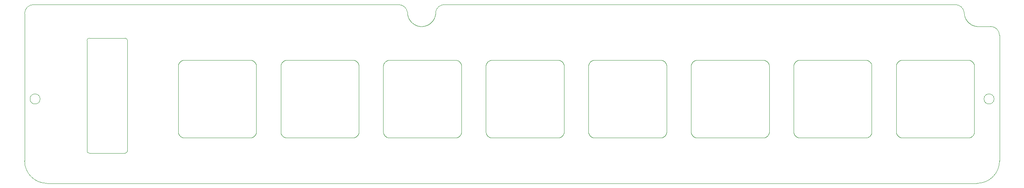
<source format=gbr>
%TF.GenerationSoftware,KiCad,Pcbnew,9.0.0*%
%TF.CreationDate,2025-04-15T08:38:05-04:00*%
%TF.ProjectId,Keypad Panel,4b657970-6164-4205-9061-6e656c2e6b69,1.0*%
%TF.SameCoordinates,Original*%
%TF.FileFunction,Profile,NP*%
%FSLAX46Y46*%
G04 Gerber Fmt 4.6, Leading zero omitted, Abs format (unit mm)*
G04 Created by KiCad (PCBNEW 9.0.0) date 2025-04-15 08:38:05*
%MOMM*%
%LPD*%
G01*
G04 APERTURE LIST*
%TA.AperFunction,Profile*%
%ADD10C,0.100000*%
%TD*%
%ADD11C,0.100000*%
G04 APERTURE END LIST*
D10*
X182942273Y-96701283D02*
X182957451Y-96778833D01*
X160107451Y-96778833D02*
X160107451Y-111803808D01*
D11*
X189265238Y-95694314D02*
X189270114Y-95692148D01*
X189274997Y-95690001D01*
X189279882Y-95687875D01*
X189284776Y-95685767D01*
X189289671Y-95683681D01*
X189294573Y-95681613D01*
X189299477Y-95679566D01*
X189304388Y-95677537D01*
X189309301Y-95675530D01*
X189314221Y-95673541D01*
X189319141Y-95671574D01*
X189324069Y-95669626D01*
X189328998Y-95667698D01*
X189333933Y-95665790D01*
X189338869Y-95663902D01*
X189343812Y-95662034D01*
X189348754Y-95660187D01*
X189353704Y-95658359D01*
X189358653Y-95656552D01*
X189363609Y-95654764D01*
X189368565Y-95652997D01*
X189373527Y-95651250D01*
X189378488Y-95649524D01*
X189383456Y-95647817D01*
X189388423Y-95646131D01*
X189393395Y-95644465D01*
X189398367Y-95642820D01*
X189403345Y-95641194D01*
X189408321Y-95639589D01*
X189413304Y-95638004D01*
X189418284Y-95636440D01*
X189423271Y-95634896D01*
X189428256Y-95633372D01*
X189433246Y-95631869D01*
X189438234Y-95630386D01*
X189443228Y-95628923D01*
X189448219Y-95627482D01*
X189453216Y-95626060D01*
X189458210Y-95624659D01*
X189463210Y-95623277D01*
X189468207Y-95621918D01*
X189473208Y-95620577D01*
X189478207Y-95619258D01*
X189483211Y-95617959D01*
X189488212Y-95616681D01*
X189493218Y-95615422D01*
X189498220Y-95614185D01*
X189503227Y-95612967D01*
X189508231Y-95611771D01*
X189513239Y-95610594D01*
X189519962Y-95609047D01*
X227472488Y-95593869D02*
X227482466Y-95595547D01*
X227492448Y-95597307D01*
X227502434Y-95599149D01*
X227512424Y-95601073D01*
X227522416Y-95603079D01*
X227532409Y-95605166D01*
X227542404Y-95607336D01*
X227552399Y-95609587D01*
X227562393Y-95611920D01*
X227572387Y-95614335D01*
X227582379Y-95616832D01*
X227592368Y-95619411D01*
X227602355Y-95622071D01*
X227612337Y-95624813D01*
X227622314Y-95627637D01*
X227632286Y-95630542D01*
X227642251Y-95633528D01*
X227652209Y-95636596D01*
X227662159Y-95639745D01*
X227672100Y-95642975D01*
X227682031Y-95646286D01*
X227691952Y-95649678D01*
X227701862Y-95653150D01*
X227711759Y-95656702D01*
X227721643Y-95660335D01*
X227731513Y-95664048D01*
X227741368Y-95667841D01*
X227751207Y-95671713D01*
X227753352Y-95672569D01*
D10*
X228642273Y-96701283D02*
X228657451Y-96778833D01*
D11*
X97388978Y-96034091D02*
X97396572Y-96026091D01*
X97404225Y-96018145D01*
X97411937Y-96010254D01*
X97419705Y-96002418D01*
X97427531Y-95994639D01*
X97431465Y-95990771D01*
X97435413Y-95986917D01*
X97439375Y-95983077D01*
X97443350Y-95979252D01*
X97447340Y-95975441D01*
X97451343Y-95971645D01*
X97455359Y-95967864D01*
X97459389Y-95964098D01*
X97463432Y-95960346D01*
X97467489Y-95956609D01*
X97471559Y-95952888D01*
X97475642Y-95949181D01*
X97479738Y-95945490D01*
X97483847Y-95941814D01*
X97487969Y-95938153D01*
X97492104Y-95934508D01*
X97496251Y-95930878D01*
X97500411Y-95927263D01*
X97504584Y-95923665D01*
X97508769Y-95920082D01*
X97512966Y-95916515D01*
X97517176Y-95912963D01*
X97521397Y-95909428D01*
X97525631Y-95905908D01*
X97529877Y-95902405D01*
X97534135Y-95898917D01*
X97538404Y-95895446D01*
X97542685Y-95891991D01*
X97546978Y-95888552D01*
X97551283Y-95885130D01*
X97555598Y-95881724D01*
X97559926Y-95878335D01*
X97564264Y-95874962D01*
X97568614Y-95871606D01*
X97572974Y-95868267D01*
X97577346Y-95864944D01*
X97581728Y-95861639D01*
X97586122Y-95858350D01*
X97590526Y-95855078D01*
X97594941Y-95851823D01*
X97599366Y-95848586D01*
X97603802Y-95845365D01*
X97608248Y-95842162D01*
X97612705Y-95838975D01*
X97617171Y-95835807D01*
X97621648Y-95832655D01*
X97626134Y-95829522D01*
X97630631Y-95826405D01*
X97635137Y-95823306D01*
X97639654Y-95820224D01*
X97644179Y-95817161D01*
X97648715Y-95814115D01*
X97653259Y-95811087D01*
X97657813Y-95808076D01*
X97662376Y-95805084D01*
X97666949Y-95802109D01*
X97671530Y-95799153D01*
X97676121Y-95796214D01*
X97680720Y-95793294D01*
X97685329Y-95790391D01*
X97689945Y-95787508D01*
X97694571Y-95784641D01*
X97699204Y-95781794D01*
X97703847Y-95778964D01*
X97708497Y-95776153D01*
X97713157Y-95773360D01*
X97717823Y-95770587D01*
X97722500Y-95767830D01*
X97727182Y-95765094D01*
X97731874Y-95762374D01*
X97736572Y-95759675D01*
X97741280Y-95756993D01*
X97745993Y-95754331D01*
X97750716Y-95751686D01*
X97755444Y-95749062D01*
X97760181Y-95746455D01*
X97764924Y-95743868D01*
X97769676Y-95741299D01*
X97774433Y-95738749D01*
X97779200Y-95736218D01*
X97783970Y-95733707D01*
X97788750Y-95731214D01*
X97793535Y-95728740D01*
X97798328Y-95726285D01*
X97803126Y-95723850D01*
X97807932Y-95721433D01*
X97812743Y-95719037D01*
X97817562Y-95716658D01*
X97822385Y-95714300D01*
X97827217Y-95711960D01*
X97832052Y-95709641D01*
X97836895Y-95707340D01*
X97841742Y-95705059D01*
X97846598Y-95702796D01*
X97851456Y-95700554D01*
X97856323Y-95698331D01*
X97865238Y-95694314D01*
X142791248Y-96497968D02*
X142795222Y-96488137D01*
X142799274Y-96478325D01*
X142803406Y-96468531D01*
X142807616Y-96458756D01*
X142811904Y-96449002D01*
X142816271Y-96439268D01*
X142820715Y-96429556D01*
X142825238Y-96419866D01*
X142829838Y-96410198D01*
X142834515Y-96400554D01*
X142839270Y-96390934D01*
X142844102Y-96381339D01*
X142849010Y-96371770D01*
X142853995Y-96362226D01*
X142859056Y-96352710D01*
X142864192Y-96343221D01*
X142869404Y-96333760D01*
X142874692Y-96324329D01*
X142880055Y-96314927D01*
X142885492Y-96305556D01*
X142891003Y-96296216D01*
X142896589Y-96286909D01*
X142902248Y-96277634D01*
X142907980Y-96268392D01*
X142913785Y-96259185D01*
X142919663Y-96250012D01*
X142925612Y-96240876D01*
X142931634Y-96231776D01*
X142937726Y-96222713D01*
X142943890Y-96213688D01*
X142950124Y-96204701D01*
X142956428Y-96195755D01*
X142962801Y-96186848D01*
X142969243Y-96177983D01*
X142975754Y-96169159D01*
X142982333Y-96160378D01*
X142988979Y-96151639D01*
X142995693Y-96142945D01*
X143002473Y-96134296D01*
X143009319Y-96125692D01*
X143016231Y-96117134D01*
X143023207Y-96108623D01*
X143030248Y-96100160D01*
X143037352Y-96091746D01*
X143044520Y-96083380D01*
X143051750Y-96075064D01*
X143059043Y-96066799D01*
X143066396Y-96058585D01*
X143073811Y-96050424D01*
X143081286Y-96042314D01*
X143088820Y-96034259D01*
X143088978Y-96034091D01*
X182581022Y-112548550D02*
X182573428Y-112556550D01*
X182565774Y-112564496D01*
X182558063Y-112572388D01*
X182550294Y-112580223D01*
X182542469Y-112588002D01*
X182538535Y-112591871D01*
X182534587Y-112595725D01*
X182530625Y-112599564D01*
X182526649Y-112603390D01*
X182522660Y-112607200D01*
X182518657Y-112610996D01*
X182514640Y-112614777D01*
X182510610Y-112618544D01*
X182506567Y-112622295D01*
X182502510Y-112626032D01*
X182498440Y-112629754D01*
X182494357Y-112633460D01*
X182490261Y-112637152D01*
X182486152Y-112640828D01*
X182482030Y-112644488D01*
X182477896Y-112648134D01*
X182473748Y-112651764D01*
X182469588Y-112655378D01*
X182465416Y-112658977D01*
X182461231Y-112662560D01*
X182457034Y-112666127D01*
X182452824Y-112669679D01*
X182448602Y-112673214D01*
X182444368Y-112676734D01*
X182440123Y-112680237D01*
X182435865Y-112683725D01*
X182431596Y-112687196D01*
X182427314Y-112690651D01*
X182423022Y-112694089D01*
X182418717Y-112697512D01*
X182414401Y-112700917D01*
X182410074Y-112704307D01*
X182405736Y-112707679D01*
X182401386Y-112711036D01*
X182397025Y-112714375D01*
X182392653Y-112717698D01*
X182388271Y-112721003D01*
X182383877Y-112724292D01*
X182379473Y-112727564D01*
X182375058Y-112730819D01*
X182370633Y-112734056D01*
X182366197Y-112737277D01*
X182361751Y-112740480D01*
X182357294Y-112743667D01*
X182352828Y-112746835D01*
X182348351Y-112749987D01*
X182343865Y-112753120D01*
X182339368Y-112756237D01*
X182334862Y-112759336D01*
X182330346Y-112762417D01*
X182325821Y-112765480D01*
X182321285Y-112768527D01*
X182316741Y-112771555D01*
X182312186Y-112774565D01*
X182307624Y-112777557D01*
X182303050Y-112780532D01*
X182298470Y-112783488D01*
X182293878Y-112786428D01*
X182289280Y-112789347D01*
X182284671Y-112792250D01*
X182280055Y-112795134D01*
X182275429Y-112798001D01*
X182270796Y-112800848D01*
X182266152Y-112803678D01*
X182261503Y-112806488D01*
X182256843Y-112809281D01*
X182252176Y-112812055D01*
X182247500Y-112814811D01*
X182242818Y-112817548D01*
X182238126Y-112820267D01*
X182233428Y-112822967D01*
X182228720Y-112825649D01*
X182224007Y-112828311D01*
X182219284Y-112830955D01*
X182214556Y-112833580D01*
X182209819Y-112836187D01*
X182205076Y-112838774D01*
X182200324Y-112841343D01*
X182195567Y-112843892D01*
X182190801Y-112846423D01*
X182186030Y-112848934D01*
X182181250Y-112851428D01*
X182176465Y-112853901D01*
X182171672Y-112856356D01*
X182166874Y-112858791D01*
X182162068Y-112861208D01*
X182157258Y-112863604D01*
X182152438Y-112865983D01*
X182147615Y-112868341D01*
X182142784Y-112870681D01*
X182137949Y-112873000D01*
X182133105Y-112875302D01*
X182128258Y-112877582D01*
X182123403Y-112879845D01*
X182118545Y-112882087D01*
X182113678Y-112884311D01*
X182104763Y-112888327D01*
X90372488Y-95593869D02*
X90382466Y-95595547D01*
X90392448Y-95597307D01*
X90402434Y-95599149D01*
X90412424Y-95601073D01*
X90422416Y-95603079D01*
X90432409Y-95605166D01*
X90442404Y-95607336D01*
X90452399Y-95609587D01*
X90462393Y-95611920D01*
X90472387Y-95614335D01*
X90482379Y-95616832D01*
X90492368Y-95619411D01*
X90502355Y-95622071D01*
X90512337Y-95624813D01*
X90522314Y-95627637D01*
X90532286Y-95630542D01*
X90542251Y-95633528D01*
X90552209Y-95636596D01*
X90562159Y-95639745D01*
X90572100Y-95642975D01*
X90582031Y-95646286D01*
X90591952Y-95649678D01*
X90601862Y-95653150D01*
X90611759Y-95656702D01*
X90621643Y-95660335D01*
X90631513Y-95664048D01*
X90641368Y-95667841D01*
X90651207Y-95671713D01*
X90653352Y-95672569D01*
D10*
X165577727Y-111881359D02*
X165562549Y-111803808D01*
X189597513Y-95593869D02*
X204622488Y-95593869D01*
D11*
X251428752Y-112084673D02*
X251424778Y-112094504D01*
X251420726Y-112104316D01*
X251416595Y-112114110D01*
X251412385Y-112123884D01*
X251408097Y-112133638D01*
X251403730Y-112143372D01*
X251399285Y-112153084D01*
X251394763Y-112162774D01*
X251390163Y-112172441D01*
X251385486Y-112182085D01*
X251380731Y-112191705D01*
X251375900Y-112201300D01*
X251370992Y-112210869D01*
X251366007Y-112220413D01*
X251360946Y-112229929D01*
X251355810Y-112239418D01*
X251350597Y-112248878D01*
X251345310Y-112258310D01*
X251339948Y-112267711D01*
X251334510Y-112277082D01*
X251328999Y-112286422D01*
X251323414Y-112295730D01*
X251317755Y-112305004D01*
X251312023Y-112314246D01*
X251306218Y-112323453D01*
X251300340Y-112332626D01*
X251294390Y-112341762D01*
X251288369Y-112350862D01*
X251282277Y-112359925D01*
X251276113Y-112368950D01*
X251269879Y-112377936D01*
X251263576Y-112386883D01*
X251257202Y-112395789D01*
X251250760Y-112404655D01*
X251244249Y-112413478D01*
X251237670Y-112422260D01*
X251231024Y-112430998D01*
X251224310Y-112439692D01*
X251217530Y-112448341D01*
X251210685Y-112456945D01*
X251203773Y-112465503D01*
X251196797Y-112474013D01*
X251189756Y-112482477D01*
X251182652Y-112490891D01*
X251175484Y-112499257D01*
X251168254Y-112507572D01*
X251160962Y-112515837D01*
X251153608Y-112524051D01*
X251146194Y-112532213D01*
X251138719Y-112540322D01*
X251131185Y-112548377D01*
X251131022Y-112548550D01*
X120766648Y-112910073D02*
X120756817Y-112906099D01*
X120747005Y-112902047D01*
X120737211Y-112897915D01*
X120727436Y-112893705D01*
X120717682Y-112889417D01*
X120707948Y-112885050D01*
X120698236Y-112880606D01*
X120688546Y-112876083D01*
X120678878Y-112871483D01*
X120669234Y-112866806D01*
X120659614Y-112862051D01*
X120650019Y-112857220D01*
X120640450Y-112852311D01*
X120630906Y-112847327D01*
X120621390Y-112842266D01*
X120611901Y-112837129D01*
X120602440Y-112831917D01*
X120593009Y-112826629D01*
X120583607Y-112821267D01*
X120574236Y-112815830D01*
X120564897Y-112810318D01*
X120555589Y-112804733D01*
X120546314Y-112799074D01*
X120537072Y-112793342D01*
X120527865Y-112787537D01*
X120518693Y-112781659D01*
X120509556Y-112775710D01*
X120500456Y-112769688D01*
X120491393Y-112763596D01*
X120482368Y-112757432D01*
X120473382Y-112751198D01*
X120464435Y-112744894D01*
X120455529Y-112738521D01*
X120446663Y-112732079D01*
X120437839Y-112725568D01*
X120429058Y-112718989D01*
X120420320Y-112712343D01*
X120411626Y-112705629D01*
X120402976Y-112698849D01*
X120394372Y-112692003D01*
X120385815Y-112685092D01*
X120377304Y-112678115D01*
X120368841Y-112671075D01*
X120360426Y-112663970D01*
X120352061Y-112656802D01*
X120343745Y-112649572D01*
X120335480Y-112642280D01*
X120327266Y-112634926D01*
X120319104Y-112627511D01*
X120310995Y-112620037D01*
X120302939Y-112612502D01*
X120302770Y-112612343D01*
X249531520Y-86256331D02*
X249524890Y-86242376D01*
X249518327Y-86228373D01*
X249511831Y-86214325D01*
X249505401Y-86200230D01*
X249499038Y-86186089D01*
X249492742Y-86171903D01*
X249486514Y-86157671D01*
X249480353Y-86143395D01*
X249474260Y-86129074D01*
X249468235Y-86114709D01*
X249462279Y-86100300D01*
X249456391Y-86085847D01*
X249450571Y-86071351D01*
X249444821Y-86056812D01*
X249439140Y-86042231D01*
X249433528Y-86027607D01*
X249427986Y-86012942D01*
X249422513Y-85998235D01*
X249417111Y-85983487D01*
X249411779Y-85968699D01*
X249406517Y-85953870D01*
X249401326Y-85939001D01*
X249396206Y-85924093D01*
X249391157Y-85909146D01*
X249386180Y-85894160D01*
X249381274Y-85879135D01*
X249376440Y-85864073D01*
X249371677Y-85848973D01*
X249366987Y-85833837D01*
X249362369Y-85818663D01*
X249357824Y-85803454D01*
X249353352Y-85788208D01*
X249348952Y-85772928D01*
X249344626Y-85757612D01*
X249340373Y-85742262D01*
X249336194Y-85726879D01*
X249332088Y-85711462D01*
X249328057Y-85696011D01*
X249324099Y-85680529D01*
X249320216Y-85665014D01*
X249316408Y-85649468D01*
X249312674Y-85633890D01*
X249309015Y-85618282D01*
X249305431Y-85602644D01*
X249301923Y-85586977D01*
X249298490Y-85571280D01*
X249295133Y-85555555D01*
X249291851Y-85539802D01*
X249288645Y-85524021D01*
X249285516Y-85508214D01*
X249282463Y-85492380D01*
X249279486Y-85476520D01*
X249276586Y-85460634D01*
X249273762Y-85444724D01*
X249271016Y-85428790D01*
X249268346Y-85412832D01*
X249265754Y-85396850D01*
X249263239Y-85380846D01*
X249260802Y-85364820D01*
X249258442Y-85348773D01*
X249256160Y-85332705D01*
X249253956Y-85316616D01*
X249251830Y-85300508D01*
X249249783Y-85284380D01*
X249247813Y-85268234D01*
X249245922Y-85252070D01*
X249244109Y-85235889D01*
X249242375Y-85219690D01*
X249240720Y-85203476D01*
X249239143Y-85187246D01*
X249237645Y-85171001D01*
X249236227Y-85154742D01*
X249234887Y-85138469D01*
X249233627Y-85122183D01*
X249232446Y-85105884D01*
X249231344Y-85089573D01*
X249230321Y-85073251D01*
X249229378Y-85056919D01*
X249228515Y-85040576D01*
X249227731Y-85024225D01*
X249227027Y-85007864D01*
X249226403Y-84991495D01*
X249225858Y-84975119D01*
X249225393Y-84958736D01*
X249225008Y-84942347D01*
X249224703Y-84925952D01*
X249224478Y-84909552D01*
X249224333Y-84893148D01*
X249224268Y-84876741D01*
X249224272Y-84863993D01*
X205431022Y-112548550D02*
X205423428Y-112556550D01*
X205415774Y-112564496D01*
X205408063Y-112572388D01*
X205400294Y-112580223D01*
X205392469Y-112588002D01*
X205388535Y-112591871D01*
X205384587Y-112595725D01*
X205380625Y-112599564D01*
X205376649Y-112603390D01*
X205372660Y-112607200D01*
X205368657Y-112610996D01*
X205364640Y-112614777D01*
X205360610Y-112618544D01*
X205356567Y-112622295D01*
X205352510Y-112626032D01*
X205348440Y-112629754D01*
X205344357Y-112633460D01*
X205340261Y-112637152D01*
X205336152Y-112640828D01*
X205332030Y-112644488D01*
X205327896Y-112648134D01*
X205323748Y-112651764D01*
X205319588Y-112655378D01*
X205315416Y-112658977D01*
X205311231Y-112662560D01*
X205307034Y-112666127D01*
X205302824Y-112669679D01*
X205298602Y-112673214D01*
X205294368Y-112676734D01*
X205290123Y-112680237D01*
X205285865Y-112683725D01*
X205281596Y-112687196D01*
X205277314Y-112690651D01*
X205273022Y-112694089D01*
X205268717Y-112697512D01*
X205264401Y-112700917D01*
X205260074Y-112704307D01*
X205255736Y-112707679D01*
X205251386Y-112711036D01*
X205247025Y-112714375D01*
X205242653Y-112717698D01*
X205238271Y-112721003D01*
X205233877Y-112724292D01*
X205229473Y-112727564D01*
X205225058Y-112730819D01*
X205220633Y-112734056D01*
X205216197Y-112737277D01*
X205211751Y-112740480D01*
X205207294Y-112743667D01*
X205202828Y-112746835D01*
X205198351Y-112749987D01*
X205193865Y-112753120D01*
X205189368Y-112756237D01*
X205184862Y-112759336D01*
X205180346Y-112762417D01*
X205175821Y-112765480D01*
X205171285Y-112768527D01*
X205166741Y-112771555D01*
X205162186Y-112774565D01*
X205157624Y-112777557D01*
X205153050Y-112780532D01*
X205148470Y-112783488D01*
X205143878Y-112786428D01*
X205139280Y-112789347D01*
X205134671Y-112792250D01*
X205130055Y-112795134D01*
X205125429Y-112798001D01*
X205120796Y-112800848D01*
X205116152Y-112803678D01*
X205111503Y-112806488D01*
X205106843Y-112809281D01*
X205102176Y-112812055D01*
X205097500Y-112814811D01*
X205092818Y-112817548D01*
X205088126Y-112820267D01*
X205083428Y-112822967D01*
X205078720Y-112825649D01*
X205074007Y-112828311D01*
X205069284Y-112830955D01*
X205064556Y-112833580D01*
X205059819Y-112836187D01*
X205055076Y-112838774D01*
X205050324Y-112841343D01*
X205045567Y-112843892D01*
X205040801Y-112846423D01*
X205036030Y-112848934D01*
X205031250Y-112851428D01*
X205026465Y-112853901D01*
X205021672Y-112856356D01*
X205016874Y-112858791D01*
X205012068Y-112861208D01*
X205007258Y-112863604D01*
X205002438Y-112865983D01*
X204997615Y-112868341D01*
X204992784Y-112870681D01*
X204987949Y-112873000D01*
X204983105Y-112875302D01*
X204978258Y-112877582D01*
X204973403Y-112879845D01*
X204968545Y-112882087D01*
X204963678Y-112884311D01*
X204954763Y-112888327D01*
D10*
X137242273Y-96701283D02*
X137257451Y-96778833D01*
X255110684Y-88052502D02*
X252360659Y-88052502D01*
D11*
X165562549Y-96778833D02*
X165564227Y-96768856D01*
X165565987Y-96758874D01*
X165567829Y-96748888D01*
X165569752Y-96738899D01*
X165571758Y-96728908D01*
X165573845Y-96718914D01*
X165576015Y-96708920D01*
X165578266Y-96698925D01*
X165580599Y-96688931D01*
X165583014Y-96678937D01*
X165585510Y-96668946D01*
X165588089Y-96658957D01*
X165590749Y-96648971D01*
X165593491Y-96638989D01*
X165596314Y-96629012D01*
X165599219Y-96619040D01*
X165602206Y-96609075D01*
X165605273Y-96599117D01*
X165608422Y-96589167D01*
X165611652Y-96579226D01*
X165614963Y-96569294D01*
X165618355Y-96559374D01*
X165621827Y-96549464D01*
X165625380Y-96539567D01*
X165629012Y-96529683D01*
X165632725Y-96519813D01*
X165636518Y-96509957D01*
X165640390Y-96500118D01*
X165641248Y-96497968D01*
X228281022Y-112548550D02*
X228273428Y-112556550D01*
X228265774Y-112564496D01*
X228258063Y-112572388D01*
X228250294Y-112580223D01*
X228242469Y-112588002D01*
X228238535Y-112591871D01*
X228234587Y-112595725D01*
X228230625Y-112599564D01*
X228226649Y-112603390D01*
X228222660Y-112607200D01*
X228218657Y-112610996D01*
X228214640Y-112614777D01*
X228210610Y-112618544D01*
X228206567Y-112622295D01*
X228202510Y-112626032D01*
X228198440Y-112629754D01*
X228194357Y-112633460D01*
X228190261Y-112637152D01*
X228186152Y-112640828D01*
X228182030Y-112644488D01*
X228177896Y-112648134D01*
X228173748Y-112651764D01*
X228169588Y-112655378D01*
X228165416Y-112658977D01*
X228161231Y-112662560D01*
X228157034Y-112666127D01*
X228152824Y-112669679D01*
X228148602Y-112673214D01*
X228144368Y-112676734D01*
X228140123Y-112680237D01*
X228135865Y-112683725D01*
X228131596Y-112687196D01*
X228127314Y-112690651D01*
X228123022Y-112694089D01*
X228118717Y-112697512D01*
X228114401Y-112700917D01*
X228110074Y-112704307D01*
X228105736Y-112707679D01*
X228101386Y-112711036D01*
X228097025Y-112714375D01*
X228092653Y-112717698D01*
X228088271Y-112721003D01*
X228083877Y-112724292D01*
X228079473Y-112727564D01*
X228075058Y-112730819D01*
X228070633Y-112734056D01*
X228066197Y-112737277D01*
X228061751Y-112740480D01*
X228057294Y-112743667D01*
X228052828Y-112746835D01*
X228048351Y-112749987D01*
X228043865Y-112753120D01*
X228039368Y-112756237D01*
X228034862Y-112759336D01*
X228030346Y-112762417D01*
X228025821Y-112765480D01*
X228021285Y-112768527D01*
X228016741Y-112771555D01*
X228012186Y-112774565D01*
X228007624Y-112777557D01*
X228003050Y-112780532D01*
X227998470Y-112783488D01*
X227993878Y-112786428D01*
X227989280Y-112789347D01*
X227984671Y-112792250D01*
X227980055Y-112795134D01*
X227975429Y-112798001D01*
X227970796Y-112800848D01*
X227966152Y-112803678D01*
X227961503Y-112806488D01*
X227956843Y-112809281D01*
X227952176Y-112812055D01*
X227947500Y-112814811D01*
X227942818Y-112817548D01*
X227938126Y-112820267D01*
X227933428Y-112822967D01*
X227928720Y-112825649D01*
X227924007Y-112828311D01*
X227919284Y-112830955D01*
X227914556Y-112833580D01*
X227909819Y-112836187D01*
X227905076Y-112838774D01*
X227900324Y-112841343D01*
X227895567Y-112843892D01*
X227890801Y-112846423D01*
X227886030Y-112848934D01*
X227881250Y-112851428D01*
X227876465Y-112853901D01*
X227871672Y-112856356D01*
X227866874Y-112858791D01*
X227862068Y-112861208D01*
X227857258Y-112863604D01*
X227852438Y-112865983D01*
X227847615Y-112868341D01*
X227842784Y-112870681D01*
X227837949Y-112873000D01*
X227833105Y-112875302D01*
X227828258Y-112877582D01*
X227823403Y-112879845D01*
X227818545Y-112882087D01*
X227813678Y-112884311D01*
X227804763Y-112888327D01*
X97091248Y-96497968D02*
X97095222Y-96488137D01*
X97099274Y-96478325D01*
X97103406Y-96468531D01*
X97107616Y-96458756D01*
X97111904Y-96449002D01*
X97116271Y-96439268D01*
X97120715Y-96429556D01*
X97125238Y-96419866D01*
X97129838Y-96410198D01*
X97134515Y-96400554D01*
X97139270Y-96390934D01*
X97144102Y-96381339D01*
X97149010Y-96371770D01*
X97153995Y-96362226D01*
X97159056Y-96352710D01*
X97164192Y-96343221D01*
X97169404Y-96333760D01*
X97174692Y-96324329D01*
X97180055Y-96314927D01*
X97185492Y-96305556D01*
X97191003Y-96296216D01*
X97196589Y-96286909D01*
X97202248Y-96277634D01*
X97207980Y-96268392D01*
X97213785Y-96259185D01*
X97219663Y-96250012D01*
X97225612Y-96240876D01*
X97231634Y-96231776D01*
X97237726Y-96222713D01*
X97243890Y-96213688D01*
X97250124Y-96204701D01*
X97256428Y-96195755D01*
X97262801Y-96186848D01*
X97269243Y-96177983D01*
X97275754Y-96169159D01*
X97282333Y-96160378D01*
X97288979Y-96151639D01*
X97295693Y-96142945D01*
X97302473Y-96134296D01*
X97309319Y-96125692D01*
X97316231Y-96117134D01*
X97323207Y-96108623D01*
X97330248Y-96100160D01*
X97337352Y-96091746D01*
X97344520Y-96083380D01*
X97351750Y-96075064D01*
X97359043Y-96066799D01*
X97366396Y-96058585D01*
X97373811Y-96050424D01*
X97381286Y-96042315D01*
X97388820Y-96034259D01*
X97388978Y-96034091D01*
X188788978Y-96034091D02*
X188796572Y-96026091D01*
X188804225Y-96018145D01*
X188811937Y-96010254D01*
X188819705Y-96002418D01*
X188827531Y-95994639D01*
X188831465Y-95990771D01*
X188835413Y-95986917D01*
X188839375Y-95983077D01*
X188843350Y-95979252D01*
X188847340Y-95975441D01*
X188851343Y-95971645D01*
X188855359Y-95967864D01*
X188859389Y-95964098D01*
X188863432Y-95960346D01*
X188867489Y-95956609D01*
X188871559Y-95952888D01*
X188875642Y-95949181D01*
X188879738Y-95945490D01*
X188883847Y-95941814D01*
X188887969Y-95938153D01*
X188892104Y-95934508D01*
X188896251Y-95930878D01*
X188900411Y-95927263D01*
X188904584Y-95923665D01*
X188908769Y-95920082D01*
X188912966Y-95916515D01*
X188917176Y-95912963D01*
X188921397Y-95909428D01*
X188925631Y-95905908D01*
X188929877Y-95902405D01*
X188934135Y-95898917D01*
X188938404Y-95895446D01*
X188942685Y-95891991D01*
X188946978Y-95888552D01*
X188951283Y-95885130D01*
X188955598Y-95881724D01*
X188959926Y-95878335D01*
X188964264Y-95874962D01*
X188968614Y-95871606D01*
X188972974Y-95868267D01*
X188977346Y-95864944D01*
X188981728Y-95861639D01*
X188986122Y-95858350D01*
X188990526Y-95855078D01*
X188994941Y-95851823D01*
X188999366Y-95848586D01*
X189003802Y-95845365D01*
X189008248Y-95842162D01*
X189012705Y-95838975D01*
X189017171Y-95835807D01*
X189021648Y-95832655D01*
X189026134Y-95829522D01*
X189030631Y-95826405D01*
X189035137Y-95823306D01*
X189039654Y-95820224D01*
X189044179Y-95817161D01*
X189048715Y-95814115D01*
X189053259Y-95811087D01*
X189057813Y-95808076D01*
X189062376Y-95805084D01*
X189066949Y-95802109D01*
X189071530Y-95799153D01*
X189076121Y-95796214D01*
X189080720Y-95793294D01*
X189085329Y-95790391D01*
X189089945Y-95787508D01*
X189094571Y-95784641D01*
X189099204Y-95781794D01*
X189103847Y-95778964D01*
X189108497Y-95776153D01*
X189113157Y-95773360D01*
X189117823Y-95770587D01*
X189122500Y-95767830D01*
X189127182Y-95765094D01*
X189131874Y-95762374D01*
X189136572Y-95759675D01*
X189141280Y-95756993D01*
X189145993Y-95754331D01*
X189150716Y-95751686D01*
X189155444Y-95749062D01*
X189160181Y-95746455D01*
X189164924Y-95743868D01*
X189169676Y-95741299D01*
X189174433Y-95738749D01*
X189179200Y-95736218D01*
X189183970Y-95733707D01*
X189188750Y-95731214D01*
X189193535Y-95728740D01*
X189198328Y-95726285D01*
X189203126Y-95723850D01*
X189207932Y-95721433D01*
X189212743Y-95719037D01*
X189217562Y-95716658D01*
X189222385Y-95714300D01*
X189227217Y-95711960D01*
X189232052Y-95709641D01*
X189236895Y-95707340D01*
X189241742Y-95705059D01*
X189246598Y-95702796D01*
X189251456Y-95700554D01*
X189256323Y-95698331D01*
X189265238Y-95694314D01*
D10*
X39960000Y-85170000D02*
X39960000Y-118170002D01*
X204622488Y-112988772D02*
X189597513Y-112988772D01*
D11*
X251989766Y-88031636D02*
X251974691Y-88029779D01*
X251959613Y-88027842D01*
X251944532Y-88025823D01*
X251929449Y-88023724D01*
X251914365Y-88021543D01*
X251899279Y-88019282D01*
X251884193Y-88016939D01*
X251869105Y-88014516D01*
X251854018Y-88012011D01*
X251838930Y-88009426D01*
X251823843Y-88006759D01*
X251808757Y-88004011D01*
X251793672Y-88001183D01*
X251778589Y-87998273D01*
X251763508Y-87995282D01*
X251748429Y-87992211D01*
X251733354Y-87989058D01*
X251718281Y-87985824D01*
X251703212Y-87982509D01*
X251688148Y-87979113D01*
X251673088Y-87975637D01*
X251658032Y-87972079D01*
X251642983Y-87968441D01*
X251627939Y-87964721D01*
X251612901Y-87960921D01*
X251597870Y-87957040D01*
X251582846Y-87953078D01*
X251567830Y-87949036D01*
X251552821Y-87944913D01*
X251537821Y-87940709D01*
X251522831Y-87936425D01*
X251507849Y-87932060D01*
X251492877Y-87927615D01*
X251477916Y-87923090D01*
X251462965Y-87918484D01*
X251448026Y-87913798D01*
X251433099Y-87909032D01*
X251418183Y-87904185D01*
X251403281Y-87899259D01*
X251388391Y-87894253D01*
X251373515Y-87889168D01*
X251358654Y-87884002D01*
X251343807Y-87878757D01*
X251328975Y-87873433D01*
X251314159Y-87868029D01*
X251299359Y-87862546D01*
X251284575Y-87856983D01*
X251269809Y-87851342D01*
X251255061Y-87845622D01*
X251240330Y-87839823D01*
X251225619Y-87833946D01*
X251210926Y-87827990D01*
X251196253Y-87821956D01*
X251181601Y-87815844D01*
X251166969Y-87809654D01*
X251152359Y-87803385D01*
X251137770Y-87797040D01*
X251123204Y-87790616D01*
X251108661Y-87784116D01*
X251094141Y-87777538D01*
X251079645Y-87770883D01*
X251065173Y-87764152D01*
X251050727Y-87757344D01*
X251036306Y-87750460D01*
X251021911Y-87743499D01*
X251007543Y-87736463D01*
X250993202Y-87729350D01*
X250978889Y-87722163D01*
X250964604Y-87714899D01*
X250950347Y-87707561D01*
X250936121Y-87700148D01*
X250921924Y-87692660D01*
X250907757Y-87685098D01*
X250893621Y-87677462D01*
X250879517Y-87669752D01*
X250865445Y-87661968D01*
X250851406Y-87654111D01*
X250837400Y-87646181D01*
X250823427Y-87638178D01*
X250809489Y-87630103D01*
X250795586Y-87621955D01*
X250781718Y-87613735D01*
X250767886Y-87605443D01*
X250754090Y-87597081D01*
X250740331Y-87588646D01*
X250726610Y-87580142D01*
X250712927Y-87571566D01*
X250699282Y-87562920D01*
X250685677Y-87554205D01*
X250672111Y-87545420D01*
X250658586Y-87536565D01*
X250645101Y-87527642D01*
X250631658Y-87518650D01*
X250618256Y-87509590D01*
X250604897Y-87500462D01*
X250591580Y-87491266D01*
X250578307Y-87482003D01*
X250565078Y-87472674D01*
X250551894Y-87463277D01*
X250538754Y-87453815D01*
X250525660Y-87444286D01*
X250512612Y-87434693D01*
X250499611Y-87425034D01*
X250493128Y-87420180D01*
X250486657Y-87415310D01*
X250480197Y-87410424D01*
X250473750Y-87405522D01*
X250467314Y-87400604D01*
X250460891Y-87395671D01*
X250454480Y-87390721D01*
X250448081Y-87385755D01*
X250441694Y-87380774D01*
X250435320Y-87375777D01*
X250428958Y-87370764D01*
X250422608Y-87365735D01*
X250416271Y-87360691D01*
X250409947Y-87355631D01*
X250403635Y-87350556D01*
X250397336Y-87345466D01*
X250391050Y-87340360D01*
X250384776Y-87335238D01*
X250378516Y-87330102D01*
X250372268Y-87324950D01*
X250366033Y-87319783D01*
X250359812Y-87314600D01*
X250353603Y-87309403D01*
X250347408Y-87304191D01*
X250341226Y-87298964D01*
X250335057Y-87293721D01*
X250328902Y-87288464D01*
X250322760Y-87283192D01*
X250316632Y-87277905D01*
X250310517Y-87272603D01*
X250304416Y-87267287D01*
X250298328Y-87261956D01*
X250292254Y-87256611D01*
X250286194Y-87251251D01*
X250280148Y-87245876D01*
X250274115Y-87240487D01*
X250268097Y-87235084D01*
X250262092Y-87229666D01*
X250256102Y-87224235D01*
X250250125Y-87218788D01*
X250244163Y-87213329D01*
X250238215Y-87207854D01*
X250232282Y-87202366D01*
X250226362Y-87196863D01*
X250220458Y-87191347D01*
X250214567Y-87185817D01*
X250208691Y-87180273D01*
X250202829Y-87174715D01*
X250196983Y-87169144D01*
X250191150Y-87163559D01*
X250185333Y-87157960D01*
X250179530Y-87152347D01*
X250173743Y-87146722D01*
X250167969Y-87141082D01*
X250162212Y-87135430D01*
X250156468Y-87129764D01*
X250150741Y-87124085D01*
X250145027Y-87118392D01*
X250139330Y-87112687D01*
X250133647Y-87106968D01*
X250127980Y-87101236D01*
X250122327Y-87095491D01*
X250116691Y-87089734D01*
X250111069Y-87083963D01*
X250105463Y-87078180D01*
X250099872Y-87072383D01*
X250094297Y-87066574D01*
X250088737Y-87060752D01*
X250083194Y-87054918D01*
X250077665Y-87049071D01*
X250072153Y-87043212D01*
X250066656Y-87037340D01*
X250061176Y-87031456D01*
X250055710Y-87025559D01*
X250050262Y-87019651D01*
X250044828Y-87013730D01*
X250039411Y-87007797D01*
X250034010Y-87001851D01*
X250028625Y-86995895D01*
X250023256Y-86989925D01*
X250017903Y-86983944D01*
X250012566Y-86977950D01*
X250007247Y-86971946D01*
X250001942Y-86965929D01*
X249996655Y-86959901D01*
X249991383Y-86953860D01*
X249986129Y-86947810D01*
X249980890Y-86941746D01*
X249975669Y-86935672D01*
X249970463Y-86929585D01*
X249965275Y-86923488D01*
X249960103Y-86917379D01*
X249954948Y-86911260D01*
X249949809Y-86905128D01*
X249944688Y-86898986D01*
X249939582Y-86892832D01*
X249934495Y-86886668D01*
X249929423Y-86880492D01*
X249924369Y-86874306D01*
X249919331Y-86868108D01*
X249914311Y-86861901D01*
X249909307Y-86855682D01*
X249904322Y-86849453D01*
X249899352Y-86843212D01*
X249894401Y-86836962D01*
X249889465Y-86830700D01*
X249884549Y-86824430D01*
X249879648Y-86818146D01*
X249874765Y-86811855D01*
X249869899Y-86805551D01*
X249865052Y-86799239D01*
X249860220Y-86792915D01*
X249855407Y-86786583D01*
X249850611Y-86780239D01*
X249845833Y-86773886D01*
X249841071Y-86767522D01*
X249836329Y-86761150D01*
X249831602Y-86754765D01*
X249826895Y-86748374D01*
X249822204Y-86741970D01*
X249817532Y-86735559D01*
X249812876Y-86729136D01*
X249808240Y-86722705D01*
X249803620Y-86716263D01*
X249799019Y-86709814D01*
X249794435Y-86703353D01*
X249789870Y-86696884D01*
X249785321Y-86690405D01*
X249780792Y-86683918D01*
X249776279Y-86677420D01*
X249771786Y-86670915D01*
X249767310Y-86664398D01*
X249762853Y-86657875D01*
X249758412Y-86651341D01*
X249753992Y-86644800D01*
X249749588Y-86638247D01*
X249745203Y-86631689D01*
X249740836Y-86625119D01*
X249736488Y-86618543D01*
X249732156Y-86611955D01*
X249727845Y-86605362D01*
X249723550Y-86598757D01*
X249719276Y-86592147D01*
X249715018Y-86585526D01*
X249710780Y-86578898D01*
X249706559Y-86572260D01*
X249702358Y-86565616D01*
X249698174Y-86558962D01*
X249694010Y-86552301D01*
X249689862Y-86545630D01*
X249685736Y-86538954D01*
X249681625Y-86532267D01*
X249677536Y-86525574D01*
X249673463Y-86518871D01*
X249669410Y-86512163D01*
X249665375Y-86505444D01*
X249661359Y-86498721D01*
X249657361Y-86491986D01*
X249653383Y-86485247D01*
X249649423Y-86478498D01*
X249645482Y-86471743D01*
X249641559Y-86464978D01*
X249637656Y-86458209D01*
X249633771Y-86451430D01*
X249629906Y-86444646D01*
X249626058Y-86437851D01*
X249622231Y-86431053D01*
X249618420Y-86424244D01*
X249614631Y-86417431D01*
X249610859Y-86410608D01*
X249607107Y-86403780D01*
X249603373Y-86396943D01*
X249599659Y-86390102D01*
X249595963Y-86383251D01*
X249592287Y-86376396D01*
X249588629Y-86369531D01*
X249584992Y-86362663D01*
X249581372Y-86355784D01*
X249577772Y-86348902D01*
X249574191Y-86342010D01*
X249570630Y-86335115D01*
X249567086Y-86328210D01*
X249563563Y-86321302D01*
X249560058Y-86314384D01*
X249556574Y-86307463D01*
X249553107Y-86300532D01*
X249549661Y-86293599D01*
X249546233Y-86286655D01*
X249542825Y-86279709D01*
X249539435Y-86272754D01*
X249536066Y-86265795D01*
X249532715Y-86258827D01*
X249531520Y-86256331D01*
X165641248Y-96497968D02*
X165645222Y-96488137D01*
X165649274Y-96478325D01*
X165653406Y-96468531D01*
X165657616Y-96458756D01*
X165661904Y-96449002D01*
X165666271Y-96439268D01*
X165670715Y-96429556D01*
X165675238Y-96419866D01*
X165679838Y-96410198D01*
X165684515Y-96400554D01*
X165689270Y-96390934D01*
X165694102Y-96381339D01*
X165699010Y-96371770D01*
X165703995Y-96362226D01*
X165709056Y-96352710D01*
X165714192Y-96343221D01*
X165719404Y-96333760D01*
X165724692Y-96324329D01*
X165730055Y-96314927D01*
X165735492Y-96305556D01*
X165741003Y-96296216D01*
X165746589Y-96286909D01*
X165752248Y-96277634D01*
X165757980Y-96268392D01*
X165763785Y-96259185D01*
X165769663Y-96250012D01*
X165775612Y-96240876D01*
X165781634Y-96231776D01*
X165787726Y-96222713D01*
X165793890Y-96213688D01*
X165800124Y-96204701D01*
X165806428Y-96195755D01*
X165812801Y-96186848D01*
X165819243Y-96177983D01*
X165825754Y-96169159D01*
X165832333Y-96160378D01*
X165838979Y-96151639D01*
X165845693Y-96142945D01*
X165852473Y-96134296D01*
X165859319Y-96125692D01*
X165866231Y-96117134D01*
X165873207Y-96108623D01*
X165880248Y-96100160D01*
X165887352Y-96091746D01*
X165894520Y-96083380D01*
X165901750Y-96075064D01*
X165909043Y-96066799D01*
X165916396Y-96058585D01*
X165923811Y-96050424D01*
X165931286Y-96042314D01*
X165938820Y-96034259D01*
X165938978Y-96034091D01*
D10*
X182957451Y-96778833D02*
X182957451Y-111803808D01*
D11*
X165938978Y-96034091D02*
X165946572Y-96026091D01*
X165954225Y-96018145D01*
X165961937Y-96010254D01*
X165969705Y-96002418D01*
X165977531Y-95994639D01*
X165981465Y-95990771D01*
X165985413Y-95986917D01*
X165989375Y-95983077D01*
X165993350Y-95979252D01*
X165997340Y-95975441D01*
X166001343Y-95971645D01*
X166005359Y-95967864D01*
X166009389Y-95964098D01*
X166013432Y-95960346D01*
X166017489Y-95956609D01*
X166021559Y-95952888D01*
X166025642Y-95949181D01*
X166029738Y-95945490D01*
X166033847Y-95941814D01*
X166037969Y-95938153D01*
X166042104Y-95934508D01*
X166046251Y-95930878D01*
X166050411Y-95927263D01*
X166054584Y-95923665D01*
X166058769Y-95920082D01*
X166062966Y-95916515D01*
X166067176Y-95912963D01*
X166071397Y-95909428D01*
X166075631Y-95905908D01*
X166079877Y-95902405D01*
X166084135Y-95898917D01*
X166088404Y-95895446D01*
X166092685Y-95891991D01*
X166096978Y-95888552D01*
X166101283Y-95885130D01*
X166105598Y-95881724D01*
X166109926Y-95878335D01*
X166114264Y-95874962D01*
X166118614Y-95871606D01*
X166122974Y-95868267D01*
X166127346Y-95864944D01*
X166131728Y-95861639D01*
X166136122Y-95858350D01*
X166140526Y-95855078D01*
X166144941Y-95851823D01*
X166149366Y-95848586D01*
X166153802Y-95845365D01*
X166158248Y-95842162D01*
X166162705Y-95838975D01*
X166167171Y-95835807D01*
X166171648Y-95832655D01*
X166176134Y-95829522D01*
X166180631Y-95826405D01*
X166185137Y-95823306D01*
X166189654Y-95820224D01*
X166194179Y-95817161D01*
X166198715Y-95814115D01*
X166203259Y-95811087D01*
X166207813Y-95808076D01*
X166212376Y-95805084D01*
X166216949Y-95802109D01*
X166221530Y-95799153D01*
X166226121Y-95796214D01*
X166230720Y-95793294D01*
X166235329Y-95790391D01*
X166239945Y-95787508D01*
X166244571Y-95784641D01*
X166249204Y-95781794D01*
X166253847Y-95778964D01*
X166258497Y-95776153D01*
X166263157Y-95773360D01*
X166267823Y-95770587D01*
X166272500Y-95767830D01*
X166277182Y-95765094D01*
X166281874Y-95762374D01*
X166286572Y-95759675D01*
X166291280Y-95756993D01*
X166295993Y-95754331D01*
X166300716Y-95751686D01*
X166305444Y-95749062D01*
X166310181Y-95746455D01*
X166314924Y-95743868D01*
X166319676Y-95741299D01*
X166324433Y-95738749D01*
X166329200Y-95736218D01*
X166333970Y-95733707D01*
X166338750Y-95731214D01*
X166343535Y-95728740D01*
X166348328Y-95726285D01*
X166353126Y-95723850D01*
X166357932Y-95721433D01*
X166362743Y-95719037D01*
X166367562Y-95716658D01*
X166372385Y-95714300D01*
X166377217Y-95711960D01*
X166382052Y-95709641D01*
X166386895Y-95707340D01*
X166391742Y-95705059D01*
X166396598Y-95702796D01*
X166401456Y-95700554D01*
X166406323Y-95698331D01*
X166415238Y-95694314D01*
D10*
X235297513Y-95593869D02*
X250322488Y-95593869D01*
X234127727Y-111881359D02*
X234112549Y-111803808D01*
X159000038Y-112973594D02*
X158922488Y-112988772D01*
X234112549Y-111803808D02*
X234112549Y-96778833D01*
X74177727Y-111881359D02*
X74162549Y-111803808D01*
D11*
X252360659Y-88052502D02*
X252352917Y-88052544D01*
X252345175Y-88052565D01*
X252337440Y-88052567D01*
X252329704Y-88052548D01*
X252321976Y-88052510D01*
X252314247Y-88052451D01*
X252306525Y-88052373D01*
X252298802Y-88052274D01*
X252291087Y-88052156D01*
X252283372Y-88052018D01*
X252275664Y-88051859D01*
X252267957Y-88051681D01*
X252260256Y-88051483D01*
X252252556Y-88051265D01*
X252244863Y-88051027D01*
X252237170Y-88050769D01*
X252229485Y-88050491D01*
X252221800Y-88050193D01*
X252214123Y-88049876D01*
X252206446Y-88049538D01*
X252198777Y-88049181D01*
X252191109Y-88048804D01*
X252183448Y-88048407D01*
X252175788Y-88047990D01*
X252168136Y-88047553D01*
X252160484Y-88047097D01*
X252152841Y-88046621D01*
X252145199Y-88046125D01*
X252137564Y-88045609D01*
X252129931Y-88045073D01*
X252122305Y-88044518D01*
X252114681Y-88043943D01*
X252107065Y-88043349D01*
X252099450Y-88042734D01*
X252091844Y-88042100D01*
X252084239Y-88041446D01*
X252076642Y-88040773D01*
X252069046Y-88040080D01*
X252061460Y-88039367D01*
X252053874Y-88038635D01*
X252046297Y-88037883D01*
X252038722Y-88037111D01*
X252031155Y-88036320D01*
X252023590Y-88035509D01*
X252016034Y-88034679D01*
X252008479Y-88033829D01*
X252000933Y-88032959D01*
X251993389Y-88032070D01*
X251989766Y-88031636D01*
X211341248Y-96497968D02*
X211345222Y-96488137D01*
X211349274Y-96478325D01*
X211353406Y-96468531D01*
X211357616Y-96458756D01*
X211361904Y-96449002D01*
X211366271Y-96439268D01*
X211370715Y-96429556D01*
X211375238Y-96419866D01*
X211379838Y-96410198D01*
X211384515Y-96400554D01*
X211389270Y-96390934D01*
X211394102Y-96381339D01*
X211399010Y-96371770D01*
X211403995Y-96362226D01*
X211409056Y-96352710D01*
X211414192Y-96343221D01*
X211419404Y-96333760D01*
X211424692Y-96324329D01*
X211430055Y-96314927D01*
X211435492Y-96305556D01*
X211441003Y-96296216D01*
X211446589Y-96286909D01*
X211452248Y-96277634D01*
X211457980Y-96268392D01*
X211463785Y-96259185D01*
X211469663Y-96250012D01*
X211475612Y-96240876D01*
X211481634Y-96231776D01*
X211487726Y-96222713D01*
X211493890Y-96213688D01*
X211500124Y-96204701D01*
X211506428Y-96195755D01*
X211512801Y-96186848D01*
X211519243Y-96177983D01*
X211525754Y-96169159D01*
X211532333Y-96160378D01*
X211538979Y-96151639D01*
X211545693Y-96142945D01*
X211552473Y-96134296D01*
X211559319Y-96125692D01*
X211566231Y-96117134D01*
X211573207Y-96108623D01*
X211580248Y-96100160D01*
X211587352Y-96091746D01*
X211594520Y-96083380D01*
X211601750Y-96075064D01*
X211609043Y-96066799D01*
X211616396Y-96058585D01*
X211623811Y-96050424D01*
X211631286Y-96042314D01*
X211638820Y-96034259D01*
X211638978Y-96034091D01*
X234488978Y-96034091D02*
X234496572Y-96026091D01*
X234504225Y-96018145D01*
X234511937Y-96010254D01*
X234519705Y-96002418D01*
X234527531Y-95994639D01*
X234531465Y-95990771D01*
X234535413Y-95986917D01*
X234539375Y-95983077D01*
X234543350Y-95979252D01*
X234547340Y-95975441D01*
X234551343Y-95971645D01*
X234555359Y-95967864D01*
X234559389Y-95964098D01*
X234563432Y-95960346D01*
X234567489Y-95956609D01*
X234571559Y-95952888D01*
X234575642Y-95949181D01*
X234579738Y-95945490D01*
X234583847Y-95941814D01*
X234587969Y-95938153D01*
X234592104Y-95934508D01*
X234596251Y-95930878D01*
X234600411Y-95927263D01*
X234604584Y-95923665D01*
X234608769Y-95920082D01*
X234612966Y-95916515D01*
X234617176Y-95912963D01*
X234621397Y-95909428D01*
X234625631Y-95905908D01*
X234629877Y-95902405D01*
X234634135Y-95898917D01*
X234638404Y-95895446D01*
X234642685Y-95891991D01*
X234646978Y-95888552D01*
X234651283Y-95885130D01*
X234655598Y-95881724D01*
X234659926Y-95878335D01*
X234664264Y-95874962D01*
X234668614Y-95871606D01*
X234672974Y-95868267D01*
X234677346Y-95864944D01*
X234681728Y-95861639D01*
X234686122Y-95858350D01*
X234690526Y-95855078D01*
X234694941Y-95851823D01*
X234699366Y-95848586D01*
X234703802Y-95845365D01*
X234708248Y-95842162D01*
X234712705Y-95838975D01*
X234717171Y-95835807D01*
X234721648Y-95832655D01*
X234726134Y-95829522D01*
X234730631Y-95826405D01*
X234735137Y-95823306D01*
X234739654Y-95820224D01*
X234744179Y-95817161D01*
X234748715Y-95814115D01*
X234753259Y-95811087D01*
X234757813Y-95808076D01*
X234762376Y-95805084D01*
X234766949Y-95802109D01*
X234771530Y-95799153D01*
X234776121Y-95796214D01*
X234780720Y-95793294D01*
X234785329Y-95790391D01*
X234789945Y-95787508D01*
X234794571Y-95784641D01*
X234799204Y-95781794D01*
X234803847Y-95778964D01*
X234808497Y-95776153D01*
X234813157Y-95773360D01*
X234817823Y-95770587D01*
X234822500Y-95767830D01*
X234827182Y-95765094D01*
X234831874Y-95762374D01*
X234836572Y-95759675D01*
X234841280Y-95756993D01*
X234845993Y-95754331D01*
X234850716Y-95751686D01*
X234855444Y-95749062D01*
X234860181Y-95746455D01*
X234864924Y-95743868D01*
X234869676Y-95741299D01*
X234874433Y-95738749D01*
X234879200Y-95736218D01*
X234883970Y-95733707D01*
X234888750Y-95731214D01*
X234893535Y-95728740D01*
X234898328Y-95726285D01*
X234903126Y-95723850D01*
X234907932Y-95721433D01*
X234912743Y-95719037D01*
X234917562Y-95716658D01*
X234922385Y-95714300D01*
X234927217Y-95711960D01*
X234932052Y-95709641D01*
X234936895Y-95707340D01*
X234941742Y-95705059D01*
X234946598Y-95702796D01*
X234951456Y-95700554D01*
X234956323Y-95698331D01*
X234965238Y-95694314D01*
X136353352Y-95672569D02*
X136363182Y-95676543D01*
X136372995Y-95680595D01*
X136382788Y-95684726D01*
X136392563Y-95688936D01*
X136402317Y-95693224D01*
X136412050Y-95697591D01*
X136421762Y-95702035D01*
X136431452Y-95706558D01*
X136441120Y-95711157D01*
X136450764Y-95715835D01*
X136460383Y-95720589D01*
X136469978Y-95725421D01*
X136479548Y-95730329D01*
X136489091Y-95735313D01*
X136498607Y-95740374D01*
X136508096Y-95745511D01*
X136517556Y-95750723D01*
X136526988Y-95756010D01*
X136536389Y-95761373D01*
X136545760Y-95766810D01*
X136555100Y-95772321D01*
X136564408Y-95777906D01*
X136573683Y-95783565D01*
X136582924Y-95789297D01*
X136592131Y-95795102D01*
X136601304Y-95800980D01*
X136610440Y-95806930D01*
X136619540Y-95812951D01*
X136628603Y-95819043D01*
X136637628Y-95825207D01*
X136646614Y-95831441D01*
X136655561Y-95837745D01*
X136664467Y-95844118D01*
X136673333Y-95850560D01*
X136682157Y-95857071D01*
X136690938Y-95863650D01*
X136699676Y-95870296D01*
X136708370Y-95877010D01*
X136717020Y-95883790D01*
X136725624Y-95890636D01*
X136734182Y-95897547D01*
X136742692Y-95904524D01*
X136751156Y-95911564D01*
X136759570Y-95918669D01*
X136767936Y-95925837D01*
X136776252Y-95933067D01*
X136784517Y-95940359D01*
X136792731Y-95947713D01*
X136800893Y-95955128D01*
X136809002Y-95962602D01*
X136817058Y-95970137D01*
X136817230Y-95970299D01*
D10*
X90450038Y-112973594D02*
X90372488Y-112988772D01*
X251507451Y-96778833D02*
X251507451Y-111803808D01*
X75269962Y-95609047D02*
X75347513Y-95593869D01*
D11*
X121047513Y-112988772D02*
X121037535Y-112987094D01*
X121027554Y-112985334D01*
X121017568Y-112983492D01*
X121007579Y-112981569D01*
X120997588Y-112979563D01*
X120987594Y-112977476D01*
X120977600Y-112975307D01*
X120967605Y-112973055D01*
X120957611Y-112970722D01*
X120947618Y-112968308D01*
X120937626Y-112965811D01*
X120927637Y-112963232D01*
X120917651Y-112960572D01*
X120907669Y-112957830D01*
X120897692Y-112955007D01*
X120887721Y-112952102D01*
X120877756Y-112949116D01*
X120867798Y-112946048D01*
X120857848Y-112942899D01*
X120847907Y-112939669D01*
X120837976Y-112936359D01*
X120828056Y-112932967D01*
X120818146Y-112929495D01*
X120808249Y-112925942D01*
X120798365Y-112922310D01*
X120788495Y-112918597D01*
X120778640Y-112914804D01*
X120768801Y-112910932D01*
X120766648Y-112910073D01*
D10*
X119862549Y-111803808D02*
X119862549Y-96778833D01*
X113222488Y-112988772D02*
X98197513Y-112988772D01*
X227550038Y-112973594D02*
X227472488Y-112988772D01*
X188427727Y-111881359D02*
X188412549Y-111803808D01*
D11*
X143897513Y-112988772D02*
X143887535Y-112987094D01*
X143877554Y-112985334D01*
X143867568Y-112983492D01*
X143857579Y-112981569D01*
X143847588Y-112979563D01*
X143837594Y-112977476D01*
X143827600Y-112975307D01*
X143817605Y-112973055D01*
X143807611Y-112970722D01*
X143797618Y-112968308D01*
X143787626Y-112965811D01*
X143777637Y-112963232D01*
X143767651Y-112960572D01*
X143757669Y-112957830D01*
X143747692Y-112955007D01*
X143737721Y-112952102D01*
X143727756Y-112949116D01*
X143717798Y-112946048D01*
X143707848Y-112942899D01*
X143697907Y-112939669D01*
X143687976Y-112936359D01*
X143678056Y-112932967D01*
X143668146Y-112929495D01*
X143658249Y-112925942D01*
X143648365Y-112922310D01*
X143638495Y-112918597D01*
X143628640Y-112914804D01*
X143618801Y-112910932D01*
X143616648Y-112910073D01*
D10*
X257110659Y-118170017D02*
X257110659Y-90052502D01*
X114392273Y-96701283D02*
X114407451Y-96778833D01*
D11*
X250603352Y-95672569D02*
X250613182Y-95676543D01*
X250622995Y-95680595D01*
X250632788Y-95684726D01*
X250642563Y-95688936D01*
X250652317Y-95693224D01*
X250662050Y-95697591D01*
X250671762Y-95702035D01*
X250681452Y-95706558D01*
X250691120Y-95711157D01*
X250700764Y-95715835D01*
X250710383Y-95720589D01*
X250719978Y-95725421D01*
X250729548Y-95730329D01*
X250739091Y-95735313D01*
X250748607Y-95740374D01*
X250758096Y-95745511D01*
X250767556Y-95750723D01*
X250776988Y-95756010D01*
X250786389Y-95761373D01*
X250795760Y-95766810D01*
X250805100Y-95772321D01*
X250814408Y-95777906D01*
X250823683Y-95783565D01*
X250832924Y-95789297D01*
X250842131Y-95795102D01*
X250851304Y-95800980D01*
X250860440Y-95806930D01*
X250869540Y-95812951D01*
X250878603Y-95819043D01*
X250887628Y-95825207D01*
X250896614Y-95831441D01*
X250905561Y-95837745D01*
X250914467Y-95844118D01*
X250923333Y-95850560D01*
X250932157Y-95857071D01*
X250940938Y-95863650D01*
X250949676Y-95870296D01*
X250958370Y-95877010D01*
X250967020Y-95883790D01*
X250975624Y-95890636D01*
X250984182Y-95897547D01*
X250992692Y-95904524D01*
X251001156Y-95911564D01*
X251009570Y-95918669D01*
X251017936Y-95925837D01*
X251026252Y-95933067D01*
X251034517Y-95940359D01*
X251042731Y-95947713D01*
X251050893Y-95955128D01*
X251059002Y-95962602D01*
X251067058Y-95970137D01*
X251067230Y-95970299D01*
X228578752Y-112084673D02*
X228574778Y-112094504D01*
X228570726Y-112104316D01*
X228566595Y-112114110D01*
X228562385Y-112123884D01*
X228558097Y-112133638D01*
X228553730Y-112143372D01*
X228549285Y-112153084D01*
X228544763Y-112162774D01*
X228540163Y-112172441D01*
X228535486Y-112182085D01*
X228530731Y-112191705D01*
X228525900Y-112201300D01*
X228520992Y-112210869D01*
X228516007Y-112220413D01*
X228510946Y-112229929D01*
X228505810Y-112239418D01*
X228500597Y-112248878D01*
X228495310Y-112258310D01*
X228489948Y-112267711D01*
X228484510Y-112277082D01*
X228478999Y-112286422D01*
X228473414Y-112295730D01*
X228467755Y-112305004D01*
X228462023Y-112314246D01*
X228456218Y-112323453D01*
X228450340Y-112332626D01*
X228444390Y-112341762D01*
X228438369Y-112350862D01*
X228432277Y-112359925D01*
X228426113Y-112368950D01*
X228419879Y-112377936D01*
X228413576Y-112386883D01*
X228407202Y-112395789D01*
X228400760Y-112404655D01*
X228394249Y-112413478D01*
X228387670Y-112422260D01*
X228381024Y-112430998D01*
X228374310Y-112439692D01*
X228367530Y-112448341D01*
X228360685Y-112456945D01*
X228353773Y-112465503D01*
X228346797Y-112474013D01*
X228339756Y-112482477D01*
X228332652Y-112490891D01*
X228325484Y-112499257D01*
X228318254Y-112507572D01*
X228310962Y-112515837D01*
X228303608Y-112524051D01*
X228296194Y-112532213D01*
X228288719Y-112540322D01*
X228281185Y-112548377D01*
X228281022Y-112548550D01*
X234212994Y-112136083D02*
X234210829Y-112131208D01*
X234208682Y-112126325D01*
X234206556Y-112121440D01*
X234204448Y-112116547D01*
X234202362Y-112111653D01*
X234200294Y-112106751D01*
X234198247Y-112101847D01*
X234196218Y-112096936D01*
X234194211Y-112092024D01*
X234192223Y-112087105D01*
X234190256Y-112082185D01*
X234188307Y-112077257D01*
X234186380Y-112072329D01*
X234184471Y-112067394D01*
X234182584Y-112062458D01*
X234180716Y-112057516D01*
X234178869Y-112052574D01*
X234177041Y-112047624D01*
X234175234Y-112042675D01*
X234173446Y-112037719D01*
X234171680Y-112032764D01*
X234169932Y-112027802D01*
X234168206Y-112022841D01*
X234166499Y-112017874D01*
X234164814Y-112012907D01*
X234163147Y-112007935D01*
X234161502Y-112002963D01*
X234159876Y-111997985D01*
X234158272Y-111993009D01*
X234156687Y-111988027D01*
X234155123Y-111983046D01*
X234153578Y-111978060D01*
X234152055Y-111973075D01*
X234150551Y-111968085D01*
X234149069Y-111963097D01*
X234147606Y-111958103D01*
X234146164Y-111953112D01*
X234144742Y-111948115D01*
X234143341Y-111943120D01*
X234141960Y-111938121D01*
X234140600Y-111933124D01*
X234139260Y-111928122D01*
X234137941Y-111923123D01*
X234136641Y-111918119D01*
X234135363Y-111913118D01*
X234134104Y-111908112D01*
X234132867Y-111903109D01*
X234131649Y-111898102D01*
X234130453Y-111893098D01*
X234129276Y-111888090D01*
X234127727Y-111881359D01*
X228657451Y-111803808D02*
X228655773Y-111813785D01*
X228654013Y-111823767D01*
X228652171Y-111833753D01*
X228650248Y-111843742D01*
X228648242Y-111853733D01*
X228646155Y-111863726D01*
X228643986Y-111873720D01*
X228641735Y-111883715D01*
X228639402Y-111893709D01*
X228636987Y-111903703D01*
X228634490Y-111913694D01*
X228631912Y-111923683D01*
X228629251Y-111933669D01*
X228626509Y-111943651D01*
X228623686Y-111953628D01*
X228620781Y-111963599D01*
X228617795Y-111973565D01*
X228614727Y-111983522D01*
X228611578Y-111993472D01*
X228608348Y-112003413D01*
X228605038Y-112013345D01*
X228601646Y-112023266D01*
X228598174Y-112033175D01*
X228594621Y-112043073D01*
X228590988Y-112052957D01*
X228587275Y-112062827D01*
X228583482Y-112072682D01*
X228579610Y-112082522D01*
X228578752Y-112084673D01*
X205707006Y-96446558D02*
X205709171Y-96451433D01*
X205711318Y-96456316D01*
X205713445Y-96461201D01*
X205715552Y-96466094D01*
X205717639Y-96470989D01*
X205719707Y-96475891D01*
X205721754Y-96480795D01*
X205723782Y-96485706D01*
X205725789Y-96490618D01*
X205727777Y-96495538D01*
X205729745Y-96500458D01*
X205731693Y-96505386D01*
X205733620Y-96510314D01*
X205735529Y-96515249D01*
X205737416Y-96520185D01*
X205739285Y-96525127D01*
X205741132Y-96530070D01*
X205742960Y-96535019D01*
X205744767Y-96539968D01*
X205746554Y-96544924D01*
X205748321Y-96549879D01*
X205750068Y-96554841D01*
X205751794Y-96559802D01*
X205753501Y-96564770D01*
X205755187Y-96569737D01*
X205756854Y-96574710D01*
X205758499Y-96579681D01*
X205760124Y-96584659D01*
X205761729Y-96589635D01*
X205763314Y-96594618D01*
X205764878Y-96599598D01*
X205766423Y-96604585D01*
X205767946Y-96609569D01*
X205769449Y-96614560D01*
X205770932Y-96619548D01*
X205772395Y-96624542D01*
X205773836Y-96629533D01*
X205775259Y-96634530D01*
X205776659Y-96639524D01*
X205778041Y-96644524D01*
X205779401Y-96649521D01*
X205780741Y-96654523D01*
X205782060Y-96659522D01*
X205783360Y-96664526D01*
X205784638Y-96669527D01*
X205785897Y-96674533D01*
X205787134Y-96679535D01*
X205788351Y-96684543D01*
X205789548Y-96689546D01*
X205790725Y-96694555D01*
X205792273Y-96701283D01*
X166002770Y-112612343D02*
X165994770Y-112604749D01*
X165986824Y-112597095D01*
X165978932Y-112589384D01*
X165971097Y-112581615D01*
X165963318Y-112573789D01*
X165959449Y-112569855D01*
X165955595Y-112565907D01*
X165951756Y-112561946D01*
X165947930Y-112557970D01*
X165944120Y-112553981D01*
X165940324Y-112549977D01*
X165936543Y-112545961D01*
X165932776Y-112541931D01*
X165929025Y-112537888D01*
X165925288Y-112533831D01*
X165921566Y-112529761D01*
X165917860Y-112525678D01*
X165914168Y-112521582D01*
X165910492Y-112517473D01*
X165906832Y-112513351D01*
X165903186Y-112509216D01*
X165899556Y-112505069D01*
X165895942Y-112500908D01*
X165892343Y-112496736D01*
X165888760Y-112492551D01*
X165885193Y-112488354D01*
X165881641Y-112484144D01*
X165878106Y-112479923D01*
X165874586Y-112475688D01*
X165871083Y-112471443D01*
X165867595Y-112467185D01*
X165864124Y-112462916D01*
X165860669Y-112458634D01*
X165857231Y-112454342D01*
X165853808Y-112450037D01*
X165850403Y-112445721D01*
X165847013Y-112441394D01*
X165843641Y-112437056D01*
X165840284Y-112432706D01*
X165836945Y-112428345D01*
X165833622Y-112423973D01*
X165830317Y-112419591D01*
X165827028Y-112415197D01*
X165823757Y-112410793D01*
X165820501Y-112406378D01*
X165817264Y-112401953D01*
X165814043Y-112397517D01*
X165810840Y-112393071D01*
X165807654Y-112388614D01*
X165804485Y-112384148D01*
X165801333Y-112379671D01*
X165798200Y-112375185D01*
X165795083Y-112370688D01*
X165791985Y-112366182D01*
X165788903Y-112361665D01*
X165785840Y-112357140D01*
X165782793Y-112352604D01*
X165779766Y-112348060D01*
X165776755Y-112343506D01*
X165773763Y-112338943D01*
X165770788Y-112334370D01*
X165767832Y-112329789D01*
X165764893Y-112325198D01*
X165761973Y-112320599D01*
X165759070Y-112315990D01*
X165756186Y-112311374D01*
X165753320Y-112306748D01*
X165750473Y-112302115D01*
X165747643Y-112297471D01*
X165744832Y-112292822D01*
X165742039Y-112288162D01*
X165739265Y-112283495D01*
X165736509Y-112278819D01*
X165733772Y-112274137D01*
X165731053Y-112269445D01*
X165728354Y-112264747D01*
X165725672Y-112260039D01*
X165723010Y-112255326D01*
X165720365Y-112250603D01*
X165717740Y-112245875D01*
X165715133Y-112241137D01*
X165712547Y-112236395D01*
X165709977Y-112231642D01*
X165707428Y-112226885D01*
X165704897Y-112222119D01*
X165702386Y-112217348D01*
X165699892Y-112212568D01*
X165697419Y-112207784D01*
X165694964Y-112202990D01*
X165692529Y-112198193D01*
X165690112Y-112193386D01*
X165687716Y-112188576D01*
X165685337Y-112183757D01*
X165682979Y-112178934D01*
X165680639Y-112174102D01*
X165678320Y-112169267D01*
X165676018Y-112164423D01*
X165673738Y-112159576D01*
X165671475Y-112154721D01*
X165669233Y-112149862D01*
X165667009Y-112144996D01*
X165662994Y-112136083D01*
X98197513Y-112988772D02*
X98187535Y-112987094D01*
X98177554Y-112985334D01*
X98167568Y-112983492D01*
X98157579Y-112981569D01*
X98147588Y-112979563D01*
X98137594Y-112977476D01*
X98127600Y-112975307D01*
X98117605Y-112973055D01*
X98107611Y-112970722D01*
X98097618Y-112968308D01*
X98087626Y-112965811D01*
X98077637Y-112963232D01*
X98067651Y-112960572D01*
X98057669Y-112957830D01*
X98047692Y-112955007D01*
X98037721Y-112952102D01*
X98027756Y-112949116D01*
X98017798Y-112946048D01*
X98007848Y-112942899D01*
X97997907Y-112939669D01*
X97987976Y-112936359D01*
X97978056Y-112932967D01*
X97968146Y-112929495D01*
X97958249Y-112925942D01*
X97948365Y-112922310D01*
X97938495Y-112918597D01*
X97928640Y-112914804D01*
X97918801Y-112910932D01*
X97916648Y-112910073D01*
X160028752Y-112084673D02*
X160024778Y-112094504D01*
X160020726Y-112104316D01*
X160016595Y-112114110D01*
X160012385Y-112123884D01*
X160008097Y-112133638D01*
X160003730Y-112143372D01*
X159999285Y-112153084D01*
X159994763Y-112162774D01*
X159990163Y-112172441D01*
X159985486Y-112182085D01*
X159980731Y-112191705D01*
X159975900Y-112201300D01*
X159970992Y-112210869D01*
X159966007Y-112220413D01*
X159960946Y-112229929D01*
X159955810Y-112239418D01*
X159950597Y-112248878D01*
X159945310Y-112258310D01*
X159939948Y-112267711D01*
X159934510Y-112277082D01*
X159928999Y-112286422D01*
X159923414Y-112295730D01*
X159917755Y-112305004D01*
X159912023Y-112314246D01*
X159906218Y-112323453D01*
X159900340Y-112332626D01*
X159894390Y-112341762D01*
X159888369Y-112350862D01*
X159882277Y-112359925D01*
X159876113Y-112368950D01*
X159869879Y-112377936D01*
X159863576Y-112386883D01*
X159857202Y-112395789D01*
X159850760Y-112404655D01*
X159844249Y-112413478D01*
X159837670Y-112422260D01*
X159831024Y-112430998D01*
X159824310Y-112439692D01*
X159817530Y-112448341D01*
X159810685Y-112456945D01*
X159803773Y-112465503D01*
X159796797Y-112474013D01*
X159789756Y-112482477D01*
X159782652Y-112490891D01*
X159775484Y-112499257D01*
X159768254Y-112507572D01*
X159760962Y-112515837D01*
X159753608Y-112524051D01*
X159746194Y-112532213D01*
X159738719Y-112540322D01*
X159731185Y-112548377D01*
X159731022Y-112548550D01*
D10*
X227472488Y-112988772D02*
X212447513Y-112988772D01*
D11*
X113503352Y-95672569D02*
X113513182Y-95676543D01*
X113522995Y-95680595D01*
X113532788Y-95684726D01*
X113542563Y-95688936D01*
X113552317Y-95693224D01*
X113562050Y-95697591D01*
X113571762Y-95702035D01*
X113581452Y-95706558D01*
X113591120Y-95711157D01*
X113600764Y-95715835D01*
X113610383Y-95720589D01*
X113619978Y-95725421D01*
X113629548Y-95730329D01*
X113639091Y-95735313D01*
X113648607Y-95740374D01*
X113658096Y-95745511D01*
X113667556Y-95750723D01*
X113676988Y-95756010D01*
X113686389Y-95761373D01*
X113695760Y-95766810D01*
X113705100Y-95772321D01*
X113714408Y-95777906D01*
X113723683Y-95783565D01*
X113732924Y-95789297D01*
X113742131Y-95795102D01*
X113751304Y-95800980D01*
X113760440Y-95806930D01*
X113769540Y-95812951D01*
X113778603Y-95819043D01*
X113787628Y-95825207D01*
X113796614Y-95831441D01*
X113805561Y-95837745D01*
X113814467Y-95844118D01*
X113823333Y-95850560D01*
X113832157Y-95857071D01*
X113840938Y-95863650D01*
X113849676Y-95870296D01*
X113858370Y-95877010D01*
X113867020Y-95883790D01*
X113875624Y-95890636D01*
X113884182Y-95897547D01*
X113892692Y-95904524D01*
X113901156Y-95911564D01*
X113909570Y-95918669D01*
X113917936Y-95925837D01*
X113926252Y-95933067D01*
X113934517Y-95940359D01*
X113942731Y-95947713D01*
X113950893Y-95955128D01*
X113959002Y-95962602D01*
X113967058Y-95970137D01*
X113967230Y-95970299D01*
D10*
X131498803Y-84863993D02*
G75*
G02*
X133475254Y-83170054I1976397J-306007D01*
G01*
D11*
X74241248Y-96497968D02*
X74245222Y-96488137D01*
X74249274Y-96478325D01*
X74253406Y-96468531D01*
X74257616Y-96458756D01*
X74261904Y-96449002D01*
X74266271Y-96439268D01*
X74270715Y-96429556D01*
X74275238Y-96419866D01*
X74279838Y-96410198D01*
X74284515Y-96400554D01*
X74289270Y-96390934D01*
X74294102Y-96381339D01*
X74299010Y-96371770D01*
X74303995Y-96362226D01*
X74309056Y-96352710D01*
X74314192Y-96343221D01*
X74319404Y-96333760D01*
X74324692Y-96324329D01*
X74330055Y-96314927D01*
X74335492Y-96305556D01*
X74341003Y-96296216D01*
X74346589Y-96286909D01*
X74352248Y-96277634D01*
X74357980Y-96268392D01*
X74363785Y-96259185D01*
X74369663Y-96250012D01*
X74375612Y-96240876D01*
X74381634Y-96231776D01*
X74387726Y-96222713D01*
X74393890Y-96213688D01*
X74400124Y-96204701D01*
X74406428Y-96195755D01*
X74412801Y-96186848D01*
X74419243Y-96177983D01*
X74425754Y-96169159D01*
X74432333Y-96160378D01*
X74438979Y-96151639D01*
X74445693Y-96142945D01*
X74452473Y-96134296D01*
X74459319Y-96125692D01*
X74466231Y-96117134D01*
X74473207Y-96108623D01*
X74480248Y-96100160D01*
X74487352Y-96091746D01*
X74494520Y-96083380D01*
X74501750Y-96075064D01*
X74509043Y-96066799D01*
X74516396Y-96058585D01*
X74523811Y-96050424D01*
X74531286Y-96042314D01*
X74538820Y-96034259D01*
X74538978Y-96034091D01*
D10*
X44960000Y-123170001D02*
X252110659Y-123170001D01*
D11*
X228217230Y-95970299D02*
X228225230Y-95977893D01*
X228233176Y-95985546D01*
X228241067Y-95993258D01*
X228248903Y-96001026D01*
X228256682Y-96008852D01*
X228260550Y-96012786D01*
X228264404Y-96016734D01*
X228268244Y-96020696D01*
X228272069Y-96024671D01*
X228275880Y-96028661D01*
X228279676Y-96032664D01*
X228283457Y-96036680D01*
X228287223Y-96040710D01*
X228290975Y-96044753D01*
X228294712Y-96048810D01*
X228298433Y-96052880D01*
X228302140Y-96056963D01*
X228305831Y-96061059D01*
X228309507Y-96065168D01*
X228313168Y-96069290D01*
X228316813Y-96073425D01*
X228320443Y-96077572D01*
X228324057Y-96081732D01*
X228327656Y-96085904D01*
X228331239Y-96090090D01*
X228334806Y-96094286D01*
X228338358Y-96098496D01*
X228341893Y-96102718D01*
X228345413Y-96106952D01*
X228348916Y-96111197D01*
X228352404Y-96115455D01*
X228355875Y-96119724D01*
X228359330Y-96124006D01*
X228362768Y-96128298D01*
X228366191Y-96132603D01*
X228369596Y-96136919D01*
X228372986Y-96141246D01*
X228376358Y-96145584D01*
X228379715Y-96149934D01*
X228383054Y-96154295D01*
X228386376Y-96158667D01*
X228389682Y-96163049D01*
X228392971Y-96167443D01*
X228396242Y-96171846D01*
X228399498Y-96176262D01*
X228402735Y-96180686D01*
X228405956Y-96185123D01*
X228409159Y-96189568D01*
X228412345Y-96194025D01*
X228415514Y-96198491D01*
X228418665Y-96202969D01*
X228421799Y-96207455D01*
X228424916Y-96211952D01*
X228428014Y-96216457D01*
X228431096Y-96220974D01*
X228434159Y-96225499D01*
X228437205Y-96230035D01*
X228440233Y-96234579D01*
X228443244Y-96239134D01*
X228446236Y-96243696D01*
X228449211Y-96248269D01*
X228452167Y-96252850D01*
X228455106Y-96257441D01*
X228458026Y-96262040D01*
X228460929Y-96266649D01*
X228463813Y-96271265D01*
X228466679Y-96275891D01*
X228469526Y-96280524D01*
X228472356Y-96285168D01*
X228475167Y-96289817D01*
X228477960Y-96294477D01*
X228480734Y-96299144D01*
X228483490Y-96303820D01*
X228486227Y-96308502D01*
X228488946Y-96313194D01*
X228491645Y-96317892D01*
X228494327Y-96322600D01*
X228496989Y-96327313D01*
X228499634Y-96332036D01*
X228502258Y-96336764D01*
X228504865Y-96341502D01*
X228507452Y-96346244D01*
X228510022Y-96350997D01*
X228512571Y-96355753D01*
X228515102Y-96360520D01*
X228517613Y-96365291D01*
X228520107Y-96370071D01*
X228522580Y-96374855D01*
X228525035Y-96379648D01*
X228527470Y-96384446D01*
X228529887Y-96389253D01*
X228532283Y-96394063D01*
X228534662Y-96398882D01*
X228537020Y-96403705D01*
X228539360Y-96408537D01*
X228541679Y-96413372D01*
X228543981Y-96418216D01*
X228546261Y-96423063D01*
X228548524Y-96427918D01*
X228550766Y-96432776D01*
X228552990Y-96437643D01*
X228557006Y-96446558D01*
X160107451Y-111803808D02*
X160105773Y-111813785D01*
X160104013Y-111823767D01*
X160102171Y-111833753D01*
X160100248Y-111843742D01*
X160098242Y-111853733D01*
X160096155Y-111863726D01*
X160093986Y-111873720D01*
X160091735Y-111883715D01*
X160089402Y-111893709D01*
X160086987Y-111903703D01*
X160084490Y-111913694D01*
X160081912Y-111923683D01*
X160079251Y-111933669D01*
X160076509Y-111943651D01*
X160073686Y-111953628D01*
X160070781Y-111963599D01*
X160067795Y-111973565D01*
X160064727Y-111983522D01*
X160061578Y-111993472D01*
X160058348Y-112003413D01*
X160055038Y-112013345D01*
X160051646Y-112023266D01*
X160048174Y-112033175D01*
X160044621Y-112043073D01*
X160040988Y-112052957D01*
X160037275Y-112062827D01*
X160033482Y-112072682D01*
X160029610Y-112082522D01*
X160028752Y-112084673D01*
D10*
X204700038Y-112973594D02*
X204622488Y-112988772D01*
X62351034Y-90670001D02*
G75*
G02*
X62850999Y-91170002I-34J-499999D01*
G01*
X255904066Y-104291321D02*
G75*
G02*
X253654066Y-104291321I-1125000J0D01*
G01*
X253654066Y-104291321D02*
G75*
G02*
X255904066Y-104291321I1125000J0D01*
G01*
D11*
X188512994Y-112136083D02*
X188510829Y-112131208D01*
X188508682Y-112126325D01*
X188506556Y-112121440D01*
X188504448Y-112116547D01*
X188502362Y-112111653D01*
X188500294Y-112106751D01*
X188498247Y-112101847D01*
X188496218Y-112096936D01*
X188494211Y-112092024D01*
X188492223Y-112087105D01*
X188490256Y-112082185D01*
X188488307Y-112077257D01*
X188486380Y-112072329D01*
X188484471Y-112067394D01*
X188482584Y-112062458D01*
X188480716Y-112057516D01*
X188478869Y-112052574D01*
X188477041Y-112047624D01*
X188475234Y-112042675D01*
X188473446Y-112037719D01*
X188471680Y-112032764D01*
X188469932Y-112027802D01*
X188468206Y-112022841D01*
X188466499Y-112017874D01*
X188464814Y-112012907D01*
X188463147Y-112007935D01*
X188461502Y-112002963D01*
X188459876Y-111997985D01*
X188458272Y-111993009D01*
X188456687Y-111988027D01*
X188455123Y-111983046D01*
X188453578Y-111978060D01*
X188452055Y-111973075D01*
X188450551Y-111968085D01*
X188449069Y-111963097D01*
X188447606Y-111958103D01*
X188446164Y-111953111D01*
X188444742Y-111948115D01*
X188443341Y-111943120D01*
X188441960Y-111938121D01*
X188440600Y-111933124D01*
X188439260Y-111928122D01*
X188437941Y-111923123D01*
X188436641Y-111918119D01*
X188435363Y-111913118D01*
X188434104Y-111908112D01*
X188432867Y-111903109D01*
X188431649Y-111898102D01*
X188430453Y-111893098D01*
X188429276Y-111888090D01*
X188427727Y-111881359D01*
X90704763Y-112888327D02*
X90699887Y-112890493D01*
X90695004Y-112892640D01*
X90690118Y-112894766D01*
X90685225Y-112896874D01*
X90680330Y-112898960D01*
X90675427Y-112901029D01*
X90670523Y-112903076D01*
X90665611Y-112905104D01*
X90660699Y-112907111D01*
X90655779Y-112909100D01*
X90650858Y-112911067D01*
X90645930Y-112913016D01*
X90641001Y-112914943D01*
X90636066Y-112916852D01*
X90631130Y-112918739D01*
X90626187Y-112920608D01*
X90621244Y-112922455D01*
X90616295Y-112924283D01*
X90611345Y-112926090D01*
X90606389Y-112927878D01*
X90601434Y-112929644D01*
X90596471Y-112931392D01*
X90591510Y-112933118D01*
X90586542Y-112934825D01*
X90581576Y-112936511D01*
X90576602Y-112938177D01*
X90571631Y-112939822D01*
X90566653Y-112941448D01*
X90561676Y-112943053D01*
X90556694Y-112944638D01*
X90551713Y-112946202D01*
X90546727Y-112947746D01*
X90541742Y-112949269D01*
X90536752Y-112950773D01*
X90531764Y-112952255D01*
X90526770Y-112953718D01*
X90521778Y-112955160D01*
X90516781Y-112956582D01*
X90511787Y-112957983D01*
X90506788Y-112959364D01*
X90501791Y-112960724D01*
X90496789Y-112962064D01*
X90491790Y-112963383D01*
X90486786Y-112964683D01*
X90481785Y-112965961D01*
X90476779Y-112967220D01*
X90471777Y-112968457D01*
X90466770Y-112969674D01*
X90461766Y-112970871D01*
X90456758Y-112972047D01*
X90450038Y-112973594D01*
X120302770Y-112612343D02*
X120294770Y-112604749D01*
X120286824Y-112597095D01*
X120278932Y-112589384D01*
X120271097Y-112581615D01*
X120263318Y-112573789D01*
X120259449Y-112569855D01*
X120255595Y-112565907D01*
X120251756Y-112561946D01*
X120247930Y-112557970D01*
X120244120Y-112553981D01*
X120240324Y-112549977D01*
X120236543Y-112545961D01*
X120232776Y-112541931D01*
X120229025Y-112537888D01*
X120225288Y-112533831D01*
X120221566Y-112529761D01*
X120217860Y-112525678D01*
X120214168Y-112521582D01*
X120210492Y-112517473D01*
X120206832Y-112513351D01*
X120203186Y-112509216D01*
X120199556Y-112505069D01*
X120195942Y-112500908D01*
X120192343Y-112496736D01*
X120188760Y-112492551D01*
X120185193Y-112488354D01*
X120181641Y-112484144D01*
X120178106Y-112479923D01*
X120174586Y-112475688D01*
X120171083Y-112471443D01*
X120167595Y-112467185D01*
X120164124Y-112462916D01*
X120160669Y-112458634D01*
X120157231Y-112454342D01*
X120153808Y-112450037D01*
X120150403Y-112445721D01*
X120147013Y-112441394D01*
X120143641Y-112437056D01*
X120140284Y-112432706D01*
X120136945Y-112428345D01*
X120133622Y-112423973D01*
X120130317Y-112419591D01*
X120127028Y-112415197D01*
X120123757Y-112410793D01*
X120120501Y-112406378D01*
X120117264Y-112401953D01*
X120114043Y-112397517D01*
X120110840Y-112393071D01*
X120107654Y-112388614D01*
X120104485Y-112384148D01*
X120101333Y-112379671D01*
X120098200Y-112375185D01*
X120095083Y-112370688D01*
X120091985Y-112366182D01*
X120088903Y-112361665D01*
X120085840Y-112357140D01*
X120082793Y-112352604D01*
X120079766Y-112348060D01*
X120076755Y-112343506D01*
X120073763Y-112338943D01*
X120070788Y-112334370D01*
X120067832Y-112329789D01*
X120064893Y-112325198D01*
X120061973Y-112320599D01*
X120059070Y-112315990D01*
X120056186Y-112311374D01*
X120053320Y-112306748D01*
X120050473Y-112302115D01*
X120047643Y-112297471D01*
X120044832Y-112292822D01*
X120042039Y-112288162D01*
X120039265Y-112283495D01*
X120036509Y-112278819D01*
X120033772Y-112274137D01*
X120031053Y-112269445D01*
X120028354Y-112264747D01*
X120025672Y-112260039D01*
X120023010Y-112255326D01*
X120020365Y-112250603D01*
X120017740Y-112245875D01*
X120015133Y-112241137D01*
X120012547Y-112236395D01*
X120009977Y-112231642D01*
X120007428Y-112226885D01*
X120004897Y-112222119D01*
X120002386Y-112217348D01*
X119999892Y-112212568D01*
X119997419Y-112207784D01*
X119994964Y-112202990D01*
X119992529Y-112198193D01*
X119990112Y-112193386D01*
X119987716Y-112188576D01*
X119985337Y-112183757D01*
X119982979Y-112178934D01*
X119980639Y-112174102D01*
X119978320Y-112169267D01*
X119976018Y-112164423D01*
X119973738Y-112159576D01*
X119971475Y-112154721D01*
X119969233Y-112149862D01*
X119967009Y-112144996D01*
X119962994Y-112136083D01*
X75347513Y-112988772D02*
X75337535Y-112987094D01*
X75327554Y-112985334D01*
X75317568Y-112983492D01*
X75307579Y-112981569D01*
X75297588Y-112979563D01*
X75287594Y-112977476D01*
X75277600Y-112975307D01*
X75267605Y-112973055D01*
X75257611Y-112970722D01*
X75247618Y-112968308D01*
X75237626Y-112965811D01*
X75227637Y-112963232D01*
X75217651Y-112960572D01*
X75207669Y-112957830D01*
X75197692Y-112955007D01*
X75187721Y-112952102D01*
X75177756Y-112949116D01*
X75167798Y-112946048D01*
X75157848Y-112942899D01*
X75147907Y-112939669D01*
X75137976Y-112936359D01*
X75128056Y-112932967D01*
X75118146Y-112929495D01*
X75108249Y-112925942D01*
X75098365Y-112922310D01*
X75088495Y-112918597D01*
X75078640Y-112914804D01*
X75068801Y-112910932D01*
X75066648Y-112910073D01*
X235016648Y-112910073D02*
X235006817Y-112906099D01*
X234997005Y-112902047D01*
X234987211Y-112897915D01*
X234977436Y-112893705D01*
X234967682Y-112889417D01*
X234957948Y-112885050D01*
X234948236Y-112880606D01*
X234938546Y-112876083D01*
X234928878Y-112871483D01*
X234919234Y-112866806D01*
X234909614Y-112862051D01*
X234900019Y-112857220D01*
X234890450Y-112852311D01*
X234880906Y-112847327D01*
X234871390Y-112842266D01*
X234861901Y-112837129D01*
X234852440Y-112831917D01*
X234843009Y-112826629D01*
X234833607Y-112821267D01*
X234824236Y-112815830D01*
X234814897Y-112810318D01*
X234805589Y-112804733D01*
X234796314Y-112799074D01*
X234787072Y-112793342D01*
X234777865Y-112787537D01*
X234768693Y-112781659D01*
X234759556Y-112775710D01*
X234750456Y-112769688D01*
X234741393Y-112763596D01*
X234732368Y-112757432D01*
X234723382Y-112751198D01*
X234714435Y-112744894D01*
X234705529Y-112738521D01*
X234696663Y-112732079D01*
X234687839Y-112725568D01*
X234679058Y-112718989D01*
X234670320Y-112712343D01*
X234661626Y-112705629D01*
X234652976Y-112698849D01*
X234644372Y-112692003D01*
X234635815Y-112685092D01*
X234627304Y-112678115D01*
X234618841Y-112671075D01*
X234610426Y-112663970D01*
X234602061Y-112656802D01*
X234593745Y-112649572D01*
X234585480Y-112642280D01*
X234577266Y-112634926D01*
X234569104Y-112627511D01*
X234560995Y-112620037D01*
X234552939Y-112612502D01*
X234552770Y-112612343D01*
X120715238Y-95694314D02*
X120720114Y-95692148D01*
X120724997Y-95690001D01*
X120729882Y-95687875D01*
X120734776Y-95685767D01*
X120739671Y-95683681D01*
X120744573Y-95681613D01*
X120749477Y-95679566D01*
X120754388Y-95677537D01*
X120759301Y-95675530D01*
X120764221Y-95673541D01*
X120769141Y-95671574D01*
X120774069Y-95669626D01*
X120778998Y-95667698D01*
X120783933Y-95665790D01*
X120788869Y-95663902D01*
X120793812Y-95662034D01*
X120798754Y-95660187D01*
X120803704Y-95658359D01*
X120808653Y-95656552D01*
X120813609Y-95654764D01*
X120818565Y-95652997D01*
X120823527Y-95651250D01*
X120828488Y-95649524D01*
X120833456Y-95647817D01*
X120838423Y-95646131D01*
X120843395Y-95644465D01*
X120848367Y-95642820D01*
X120853345Y-95641194D01*
X120858321Y-95639589D01*
X120863304Y-95638004D01*
X120868284Y-95636440D01*
X120873271Y-95634896D01*
X120878256Y-95633372D01*
X120883246Y-95631869D01*
X120888234Y-95630386D01*
X120893228Y-95628923D01*
X120898219Y-95627482D01*
X120903216Y-95626060D01*
X120908210Y-95624659D01*
X120913210Y-95623277D01*
X120918207Y-95621918D01*
X120923208Y-95620577D01*
X120928207Y-95619258D01*
X120933211Y-95617959D01*
X120938212Y-95616681D01*
X120943218Y-95615422D01*
X120948220Y-95614185D01*
X120953227Y-95612967D01*
X120958231Y-95611771D01*
X120963239Y-95610594D01*
X120969962Y-95609047D01*
X188852770Y-112612343D02*
X188844770Y-112604749D01*
X188836824Y-112597095D01*
X188828932Y-112589384D01*
X188821097Y-112581615D01*
X188813318Y-112573789D01*
X188809449Y-112569855D01*
X188805595Y-112565907D01*
X188801756Y-112561946D01*
X188797930Y-112557970D01*
X188794120Y-112553981D01*
X188790324Y-112549977D01*
X188786543Y-112545961D01*
X188782776Y-112541931D01*
X188779025Y-112537888D01*
X188775288Y-112533831D01*
X188771566Y-112529761D01*
X188767860Y-112525678D01*
X188764168Y-112521582D01*
X188760492Y-112517473D01*
X188756832Y-112513351D01*
X188753186Y-112509216D01*
X188749556Y-112505069D01*
X188745942Y-112500908D01*
X188742343Y-112496736D01*
X188738760Y-112492551D01*
X188735193Y-112488354D01*
X188731641Y-112484144D01*
X188728106Y-112479923D01*
X188724586Y-112475688D01*
X188721083Y-112471443D01*
X188717595Y-112467185D01*
X188714124Y-112462916D01*
X188710669Y-112458634D01*
X188707231Y-112454342D01*
X188703808Y-112450037D01*
X188700403Y-112445721D01*
X188697013Y-112441394D01*
X188693641Y-112437056D01*
X188690284Y-112432706D01*
X188686945Y-112428345D01*
X188683622Y-112423973D01*
X188680317Y-112419591D01*
X188677028Y-112415197D01*
X188673757Y-112410793D01*
X188670501Y-112406378D01*
X188667264Y-112401953D01*
X188664043Y-112397517D01*
X188660840Y-112393071D01*
X188657654Y-112388614D01*
X188654485Y-112384148D01*
X188651333Y-112379671D01*
X188648200Y-112375185D01*
X188645083Y-112370688D01*
X188641985Y-112366182D01*
X188638903Y-112361665D01*
X188635840Y-112357140D01*
X188632793Y-112352604D01*
X188629766Y-112348060D01*
X188626755Y-112343506D01*
X188623763Y-112338943D01*
X188620788Y-112334370D01*
X188617832Y-112329789D01*
X188614893Y-112325198D01*
X188611973Y-112320599D01*
X188609070Y-112315990D01*
X188606186Y-112311374D01*
X188603320Y-112306748D01*
X188600473Y-112302115D01*
X188597643Y-112297471D01*
X188594832Y-112292822D01*
X188592039Y-112288162D01*
X188589265Y-112283495D01*
X188586509Y-112278819D01*
X188583772Y-112274137D01*
X188581053Y-112269445D01*
X188578354Y-112264747D01*
X188575672Y-112260039D01*
X188573010Y-112255326D01*
X188570365Y-112250603D01*
X188567740Y-112245875D01*
X188565133Y-112241137D01*
X188562547Y-112236395D01*
X188559977Y-112231642D01*
X188557428Y-112226885D01*
X188554897Y-112222119D01*
X188552386Y-112217348D01*
X188549892Y-112212568D01*
X188547419Y-112207784D01*
X188544964Y-112202990D01*
X188542529Y-112198193D01*
X188540112Y-112193386D01*
X188537716Y-112188576D01*
X188535337Y-112183757D01*
X188532979Y-112178934D01*
X188530639Y-112174102D01*
X188528320Y-112169267D01*
X188526018Y-112164423D01*
X188523738Y-112159576D01*
X188521475Y-112154721D01*
X188519233Y-112149862D01*
X188517009Y-112144996D01*
X188512994Y-112136083D01*
D10*
X98119962Y-95609047D02*
X98197513Y-95593869D01*
D11*
X181772488Y-95593869D02*
X181782466Y-95595547D01*
X181792448Y-95597307D01*
X181802434Y-95599149D01*
X181812424Y-95601073D01*
X181822416Y-95603079D01*
X181832409Y-95605166D01*
X181842404Y-95607336D01*
X181852399Y-95609587D01*
X181862393Y-95611920D01*
X181872387Y-95614335D01*
X181882379Y-95616832D01*
X181892368Y-95619411D01*
X181902355Y-95622071D01*
X181912337Y-95624813D01*
X181922314Y-95627637D01*
X181932286Y-95630542D01*
X181942251Y-95633528D01*
X181952209Y-95636596D01*
X181962159Y-95639745D01*
X181972100Y-95642975D01*
X181982031Y-95646286D01*
X181991952Y-95649678D01*
X182001862Y-95653150D01*
X182011759Y-95656702D01*
X182021643Y-95660335D01*
X182031513Y-95664048D01*
X182041368Y-95667841D01*
X182051207Y-95671713D01*
X182053352Y-95672569D01*
X212166648Y-112910073D02*
X212156817Y-112906099D01*
X212147005Y-112902047D01*
X212137211Y-112897915D01*
X212127436Y-112893705D01*
X212117682Y-112889417D01*
X212107948Y-112885050D01*
X212098236Y-112880606D01*
X212088546Y-112876083D01*
X212078878Y-112871483D01*
X212069234Y-112866806D01*
X212059614Y-112862051D01*
X212050019Y-112857220D01*
X212040450Y-112852311D01*
X212030906Y-112847327D01*
X212021390Y-112842266D01*
X212011901Y-112837129D01*
X212002440Y-112831917D01*
X211993009Y-112826629D01*
X211983607Y-112821267D01*
X211974236Y-112815830D01*
X211964897Y-112810318D01*
X211955589Y-112804733D01*
X211946314Y-112799074D01*
X211937072Y-112793342D01*
X211927865Y-112787537D01*
X211918693Y-112781659D01*
X211909556Y-112775710D01*
X211900456Y-112769688D01*
X211891393Y-112763596D01*
X211882368Y-112757432D01*
X211873382Y-112751198D01*
X211864435Y-112744894D01*
X211855529Y-112738521D01*
X211846663Y-112732079D01*
X211837839Y-112725568D01*
X211829058Y-112718989D01*
X211820320Y-112712343D01*
X211811626Y-112705629D01*
X211802976Y-112698849D01*
X211794372Y-112692003D01*
X211785815Y-112685092D01*
X211777304Y-112678115D01*
X211768841Y-112671075D01*
X211760426Y-112663970D01*
X211752061Y-112656802D01*
X211743745Y-112649572D01*
X211735480Y-112642280D01*
X211727266Y-112634926D01*
X211719104Y-112627511D01*
X211710995Y-112620037D01*
X211702939Y-112612502D01*
X211702770Y-112612343D01*
X182857006Y-96446558D02*
X182859171Y-96451433D01*
X182861318Y-96456316D01*
X182863445Y-96461201D01*
X182865552Y-96466094D01*
X182867639Y-96470989D01*
X182869707Y-96475891D01*
X182871754Y-96480795D01*
X182873782Y-96485706D01*
X182875789Y-96490618D01*
X182877777Y-96495538D01*
X182879745Y-96500458D01*
X182881693Y-96505386D01*
X182883620Y-96510314D01*
X182885529Y-96515249D01*
X182887416Y-96520185D01*
X182889285Y-96525127D01*
X182891132Y-96530070D01*
X182892960Y-96535019D01*
X182894767Y-96539968D01*
X182896554Y-96544924D01*
X182898321Y-96549879D01*
X182900068Y-96554841D01*
X182901794Y-96559802D01*
X182903501Y-96564770D01*
X182905187Y-96569737D01*
X182906854Y-96574710D01*
X182908499Y-96579681D01*
X182910124Y-96584659D01*
X182911729Y-96589635D01*
X182913314Y-96594618D01*
X182914878Y-96599598D01*
X182916423Y-96604585D01*
X182917946Y-96609569D01*
X182919449Y-96614560D01*
X182920932Y-96619548D01*
X182922395Y-96624542D01*
X182923836Y-96629533D01*
X182925259Y-96634530D01*
X182926659Y-96639524D01*
X182928041Y-96644524D01*
X182929401Y-96649521D01*
X182930741Y-96654523D01*
X182932060Y-96659522D01*
X182933360Y-96664526D01*
X182934638Y-96669527D01*
X182935897Y-96674533D01*
X182937134Y-96679535D01*
X182938351Y-96684543D01*
X182939548Y-96689546D01*
X182940725Y-96694555D01*
X182942273Y-96701283D01*
D10*
X165562549Y-111803808D02*
X165562549Y-96778833D01*
D11*
X143565238Y-95694314D02*
X143570114Y-95692148D01*
X143574997Y-95690001D01*
X143579882Y-95687875D01*
X143584776Y-95685767D01*
X143589671Y-95683681D01*
X143594573Y-95681613D01*
X143599477Y-95679566D01*
X143604388Y-95677537D01*
X143609301Y-95675530D01*
X143614221Y-95673541D01*
X143619141Y-95671574D01*
X143624069Y-95669626D01*
X143628998Y-95667698D01*
X143633933Y-95665790D01*
X143638869Y-95663902D01*
X143643812Y-95662034D01*
X143648754Y-95660187D01*
X143653704Y-95658359D01*
X143658653Y-95656552D01*
X143663609Y-95654764D01*
X143668565Y-95652997D01*
X143673527Y-95651250D01*
X143678488Y-95649524D01*
X143683456Y-95647817D01*
X143688423Y-95646131D01*
X143693395Y-95644465D01*
X143698367Y-95642820D01*
X143703345Y-95641194D01*
X143708321Y-95639589D01*
X143713304Y-95638004D01*
X143718284Y-95636440D01*
X143723271Y-95634896D01*
X143728256Y-95633372D01*
X143733246Y-95631869D01*
X143738234Y-95630386D01*
X143743228Y-95628923D01*
X143748219Y-95627482D01*
X143753216Y-95626060D01*
X143758210Y-95624659D01*
X143763210Y-95623277D01*
X143768207Y-95621918D01*
X143773208Y-95620577D01*
X143778207Y-95619258D01*
X143783211Y-95617959D01*
X143788212Y-95616681D01*
X143793218Y-95615422D01*
X143798220Y-95614185D01*
X143803227Y-95612967D01*
X143808231Y-95611771D01*
X143813239Y-95610594D01*
X143819962Y-95609047D01*
X137257451Y-111803808D02*
X137255773Y-111813785D01*
X137254013Y-111823767D01*
X137252171Y-111833753D01*
X137250248Y-111843742D01*
X137248242Y-111853733D01*
X137246155Y-111863726D01*
X137243986Y-111873720D01*
X137241735Y-111883715D01*
X137239402Y-111893709D01*
X137236987Y-111903703D01*
X137234490Y-111913694D01*
X137231912Y-111923683D01*
X137229251Y-111933669D01*
X137226509Y-111943651D01*
X137223686Y-111953628D01*
X137220781Y-111963599D01*
X137217795Y-111973565D01*
X137214727Y-111983522D01*
X137211578Y-111993472D01*
X137208348Y-112003413D01*
X137205038Y-112013345D01*
X137201646Y-112023266D01*
X137198174Y-112033175D01*
X137194621Y-112043073D01*
X137190988Y-112052957D01*
X137187275Y-112062827D01*
X137183482Y-112072682D01*
X137179610Y-112082522D01*
X137178752Y-112084673D01*
X119941248Y-96497968D02*
X119945222Y-96488137D01*
X119949274Y-96478325D01*
X119953406Y-96468531D01*
X119957616Y-96458756D01*
X119961904Y-96449002D01*
X119966271Y-96439268D01*
X119970715Y-96429556D01*
X119975238Y-96419866D01*
X119979838Y-96410198D01*
X119984515Y-96400554D01*
X119989270Y-96390934D01*
X119994102Y-96381339D01*
X119999010Y-96371770D01*
X120003995Y-96362226D01*
X120009056Y-96352710D01*
X120014192Y-96343221D01*
X120019404Y-96333760D01*
X120024692Y-96324329D01*
X120030055Y-96314927D01*
X120035492Y-96305556D01*
X120041003Y-96296216D01*
X120046589Y-96286909D01*
X120052248Y-96277634D01*
X120057980Y-96268392D01*
X120063785Y-96259185D01*
X120069663Y-96250012D01*
X120075612Y-96240876D01*
X120081634Y-96231776D01*
X120087726Y-96222713D01*
X120093890Y-96213688D01*
X120100124Y-96204701D01*
X120106428Y-96195755D01*
X120112801Y-96186848D01*
X120119243Y-96177983D01*
X120125754Y-96169159D01*
X120132333Y-96160378D01*
X120138979Y-96151639D01*
X120145693Y-96142945D01*
X120152473Y-96134296D01*
X120159319Y-96125692D01*
X120166231Y-96117134D01*
X120173207Y-96108623D01*
X120180248Y-96100160D01*
X120187352Y-96091746D01*
X120194520Y-96083380D01*
X120201750Y-96075064D01*
X120209043Y-96066799D01*
X120216396Y-96058585D01*
X120223811Y-96050424D01*
X120231286Y-96042314D01*
X120238820Y-96034259D01*
X120238978Y-96034091D01*
X90653352Y-95672569D02*
X90663182Y-95676543D01*
X90672995Y-95680595D01*
X90682788Y-95684726D01*
X90692563Y-95688936D01*
X90702317Y-95693224D01*
X90712050Y-95697591D01*
X90721762Y-95702035D01*
X90731452Y-95706558D01*
X90741120Y-95711157D01*
X90750764Y-95715835D01*
X90760383Y-95720589D01*
X90769978Y-95725421D01*
X90779548Y-95730329D01*
X90789091Y-95735313D01*
X90798607Y-95740374D01*
X90808096Y-95745511D01*
X90817556Y-95750723D01*
X90826988Y-95756010D01*
X90836389Y-95761373D01*
X90845760Y-95766810D01*
X90855100Y-95772321D01*
X90864408Y-95777906D01*
X90873683Y-95783565D01*
X90882924Y-95789297D01*
X90892131Y-95795102D01*
X90901304Y-95800980D01*
X90910440Y-95806930D01*
X90919540Y-95812951D01*
X90928603Y-95819043D01*
X90937628Y-95825207D01*
X90946614Y-95831441D01*
X90955561Y-95837745D01*
X90964467Y-95844118D01*
X90973333Y-95850560D01*
X90982157Y-95857071D01*
X90990938Y-95863650D01*
X90999676Y-95870296D01*
X91008370Y-95877010D01*
X91017020Y-95883790D01*
X91025624Y-95890636D01*
X91034182Y-95897547D01*
X91042692Y-95904524D01*
X91051156Y-95911564D01*
X91059570Y-95918669D01*
X91067936Y-95925837D01*
X91076252Y-95933067D01*
X91084517Y-95940359D01*
X91092731Y-95947713D01*
X91100893Y-95955128D01*
X91109002Y-95962602D01*
X91117058Y-95970137D01*
X91117230Y-95970299D01*
X234965238Y-95694314D02*
X234970114Y-95692148D01*
X234974997Y-95690001D01*
X234979882Y-95687875D01*
X234984776Y-95685767D01*
X234989671Y-95683681D01*
X234994573Y-95681613D01*
X234999477Y-95679566D01*
X235004388Y-95677537D01*
X235009301Y-95675530D01*
X235014221Y-95673541D01*
X235019141Y-95671574D01*
X235024069Y-95669626D01*
X235028998Y-95667698D01*
X235033933Y-95665790D01*
X235038869Y-95663902D01*
X235043812Y-95662034D01*
X235048754Y-95660187D01*
X235053704Y-95658359D01*
X235058653Y-95656552D01*
X235063609Y-95654764D01*
X235068565Y-95652997D01*
X235073527Y-95651250D01*
X235078488Y-95649524D01*
X235083456Y-95647817D01*
X235088423Y-95646131D01*
X235093395Y-95644465D01*
X235098367Y-95642820D01*
X235103345Y-95641194D01*
X235108321Y-95639589D01*
X235113304Y-95638004D01*
X235118284Y-95636440D01*
X235123271Y-95634896D01*
X235128256Y-95633372D01*
X235133246Y-95631869D01*
X235138234Y-95630386D01*
X235143228Y-95628923D01*
X235148219Y-95627482D01*
X235153216Y-95626060D01*
X235158210Y-95624659D01*
X235163210Y-95623277D01*
X235168207Y-95621918D01*
X235173208Y-95620577D01*
X235178207Y-95619258D01*
X235183211Y-95617959D01*
X235188212Y-95616681D01*
X235193218Y-95615422D01*
X235198220Y-95614185D01*
X235203227Y-95612967D01*
X235208231Y-95611771D01*
X235213239Y-95610594D01*
X235219962Y-95609047D01*
D10*
X166747513Y-95593869D02*
X181772488Y-95593869D01*
X143819962Y-95609047D02*
X143897513Y-95593869D01*
D11*
X205728752Y-112084673D02*
X205724778Y-112094504D01*
X205720726Y-112104316D01*
X205716595Y-112114110D01*
X205712385Y-112123884D01*
X205708097Y-112133638D01*
X205703730Y-112143372D01*
X205699285Y-112153084D01*
X205694763Y-112162774D01*
X205690163Y-112172441D01*
X205685486Y-112182085D01*
X205680731Y-112191705D01*
X205675900Y-112201300D01*
X205670992Y-112210869D01*
X205666007Y-112220413D01*
X205660946Y-112229929D01*
X205655810Y-112239418D01*
X205650597Y-112248878D01*
X205645310Y-112258310D01*
X205639948Y-112267711D01*
X205634510Y-112277082D01*
X205628999Y-112286422D01*
X205623414Y-112295730D01*
X205617755Y-112305004D01*
X205612023Y-112314246D01*
X205606218Y-112323453D01*
X205600340Y-112332626D01*
X205594390Y-112341762D01*
X205588369Y-112350862D01*
X205582277Y-112359925D01*
X205576113Y-112368950D01*
X205569879Y-112377936D01*
X205563576Y-112386883D01*
X205557202Y-112395789D01*
X205550760Y-112404655D01*
X205544249Y-112413478D01*
X205537670Y-112422260D01*
X205531024Y-112430998D01*
X205524310Y-112439692D01*
X205517530Y-112448341D01*
X205510685Y-112456945D01*
X205503773Y-112465503D01*
X205496797Y-112474013D01*
X205489756Y-112482477D01*
X205482652Y-112490891D01*
X205475484Y-112499257D01*
X205468254Y-112507572D01*
X205460962Y-112515837D01*
X205453608Y-112524051D01*
X205446194Y-112532213D01*
X205438719Y-112540322D01*
X205431185Y-112548377D01*
X205431022Y-112548550D01*
D10*
X97027727Y-111881359D02*
X97012549Y-111803808D01*
D11*
X119962994Y-112136083D02*
X119960829Y-112131208D01*
X119958682Y-112126325D01*
X119956556Y-112121440D01*
X119954448Y-112116547D01*
X119952362Y-112111653D01*
X119950294Y-112106751D01*
X119948247Y-112101847D01*
X119946218Y-112096936D01*
X119944211Y-112092024D01*
X119942223Y-112087105D01*
X119940256Y-112082185D01*
X119938307Y-112077257D01*
X119936380Y-112072329D01*
X119934471Y-112067394D01*
X119932584Y-112062458D01*
X119930716Y-112057516D01*
X119928869Y-112052574D01*
X119927041Y-112047624D01*
X119925234Y-112042675D01*
X119923446Y-112037719D01*
X119921680Y-112032764D01*
X119919932Y-112027802D01*
X119918206Y-112022841D01*
X119916499Y-112017874D01*
X119914814Y-112012907D01*
X119913147Y-112007935D01*
X119911502Y-112002963D01*
X119909876Y-111997985D01*
X119908272Y-111993009D01*
X119906687Y-111988027D01*
X119905123Y-111983046D01*
X119903578Y-111978060D01*
X119902055Y-111973075D01*
X119900551Y-111968085D01*
X119899069Y-111963097D01*
X119897606Y-111958103D01*
X119896164Y-111953112D01*
X119894742Y-111948115D01*
X119893341Y-111943120D01*
X119891960Y-111938121D01*
X119890600Y-111933124D01*
X119889260Y-111928122D01*
X119887941Y-111923123D01*
X119886641Y-111918119D01*
X119885363Y-111913118D01*
X119884104Y-111908112D01*
X119882867Y-111903109D01*
X119881649Y-111898102D01*
X119880453Y-111893098D01*
X119879276Y-111888090D01*
X119877727Y-111881359D01*
D10*
X75347513Y-95593869D02*
X90372488Y-95593869D01*
D11*
X159731022Y-112548550D02*
X159723428Y-112556550D01*
X159715774Y-112564496D01*
X159708063Y-112572388D01*
X159700294Y-112580223D01*
X159692469Y-112588002D01*
X159688535Y-112591871D01*
X159684587Y-112595725D01*
X159680625Y-112599564D01*
X159676649Y-112603390D01*
X159672660Y-112607200D01*
X159668657Y-112610996D01*
X159664640Y-112614777D01*
X159660610Y-112618544D01*
X159656567Y-112622295D01*
X159652510Y-112626032D01*
X159648440Y-112629754D01*
X159644357Y-112633460D01*
X159640261Y-112637152D01*
X159636152Y-112640828D01*
X159632030Y-112644488D01*
X159627896Y-112648134D01*
X159623748Y-112651764D01*
X159619588Y-112655378D01*
X159615416Y-112658977D01*
X159611231Y-112662560D01*
X159607034Y-112666127D01*
X159602824Y-112669679D01*
X159598602Y-112673214D01*
X159594368Y-112676734D01*
X159590123Y-112680237D01*
X159585865Y-112683725D01*
X159581596Y-112687196D01*
X159577314Y-112690651D01*
X159573022Y-112694089D01*
X159568717Y-112697512D01*
X159564401Y-112700917D01*
X159560074Y-112704307D01*
X159555736Y-112707679D01*
X159551386Y-112711036D01*
X159547025Y-112714375D01*
X159542653Y-112717698D01*
X159538271Y-112721003D01*
X159533877Y-112724292D01*
X159529473Y-112727564D01*
X159525058Y-112730819D01*
X159520633Y-112734056D01*
X159516197Y-112737277D01*
X159511751Y-112740480D01*
X159507294Y-112743667D01*
X159502828Y-112746835D01*
X159498351Y-112749987D01*
X159493865Y-112753120D01*
X159489368Y-112756237D01*
X159484862Y-112759336D01*
X159480346Y-112762417D01*
X159475821Y-112765480D01*
X159471285Y-112768527D01*
X159466741Y-112771555D01*
X159462186Y-112774565D01*
X159457624Y-112777557D01*
X159453050Y-112780532D01*
X159448470Y-112783488D01*
X159443878Y-112786428D01*
X159439280Y-112789347D01*
X159434671Y-112792250D01*
X159430055Y-112795134D01*
X159425429Y-112798001D01*
X159420796Y-112800848D01*
X159416152Y-112803678D01*
X159411503Y-112806488D01*
X159406843Y-112809281D01*
X159402176Y-112812055D01*
X159397500Y-112814811D01*
X159392818Y-112817548D01*
X159388126Y-112820267D01*
X159383428Y-112822967D01*
X159378720Y-112825649D01*
X159374007Y-112828311D01*
X159369284Y-112830955D01*
X159364556Y-112833580D01*
X159359819Y-112836187D01*
X159355076Y-112838774D01*
X159350324Y-112841343D01*
X159345567Y-112843892D01*
X159340801Y-112846423D01*
X159336030Y-112848934D01*
X159331250Y-112851428D01*
X159326465Y-112853901D01*
X159321672Y-112856356D01*
X159316874Y-112858791D01*
X159312068Y-112861208D01*
X159307258Y-112863604D01*
X159302438Y-112865983D01*
X159297615Y-112868341D01*
X159292784Y-112870681D01*
X159287949Y-112873000D01*
X159283105Y-112875302D01*
X159278258Y-112877582D01*
X159273403Y-112879845D01*
X159268545Y-112882087D01*
X159263678Y-112884311D01*
X159254763Y-112888327D01*
X158922488Y-95593869D02*
X158932466Y-95595547D01*
X158942448Y-95597307D01*
X158952434Y-95599149D01*
X158962424Y-95601073D01*
X158972416Y-95603079D01*
X158982409Y-95605166D01*
X158992404Y-95607336D01*
X159002399Y-95609587D01*
X159012393Y-95611920D01*
X159022387Y-95614335D01*
X159032379Y-95616832D01*
X159042368Y-95619411D01*
X159052355Y-95622071D01*
X159062337Y-95624813D01*
X159072314Y-95627637D01*
X159082286Y-95630542D01*
X159092251Y-95633528D01*
X159102209Y-95636596D01*
X159112159Y-95639745D01*
X159122100Y-95642975D01*
X159132031Y-95646286D01*
X159141952Y-95649678D01*
X159151862Y-95653150D01*
X159161759Y-95656702D01*
X159171643Y-95660335D01*
X159181513Y-95664048D01*
X159191368Y-95667841D01*
X159201207Y-95671713D01*
X159203352Y-95672569D01*
X211638978Y-96034091D02*
X211646572Y-96026091D01*
X211654225Y-96018145D01*
X211661937Y-96010254D01*
X211669705Y-96002418D01*
X211677531Y-95994639D01*
X211681465Y-95990771D01*
X211685413Y-95986917D01*
X211689375Y-95983077D01*
X211693350Y-95979252D01*
X211697340Y-95975441D01*
X211701343Y-95971645D01*
X211705359Y-95967864D01*
X211709389Y-95964098D01*
X211713432Y-95960346D01*
X211717489Y-95956609D01*
X211721559Y-95952888D01*
X211725642Y-95949181D01*
X211729738Y-95945490D01*
X211733847Y-95941814D01*
X211737969Y-95938153D01*
X211742104Y-95934508D01*
X211746251Y-95930878D01*
X211750411Y-95927263D01*
X211754584Y-95923665D01*
X211758769Y-95920082D01*
X211762966Y-95916515D01*
X211767176Y-95912963D01*
X211771397Y-95909428D01*
X211775631Y-95905908D01*
X211779877Y-95902405D01*
X211784135Y-95898917D01*
X211788404Y-95895446D01*
X211792685Y-95891991D01*
X211796978Y-95888552D01*
X211801283Y-95885130D01*
X211805598Y-95881724D01*
X211809926Y-95878335D01*
X211814264Y-95874962D01*
X211818614Y-95871606D01*
X211822974Y-95868267D01*
X211827346Y-95864944D01*
X211831728Y-95861639D01*
X211836122Y-95858350D01*
X211840526Y-95855078D01*
X211844941Y-95851823D01*
X211849366Y-95848586D01*
X211853802Y-95845365D01*
X211858248Y-95842162D01*
X211862705Y-95838975D01*
X211867171Y-95835807D01*
X211871648Y-95832655D01*
X211876134Y-95829522D01*
X211880631Y-95826405D01*
X211885137Y-95823306D01*
X211889654Y-95820224D01*
X211894179Y-95817161D01*
X211898715Y-95814115D01*
X211903259Y-95811087D01*
X211907813Y-95808076D01*
X211912376Y-95805084D01*
X211916949Y-95802109D01*
X211921530Y-95799153D01*
X211926121Y-95796214D01*
X211930720Y-95793294D01*
X211935329Y-95790391D01*
X211939945Y-95787508D01*
X211944571Y-95784641D01*
X211949204Y-95781794D01*
X211953847Y-95778964D01*
X211958497Y-95776153D01*
X211963157Y-95773360D01*
X211967823Y-95770587D01*
X211972500Y-95767830D01*
X211977182Y-95765094D01*
X211981874Y-95762374D01*
X211986572Y-95759675D01*
X211991280Y-95756993D01*
X211995993Y-95754331D01*
X212000716Y-95751686D01*
X212005444Y-95749062D01*
X212010181Y-95746455D01*
X212014924Y-95743868D01*
X212019676Y-95741299D01*
X212024433Y-95738749D01*
X212029200Y-95736218D01*
X212033970Y-95733707D01*
X212038750Y-95731214D01*
X212043535Y-95728740D01*
X212048328Y-95726285D01*
X212053126Y-95723850D01*
X212057932Y-95721433D01*
X212062743Y-95719037D01*
X212067562Y-95716658D01*
X212072385Y-95714300D01*
X212077217Y-95711960D01*
X212082052Y-95709641D01*
X212086895Y-95707340D01*
X212091742Y-95705059D01*
X212096598Y-95702796D01*
X212101456Y-95700554D01*
X212106323Y-95698331D01*
X212115238Y-95694314D01*
X159203352Y-95672569D02*
X159213182Y-95676543D01*
X159222995Y-95680595D01*
X159232788Y-95684726D01*
X159242563Y-95688936D01*
X159252317Y-95693224D01*
X159262050Y-95697591D01*
X159271762Y-95702035D01*
X159281452Y-95706558D01*
X159291120Y-95711157D01*
X159300764Y-95715835D01*
X159310383Y-95720589D01*
X159319978Y-95725421D01*
X159329548Y-95730329D01*
X159339091Y-95735313D01*
X159348607Y-95740374D01*
X159358096Y-95745511D01*
X159367556Y-95750723D01*
X159376988Y-95756010D01*
X159386389Y-95761373D01*
X159395760Y-95766810D01*
X159405100Y-95772321D01*
X159414408Y-95777906D01*
X159423683Y-95783565D01*
X159432924Y-95789297D01*
X159442131Y-95795102D01*
X159451304Y-95800980D01*
X159460440Y-95806930D01*
X159469540Y-95812951D01*
X159478603Y-95819043D01*
X159487628Y-95825207D01*
X159496614Y-95831441D01*
X159505561Y-95837745D01*
X159514467Y-95844118D01*
X159523333Y-95850560D01*
X159532157Y-95857071D01*
X159540938Y-95863650D01*
X159549676Y-95870296D01*
X159558370Y-95877010D01*
X159567020Y-95883790D01*
X159575624Y-95890636D01*
X159584182Y-95897547D01*
X159592692Y-95904524D01*
X159601156Y-95911564D01*
X159609570Y-95918669D01*
X159617936Y-95925837D01*
X159626252Y-95933067D01*
X159634517Y-95940359D01*
X159642731Y-95947713D01*
X159650893Y-95955128D01*
X159659002Y-95962602D01*
X159667058Y-95970137D01*
X159667230Y-95970299D01*
D10*
X53851035Y-91170000D02*
G75*
G02*
X54351033Y-90670035I499965J0D01*
G01*
X251492273Y-96701283D02*
X251507451Y-96778833D01*
X114407451Y-96778833D02*
X114407451Y-111803808D01*
X91557451Y-96778833D02*
X91557451Y-111803808D01*
X91542273Y-96701283D02*
X91557451Y-96778833D01*
D11*
X251507451Y-111803808D02*
X251505773Y-111813785D01*
X251504013Y-111823767D01*
X251502171Y-111833753D01*
X251500248Y-111843742D01*
X251498242Y-111853733D01*
X251496155Y-111863726D01*
X251493986Y-111873720D01*
X251491735Y-111883715D01*
X251489402Y-111893709D01*
X251486987Y-111903703D01*
X251484490Y-111913694D01*
X251481912Y-111923683D01*
X251479251Y-111933669D01*
X251476509Y-111943651D01*
X251473686Y-111953628D01*
X251470781Y-111963599D01*
X251467795Y-111973565D01*
X251464727Y-111983522D01*
X251461578Y-111993472D01*
X251458348Y-112003413D01*
X251455038Y-112013345D01*
X251451646Y-112023266D01*
X251448174Y-112033175D01*
X251444621Y-112043073D01*
X251440988Y-112052957D01*
X251437275Y-112062827D01*
X251433482Y-112072682D01*
X251429610Y-112082522D01*
X251428752Y-112084673D01*
D10*
X119877727Y-111881359D02*
X119862549Y-111803808D01*
D11*
X74602770Y-112612343D02*
X74594770Y-112604749D01*
X74586824Y-112597095D01*
X74578932Y-112589384D01*
X74571097Y-112581615D01*
X74563318Y-112573789D01*
X74559449Y-112569855D01*
X74555595Y-112565907D01*
X74551756Y-112561946D01*
X74547930Y-112557970D01*
X74544120Y-112553981D01*
X74540324Y-112549977D01*
X74536543Y-112545961D01*
X74532776Y-112541931D01*
X74529025Y-112537888D01*
X74525288Y-112533831D01*
X74521566Y-112529761D01*
X74517860Y-112525678D01*
X74514168Y-112521582D01*
X74510492Y-112517473D01*
X74506832Y-112513351D01*
X74503186Y-112509216D01*
X74499556Y-112505069D01*
X74495942Y-112500908D01*
X74492343Y-112496736D01*
X74488760Y-112492551D01*
X74485193Y-112488354D01*
X74481641Y-112484144D01*
X74478106Y-112479923D01*
X74474586Y-112475688D01*
X74471083Y-112471443D01*
X74467595Y-112467185D01*
X74464124Y-112462916D01*
X74460669Y-112458634D01*
X74457231Y-112454342D01*
X74453808Y-112450037D01*
X74450403Y-112445721D01*
X74447013Y-112441394D01*
X74443641Y-112437056D01*
X74440284Y-112432706D01*
X74436945Y-112428345D01*
X74433622Y-112423973D01*
X74430317Y-112419591D01*
X74427028Y-112415197D01*
X74423757Y-112410793D01*
X74420501Y-112406378D01*
X74417264Y-112401953D01*
X74414043Y-112397517D01*
X74410840Y-112393071D01*
X74407654Y-112388614D01*
X74404485Y-112384148D01*
X74401333Y-112379671D01*
X74398200Y-112375185D01*
X74395083Y-112370688D01*
X74391985Y-112366182D01*
X74388903Y-112361665D01*
X74385840Y-112357140D01*
X74382793Y-112352604D01*
X74379766Y-112348060D01*
X74376755Y-112343506D01*
X74373763Y-112338943D01*
X74370788Y-112334370D01*
X74367832Y-112329789D01*
X74364893Y-112325198D01*
X74361973Y-112320599D01*
X74359070Y-112315990D01*
X74356186Y-112311374D01*
X74353320Y-112306748D01*
X74350473Y-112302115D01*
X74347643Y-112297471D01*
X74344832Y-112292822D01*
X74342039Y-112288162D01*
X74339265Y-112283495D01*
X74336509Y-112278819D01*
X74333772Y-112274137D01*
X74331053Y-112269445D01*
X74328354Y-112264747D01*
X74325672Y-112260039D01*
X74323010Y-112255326D01*
X74320365Y-112250603D01*
X74317740Y-112245875D01*
X74315133Y-112241137D01*
X74312547Y-112236395D01*
X74309977Y-112231642D01*
X74307428Y-112226885D01*
X74304897Y-112222119D01*
X74302386Y-112217348D01*
X74299892Y-112212568D01*
X74297419Y-112207784D01*
X74294964Y-112202990D01*
X74292529Y-112198193D01*
X74290112Y-112193386D01*
X74287716Y-112188576D01*
X74285337Y-112183757D01*
X74282979Y-112178934D01*
X74280639Y-112174102D01*
X74278320Y-112169267D01*
X74276018Y-112164423D01*
X74273738Y-112159576D01*
X74271475Y-112154721D01*
X74269233Y-112149862D01*
X74267009Y-112144996D01*
X74262994Y-112136083D01*
X159254763Y-112888327D02*
X159249887Y-112890493D01*
X159245004Y-112892640D01*
X159240118Y-112894766D01*
X159235225Y-112896874D01*
X159230330Y-112898960D01*
X159225427Y-112901029D01*
X159220523Y-112903076D01*
X159215611Y-112905104D01*
X159210699Y-112907111D01*
X159205779Y-112909100D01*
X159200858Y-112911067D01*
X159195930Y-112913016D01*
X159191001Y-112914943D01*
X159186066Y-112916852D01*
X159181130Y-112918739D01*
X159176187Y-112920608D01*
X159171244Y-112922455D01*
X159166295Y-112924283D01*
X159161345Y-112926090D01*
X159156389Y-112927878D01*
X159151434Y-112929644D01*
X159146471Y-112931392D01*
X159141510Y-112933118D01*
X159136542Y-112934825D01*
X159131576Y-112936511D01*
X159126602Y-112938177D01*
X159121631Y-112939822D01*
X159116653Y-112941448D01*
X159111676Y-112943053D01*
X159106694Y-112944638D01*
X159101713Y-112946202D01*
X159096727Y-112947746D01*
X159091742Y-112949269D01*
X159086752Y-112950773D01*
X159081764Y-112952255D01*
X159076770Y-112953718D01*
X159071778Y-112955160D01*
X159066781Y-112956582D01*
X159061787Y-112957983D01*
X159056788Y-112959364D01*
X159051791Y-112960724D01*
X159046789Y-112962064D01*
X159041790Y-112963383D01*
X159036786Y-112964683D01*
X159031785Y-112965961D01*
X159026779Y-112967220D01*
X159021777Y-112968457D01*
X159016770Y-112969674D01*
X159011766Y-112970871D01*
X159006758Y-112972047D01*
X159000038Y-112973594D01*
X234552770Y-112612343D02*
X234544770Y-112604749D01*
X234536824Y-112597095D01*
X234528932Y-112589384D01*
X234521097Y-112581615D01*
X234513318Y-112573789D01*
X234509449Y-112569855D01*
X234505595Y-112565907D01*
X234501756Y-112561946D01*
X234497930Y-112557970D01*
X234494120Y-112553981D01*
X234490324Y-112549977D01*
X234486543Y-112545961D01*
X234482776Y-112541931D01*
X234479025Y-112537888D01*
X234475288Y-112533831D01*
X234471566Y-112529761D01*
X234467860Y-112525678D01*
X234464168Y-112521582D01*
X234460492Y-112517473D01*
X234456832Y-112513351D01*
X234453186Y-112509216D01*
X234449556Y-112505069D01*
X234445942Y-112500908D01*
X234442343Y-112496736D01*
X234438760Y-112492551D01*
X234435193Y-112488354D01*
X234431641Y-112484144D01*
X234428106Y-112479923D01*
X234424586Y-112475688D01*
X234421083Y-112471443D01*
X234417595Y-112467185D01*
X234414124Y-112462916D01*
X234410669Y-112458634D01*
X234407231Y-112454342D01*
X234403808Y-112450037D01*
X234400403Y-112445721D01*
X234397013Y-112441394D01*
X234393641Y-112437056D01*
X234390284Y-112432706D01*
X234386945Y-112428345D01*
X234383622Y-112423973D01*
X234380317Y-112419591D01*
X234377028Y-112415197D01*
X234373757Y-112410793D01*
X234370501Y-112406378D01*
X234367264Y-112401953D01*
X234364043Y-112397517D01*
X234360840Y-112393071D01*
X234357654Y-112388614D01*
X234354485Y-112384148D01*
X234351333Y-112379671D01*
X234348200Y-112375185D01*
X234345083Y-112370688D01*
X234341985Y-112366182D01*
X234338903Y-112361665D01*
X234335840Y-112357140D01*
X234332793Y-112352604D01*
X234329766Y-112348060D01*
X234326755Y-112343506D01*
X234323763Y-112338943D01*
X234320788Y-112334370D01*
X234317832Y-112329789D01*
X234314893Y-112325198D01*
X234311973Y-112320599D01*
X234309070Y-112315990D01*
X234306186Y-112311374D01*
X234303320Y-112306748D01*
X234300473Y-112302115D01*
X234297643Y-112297471D01*
X234294832Y-112292822D01*
X234292039Y-112288162D01*
X234289265Y-112283495D01*
X234286509Y-112278819D01*
X234283772Y-112274137D01*
X234281053Y-112269445D01*
X234278354Y-112264747D01*
X234275672Y-112260039D01*
X234273010Y-112255326D01*
X234270365Y-112250603D01*
X234267740Y-112245875D01*
X234265133Y-112241137D01*
X234262547Y-112236395D01*
X234259977Y-112231642D01*
X234257428Y-112226885D01*
X234254897Y-112222119D01*
X234252386Y-112217348D01*
X234249892Y-112212568D01*
X234247419Y-112207784D01*
X234244964Y-112202990D01*
X234242529Y-112198193D01*
X234240112Y-112193386D01*
X234237716Y-112188576D01*
X234235337Y-112183757D01*
X234232979Y-112178934D01*
X234230639Y-112174102D01*
X234228320Y-112169267D01*
X234226018Y-112164423D01*
X234223738Y-112159576D01*
X234221475Y-112154721D01*
X234219233Y-112149862D01*
X234217009Y-112144996D01*
X234212994Y-112136083D01*
D10*
X142727727Y-111881359D02*
X142712549Y-111803808D01*
D11*
X227804763Y-112888327D02*
X227799887Y-112890493D01*
X227795004Y-112892640D01*
X227790118Y-112894766D01*
X227785225Y-112896874D01*
X227780330Y-112898960D01*
X227775427Y-112901029D01*
X227770523Y-112903076D01*
X227765611Y-112905104D01*
X227760699Y-112907111D01*
X227755779Y-112909100D01*
X227750858Y-112911067D01*
X227745930Y-112913016D01*
X227741001Y-112914943D01*
X227736066Y-112916852D01*
X227731130Y-112918739D01*
X227726187Y-112920608D01*
X227721244Y-112922455D01*
X227716295Y-112924283D01*
X227711345Y-112926090D01*
X227706389Y-112927878D01*
X227701434Y-112929644D01*
X227696471Y-112931392D01*
X227691510Y-112933118D01*
X227686542Y-112934825D01*
X227681576Y-112936511D01*
X227676602Y-112938177D01*
X227671631Y-112939822D01*
X227666653Y-112941448D01*
X227661676Y-112943053D01*
X227656694Y-112944638D01*
X227651713Y-112946202D01*
X227646727Y-112947746D01*
X227641742Y-112949269D01*
X227636752Y-112950773D01*
X227631764Y-112952255D01*
X227626770Y-112953718D01*
X227621778Y-112955160D01*
X227616781Y-112956582D01*
X227611787Y-112957983D01*
X227606788Y-112959364D01*
X227601791Y-112960724D01*
X227596789Y-112962064D01*
X227591790Y-112963383D01*
X227586786Y-112964683D01*
X227581785Y-112965961D01*
X227576779Y-112967220D01*
X227571777Y-112968457D01*
X227566770Y-112969674D01*
X227561766Y-112970871D01*
X227556758Y-112972047D01*
X227550038Y-112973594D01*
X142812994Y-112136083D02*
X142810829Y-112131208D01*
X142808682Y-112126325D01*
X142806556Y-112121440D01*
X142804448Y-112116547D01*
X142802362Y-112111653D01*
X142800294Y-112106751D01*
X142798247Y-112101847D01*
X142796218Y-112096936D01*
X142794211Y-112092024D01*
X142792223Y-112087105D01*
X142790256Y-112082185D01*
X142788307Y-112077257D01*
X142786380Y-112072329D01*
X142784471Y-112067394D01*
X142782584Y-112062458D01*
X142780716Y-112057516D01*
X142778869Y-112052574D01*
X142777041Y-112047624D01*
X142775234Y-112042675D01*
X142773446Y-112037719D01*
X142771680Y-112032764D01*
X142769932Y-112027802D01*
X142768206Y-112022841D01*
X142766499Y-112017874D01*
X142764814Y-112012907D01*
X142763147Y-112007935D01*
X142761502Y-112002963D01*
X142759876Y-111997985D01*
X142758272Y-111993009D01*
X142756687Y-111988027D01*
X142755123Y-111983046D01*
X142753578Y-111978060D01*
X142752055Y-111973075D01*
X142750551Y-111968085D01*
X142749069Y-111963097D01*
X142747606Y-111958103D01*
X142746164Y-111953112D01*
X142744742Y-111948115D01*
X142743341Y-111943120D01*
X142741960Y-111938121D01*
X142740600Y-111933124D01*
X142739260Y-111928122D01*
X142737941Y-111923123D01*
X142736641Y-111918119D01*
X142735363Y-111913118D01*
X142734104Y-111908112D01*
X142732867Y-111903109D01*
X142731649Y-111898102D01*
X142730453Y-111893098D01*
X142729276Y-111888090D01*
X142727727Y-111881359D01*
X136404763Y-112888327D02*
X136399887Y-112890493D01*
X136395004Y-112892640D01*
X136390118Y-112894766D01*
X136385225Y-112896874D01*
X136380330Y-112898960D01*
X136375427Y-112901029D01*
X136370523Y-112903076D01*
X136365611Y-112905104D01*
X136360699Y-112907111D01*
X136355779Y-112909100D01*
X136350858Y-112911067D01*
X136345930Y-112913016D01*
X136341001Y-112914943D01*
X136336066Y-112916852D01*
X136331130Y-112918739D01*
X136326187Y-112920608D01*
X136321244Y-112922455D01*
X136316295Y-112924283D01*
X136311345Y-112926090D01*
X136306389Y-112927878D01*
X136301434Y-112929644D01*
X136296471Y-112931392D01*
X136291510Y-112933118D01*
X136286542Y-112934825D01*
X136281576Y-112936511D01*
X136276602Y-112938177D01*
X136271631Y-112939822D01*
X136266653Y-112941448D01*
X136261676Y-112943053D01*
X136256694Y-112944638D01*
X136251713Y-112946202D01*
X136246727Y-112947746D01*
X136241742Y-112949269D01*
X136236752Y-112950773D01*
X136231764Y-112952255D01*
X136226770Y-112953718D01*
X136221778Y-112955160D01*
X136216781Y-112956582D01*
X136211787Y-112957983D01*
X136206788Y-112959364D01*
X136201791Y-112960724D01*
X136196789Y-112962064D01*
X136191790Y-112963383D01*
X136186786Y-112964683D01*
X136181785Y-112965961D01*
X136176779Y-112967220D01*
X136171777Y-112968457D01*
X136166770Y-112969674D01*
X136161766Y-112970871D01*
X136156758Y-112972047D01*
X136150038Y-112973594D01*
X166747513Y-112988772D02*
X166737535Y-112987094D01*
X166727554Y-112985334D01*
X166717568Y-112983492D01*
X166707579Y-112981569D01*
X166697588Y-112979563D01*
X166687594Y-112977476D01*
X166677600Y-112975307D01*
X166667605Y-112973055D01*
X166657611Y-112970722D01*
X166647618Y-112968308D01*
X166637626Y-112965811D01*
X166627637Y-112963232D01*
X166617651Y-112960572D01*
X166607669Y-112957830D01*
X166597692Y-112955007D01*
X166587721Y-112952102D01*
X166577756Y-112949116D01*
X166567798Y-112946048D01*
X166557848Y-112942899D01*
X166547907Y-112939669D01*
X166537976Y-112936359D01*
X166528056Y-112932967D01*
X166518146Y-112929495D01*
X166508249Y-112925942D01*
X166498365Y-112922310D01*
X166488495Y-112918597D01*
X166478640Y-112914804D01*
X166468801Y-112910932D01*
X166466648Y-112910073D01*
X182104763Y-112888327D02*
X182099887Y-112890493D01*
X182095004Y-112892640D01*
X182090118Y-112894766D01*
X182085225Y-112896874D01*
X182080330Y-112898960D01*
X182075427Y-112901029D01*
X182070523Y-112903076D01*
X182065611Y-112905104D01*
X182060699Y-112907111D01*
X182055779Y-112909100D01*
X182050858Y-112911067D01*
X182045930Y-112913016D01*
X182041001Y-112914943D01*
X182036066Y-112916852D01*
X182031130Y-112918739D01*
X182026187Y-112920608D01*
X182021244Y-112922455D01*
X182016295Y-112924283D01*
X182011345Y-112926090D01*
X182006389Y-112927878D01*
X182001434Y-112929644D01*
X181996471Y-112931392D01*
X181991510Y-112933118D01*
X181986542Y-112934825D01*
X181981576Y-112936511D01*
X181976602Y-112938177D01*
X181971631Y-112939822D01*
X181966653Y-112941448D01*
X181961676Y-112943053D01*
X181956694Y-112944638D01*
X181951713Y-112946202D01*
X181946727Y-112947746D01*
X181941742Y-112949269D01*
X181936752Y-112950773D01*
X181931764Y-112952255D01*
X181926770Y-112953718D01*
X181921778Y-112955160D01*
X181916781Y-112956582D01*
X181911787Y-112957983D01*
X181906788Y-112959364D01*
X181901791Y-112960724D01*
X181896789Y-112962064D01*
X181891790Y-112963383D01*
X181886786Y-112964683D01*
X181881785Y-112965961D01*
X181876779Y-112967220D01*
X181871777Y-112968457D01*
X181866770Y-112969674D01*
X181861766Y-112970871D01*
X181856758Y-112972047D01*
X181850038Y-112973594D01*
X250654763Y-112888327D02*
X250649887Y-112890493D01*
X250645004Y-112892640D01*
X250640118Y-112894766D01*
X250635225Y-112896874D01*
X250630330Y-112898960D01*
X250625427Y-112901029D01*
X250620523Y-112903076D01*
X250615611Y-112905104D01*
X250610699Y-112907111D01*
X250605779Y-112909100D01*
X250600858Y-112911067D01*
X250595930Y-112913016D01*
X250591001Y-112914943D01*
X250586066Y-112916852D01*
X250581130Y-112918739D01*
X250576187Y-112920608D01*
X250571244Y-112922455D01*
X250566295Y-112924283D01*
X250561345Y-112926090D01*
X250556389Y-112927878D01*
X250551434Y-112929644D01*
X250546471Y-112931392D01*
X250541510Y-112933118D01*
X250536542Y-112934825D01*
X250531576Y-112936511D01*
X250526602Y-112938177D01*
X250521631Y-112939822D01*
X250516653Y-112941448D01*
X250511676Y-112943053D01*
X250506694Y-112944638D01*
X250501713Y-112946202D01*
X250496727Y-112947746D01*
X250491742Y-112949269D01*
X250486752Y-112950773D01*
X250481764Y-112952255D01*
X250476770Y-112953718D01*
X250471778Y-112955160D01*
X250466781Y-112956582D01*
X250461787Y-112957983D01*
X250456788Y-112959364D01*
X250451791Y-112960724D01*
X250446789Y-112962064D01*
X250441790Y-112963383D01*
X250436786Y-112964683D01*
X250431785Y-112965961D01*
X250426779Y-112967220D01*
X250421777Y-112968457D01*
X250416770Y-112969674D01*
X250411766Y-112970871D01*
X250406758Y-112972047D01*
X250400038Y-112973594D01*
D10*
X158922488Y-112988772D02*
X143897513Y-112988772D01*
D11*
X227753352Y-95672569D02*
X227763182Y-95676543D01*
X227772995Y-95680595D01*
X227782788Y-95684726D01*
X227792563Y-95688936D01*
X227802317Y-95693224D01*
X227812050Y-95697591D01*
X227821762Y-95702035D01*
X227831452Y-95706558D01*
X227841120Y-95711157D01*
X227850764Y-95715835D01*
X227860383Y-95720589D01*
X227869978Y-95725421D01*
X227879548Y-95730329D01*
X227889091Y-95735313D01*
X227898607Y-95740374D01*
X227908096Y-95745511D01*
X227917556Y-95750723D01*
X227926988Y-95756010D01*
X227936389Y-95761373D01*
X227945760Y-95766810D01*
X227955100Y-95772321D01*
X227964408Y-95777906D01*
X227973683Y-95783565D01*
X227982924Y-95789297D01*
X227992131Y-95795102D01*
X228001304Y-95800980D01*
X228010440Y-95806930D01*
X228019540Y-95812951D01*
X228028603Y-95819043D01*
X228037628Y-95825207D01*
X228046614Y-95831441D01*
X228055561Y-95837745D01*
X228064467Y-95844118D01*
X228073333Y-95850560D01*
X228082157Y-95857071D01*
X228090938Y-95863650D01*
X228099676Y-95870296D01*
X228108370Y-95877010D01*
X228117020Y-95883790D01*
X228125624Y-95890636D01*
X228134182Y-95897547D01*
X228142692Y-95904524D01*
X228151156Y-95911564D01*
X228159570Y-95918669D01*
X228167936Y-95925837D01*
X228176252Y-95933067D01*
X228184517Y-95940359D01*
X228192731Y-95947713D01*
X228200893Y-95955128D01*
X228209002Y-95962602D01*
X228217058Y-95970137D01*
X228217230Y-95970299D01*
X143616648Y-112910073D02*
X143606817Y-112906099D01*
X143597005Y-112902047D01*
X143587211Y-112897915D01*
X143577436Y-112893705D01*
X143567682Y-112889417D01*
X143557948Y-112885050D01*
X143548236Y-112880606D01*
X143538546Y-112876083D01*
X143528878Y-112871483D01*
X143519234Y-112866806D01*
X143509614Y-112862051D01*
X143500019Y-112857220D01*
X143490450Y-112852311D01*
X143480906Y-112847327D01*
X143471390Y-112842266D01*
X143461901Y-112837129D01*
X143452440Y-112831917D01*
X143443009Y-112826629D01*
X143433607Y-112821267D01*
X143424236Y-112815830D01*
X143414897Y-112810318D01*
X143405589Y-112804733D01*
X143396314Y-112799074D01*
X143387072Y-112793342D01*
X143377865Y-112787537D01*
X143368693Y-112781659D01*
X143359556Y-112775710D01*
X143350456Y-112769688D01*
X143341393Y-112763596D01*
X143332368Y-112757432D01*
X143323382Y-112751198D01*
X143314435Y-112744894D01*
X143305529Y-112738521D01*
X143296663Y-112732079D01*
X143287839Y-112725568D01*
X143279058Y-112718989D01*
X143270320Y-112712343D01*
X143261626Y-112705629D01*
X143252976Y-112698849D01*
X143244372Y-112692003D01*
X143235815Y-112685092D01*
X143227304Y-112678115D01*
X143218841Y-112671075D01*
X143210426Y-112663970D01*
X143202061Y-112656802D01*
X143193745Y-112649572D01*
X143185480Y-112642280D01*
X143177266Y-112634926D01*
X143169104Y-112627511D01*
X143160995Y-112620037D01*
X143152939Y-112612502D01*
X143152770Y-112612343D01*
X125531520Y-86256331D02*
X125524890Y-86242376D01*
X125518327Y-86228373D01*
X125511831Y-86214325D01*
X125505401Y-86200230D01*
X125499038Y-86186089D01*
X125492742Y-86171903D01*
X125486514Y-86157671D01*
X125480353Y-86143395D01*
X125474260Y-86129074D01*
X125468235Y-86114709D01*
X125462279Y-86100300D01*
X125456391Y-86085847D01*
X125450571Y-86071351D01*
X125444821Y-86056812D01*
X125439140Y-86042231D01*
X125433528Y-86027607D01*
X125427986Y-86012942D01*
X125422513Y-85998235D01*
X125417111Y-85983487D01*
X125411779Y-85968699D01*
X125406517Y-85953870D01*
X125401326Y-85939001D01*
X125396206Y-85924093D01*
X125391157Y-85909146D01*
X125386180Y-85894160D01*
X125381274Y-85879135D01*
X125376440Y-85864073D01*
X125371677Y-85848973D01*
X125366987Y-85833837D01*
X125362369Y-85818663D01*
X125357824Y-85803454D01*
X125353352Y-85788208D01*
X125348952Y-85772928D01*
X125344626Y-85757612D01*
X125340373Y-85742262D01*
X125336194Y-85726879D01*
X125332088Y-85711462D01*
X125328057Y-85696011D01*
X125324099Y-85680529D01*
X125320216Y-85665014D01*
X125316408Y-85649468D01*
X125312674Y-85633890D01*
X125309015Y-85618282D01*
X125305431Y-85602644D01*
X125301923Y-85586977D01*
X125298490Y-85571280D01*
X125295133Y-85555555D01*
X125291851Y-85539802D01*
X125288645Y-85524021D01*
X125285516Y-85508214D01*
X125282463Y-85492380D01*
X125279486Y-85476520D01*
X125276586Y-85460634D01*
X125273762Y-85444724D01*
X125271016Y-85428790D01*
X125268346Y-85412832D01*
X125265754Y-85396850D01*
X125263239Y-85380846D01*
X125260802Y-85364820D01*
X125258442Y-85348773D01*
X125256160Y-85332705D01*
X125253956Y-85316616D01*
X125251830Y-85300508D01*
X125249783Y-85284380D01*
X125247813Y-85268234D01*
X125245922Y-85252070D01*
X125244109Y-85235889D01*
X125242375Y-85219690D01*
X125240720Y-85203476D01*
X125239143Y-85187246D01*
X125237645Y-85171001D01*
X125236227Y-85154742D01*
X125234887Y-85138469D01*
X125233627Y-85122183D01*
X125232446Y-85105884D01*
X125231344Y-85089573D01*
X125230321Y-85073251D01*
X125229378Y-85056919D01*
X125228515Y-85040576D01*
X125227731Y-85024225D01*
X125227027Y-85007864D01*
X125226403Y-84991495D01*
X125225858Y-84975119D01*
X125225393Y-84958736D01*
X125225008Y-84942347D01*
X125224703Y-84925952D01*
X125224478Y-84909552D01*
X125224333Y-84893148D01*
X125224268Y-84876741D01*
X125224272Y-84863993D01*
D10*
X250322488Y-112988772D02*
X235297513Y-112988772D01*
X120969962Y-95609047D02*
X121047513Y-95593869D01*
D11*
X182957451Y-111803808D02*
X182955773Y-111813785D01*
X182954013Y-111823767D01*
X182952171Y-111833753D01*
X182950248Y-111843742D01*
X182948242Y-111853733D01*
X182946155Y-111863726D01*
X182943986Y-111873720D01*
X182941735Y-111883715D01*
X182939402Y-111893709D01*
X182936987Y-111903703D01*
X182934490Y-111913694D01*
X182931912Y-111923683D01*
X182929251Y-111933669D01*
X182926509Y-111943651D01*
X182923686Y-111953628D01*
X182920781Y-111963599D01*
X182917795Y-111973565D01*
X182914727Y-111983522D01*
X182911578Y-111993472D01*
X182908348Y-112003413D01*
X182905038Y-112013345D01*
X182901646Y-112023266D01*
X182898174Y-112033175D01*
X182894621Y-112043073D01*
X182890988Y-112052957D01*
X182887275Y-112062827D01*
X182883482Y-112072682D01*
X182879610Y-112082522D01*
X182878752Y-112084673D01*
X114328752Y-112084673D02*
X114324778Y-112094504D01*
X114320726Y-112104316D01*
X114316595Y-112114110D01*
X114312385Y-112123884D01*
X114308097Y-112133638D01*
X114303730Y-112143372D01*
X114299285Y-112153084D01*
X114294763Y-112162774D01*
X114290163Y-112172441D01*
X114285486Y-112182085D01*
X114280731Y-112191705D01*
X114275900Y-112201300D01*
X114270992Y-112210869D01*
X114266007Y-112220413D01*
X114260946Y-112229929D01*
X114255810Y-112239418D01*
X114250597Y-112248878D01*
X114245310Y-112258310D01*
X114239948Y-112267711D01*
X114234510Y-112277082D01*
X114228999Y-112286422D01*
X114223414Y-112295730D01*
X114217755Y-112305004D01*
X114212023Y-112314246D01*
X114206218Y-112323453D01*
X114200340Y-112332626D01*
X114194390Y-112341762D01*
X114188369Y-112350862D01*
X114182277Y-112359925D01*
X114176113Y-112368950D01*
X114169879Y-112377936D01*
X114163576Y-112386883D01*
X114157202Y-112395789D01*
X114150760Y-112404655D01*
X114144249Y-112413478D01*
X114137670Y-112422260D01*
X114131024Y-112430998D01*
X114124310Y-112439692D01*
X114117530Y-112448341D01*
X114110685Y-112456945D01*
X114103773Y-112465503D01*
X114096797Y-112474013D01*
X114089756Y-112482477D01*
X114082652Y-112490891D01*
X114075484Y-112499257D01*
X114068254Y-112507572D01*
X114060962Y-112515837D01*
X114053608Y-112524051D01*
X114046194Y-112532213D01*
X114038719Y-112540322D01*
X114031185Y-112548377D01*
X114031022Y-112548550D01*
D10*
X54351033Y-90670001D02*
X62351034Y-90670001D01*
D11*
X189316648Y-112910073D02*
X189306817Y-112906099D01*
X189297005Y-112902047D01*
X189287211Y-112897915D01*
X189277436Y-112893705D01*
X189267682Y-112889417D01*
X189257948Y-112885050D01*
X189248236Y-112880606D01*
X189238546Y-112876083D01*
X189228878Y-112871483D01*
X189219234Y-112866806D01*
X189209614Y-112862051D01*
X189200019Y-112857220D01*
X189190450Y-112852311D01*
X189180906Y-112847327D01*
X189171390Y-112842266D01*
X189161901Y-112837129D01*
X189152440Y-112831917D01*
X189143009Y-112826629D01*
X189133607Y-112821267D01*
X189124236Y-112815830D01*
X189114897Y-112810318D01*
X189105589Y-112804733D01*
X189096314Y-112799074D01*
X189087072Y-112793342D01*
X189077865Y-112787537D01*
X189068693Y-112781659D01*
X189059556Y-112775710D01*
X189050456Y-112769688D01*
X189041393Y-112763596D01*
X189032368Y-112757432D01*
X189023382Y-112751198D01*
X189014435Y-112744894D01*
X189005529Y-112738521D01*
X188996663Y-112732079D01*
X188987839Y-112725568D01*
X188979058Y-112718989D01*
X188970320Y-112712343D01*
X188961626Y-112705629D01*
X188952976Y-112698849D01*
X188944372Y-112692003D01*
X188935815Y-112685092D01*
X188927304Y-112678115D01*
X188918841Y-112671075D01*
X188910426Y-112663970D01*
X188902061Y-112656802D01*
X188893745Y-112649572D01*
X188885480Y-112642280D01*
X188877266Y-112634926D01*
X188869104Y-112627511D01*
X188860995Y-112620037D01*
X188852939Y-112612503D01*
X188852770Y-112612343D01*
X113967230Y-95970299D02*
X113975230Y-95977893D01*
X113983176Y-95985546D01*
X113991067Y-95993258D01*
X113998903Y-96001026D01*
X114006682Y-96008852D01*
X114010550Y-96012786D01*
X114014404Y-96016734D01*
X114018244Y-96020696D01*
X114022069Y-96024671D01*
X114025880Y-96028661D01*
X114029676Y-96032664D01*
X114033457Y-96036680D01*
X114037223Y-96040710D01*
X114040975Y-96044753D01*
X114044712Y-96048810D01*
X114048433Y-96052880D01*
X114052140Y-96056963D01*
X114055831Y-96061059D01*
X114059507Y-96065168D01*
X114063168Y-96069290D01*
X114066813Y-96073425D01*
X114070443Y-96077572D01*
X114074057Y-96081732D01*
X114077656Y-96085904D01*
X114081239Y-96090090D01*
X114084806Y-96094286D01*
X114088358Y-96098496D01*
X114091893Y-96102718D01*
X114095413Y-96106952D01*
X114098916Y-96111197D01*
X114102404Y-96115455D01*
X114105875Y-96119724D01*
X114109330Y-96124006D01*
X114112768Y-96128298D01*
X114116191Y-96132603D01*
X114119596Y-96136919D01*
X114122986Y-96141246D01*
X114126358Y-96145584D01*
X114129715Y-96149934D01*
X114133054Y-96154295D01*
X114136376Y-96158667D01*
X114139682Y-96163049D01*
X114142971Y-96167443D01*
X114146242Y-96171846D01*
X114149498Y-96176262D01*
X114152735Y-96180686D01*
X114155956Y-96185123D01*
X114159159Y-96189568D01*
X114162345Y-96194025D01*
X114165514Y-96198491D01*
X114168665Y-96202969D01*
X114171799Y-96207455D01*
X114174916Y-96211952D01*
X114178014Y-96216457D01*
X114181096Y-96220974D01*
X114184159Y-96225499D01*
X114187205Y-96230035D01*
X114190233Y-96234579D01*
X114193244Y-96239134D01*
X114196236Y-96243696D01*
X114199211Y-96248269D01*
X114202167Y-96252850D01*
X114205106Y-96257441D01*
X114208026Y-96262040D01*
X114210929Y-96266649D01*
X114213813Y-96271265D01*
X114216679Y-96275891D01*
X114219526Y-96280524D01*
X114222356Y-96285168D01*
X114225167Y-96289817D01*
X114227960Y-96294477D01*
X114230734Y-96299144D01*
X114233490Y-96303820D01*
X114236227Y-96308502D01*
X114238946Y-96313194D01*
X114241645Y-96317892D01*
X114244327Y-96322600D01*
X114246989Y-96327313D01*
X114249634Y-96332036D01*
X114252258Y-96336764D01*
X114254865Y-96341502D01*
X114257452Y-96346244D01*
X114260022Y-96350997D01*
X114262571Y-96355753D01*
X114265102Y-96360520D01*
X114267613Y-96365291D01*
X114270107Y-96370071D01*
X114272580Y-96374855D01*
X114275035Y-96379648D01*
X114277470Y-96384446D01*
X114279887Y-96389253D01*
X114282283Y-96394063D01*
X114284662Y-96398882D01*
X114287020Y-96403705D01*
X114289360Y-96408537D01*
X114291679Y-96413372D01*
X114293981Y-96418216D01*
X114296261Y-96423063D01*
X114298524Y-96427918D01*
X114300766Y-96432776D01*
X114302990Y-96437643D01*
X114307006Y-96446558D01*
D10*
X123247824Y-83170001D02*
X41959999Y-83170001D01*
D11*
X97865238Y-95694314D02*
X97870114Y-95692148D01*
X97874997Y-95690001D01*
X97879882Y-95687875D01*
X97884776Y-95685767D01*
X97889671Y-95683681D01*
X97894573Y-95681613D01*
X97899477Y-95679566D01*
X97904388Y-95677537D01*
X97909301Y-95675530D01*
X97914221Y-95673541D01*
X97919141Y-95671574D01*
X97924069Y-95669626D01*
X97928998Y-95667698D01*
X97933933Y-95665790D01*
X97938869Y-95663902D01*
X97943812Y-95662034D01*
X97948754Y-95660187D01*
X97953704Y-95658359D01*
X97958653Y-95656552D01*
X97963609Y-95654764D01*
X97968565Y-95652997D01*
X97973527Y-95651250D01*
X97978488Y-95649524D01*
X97983456Y-95647817D01*
X97988423Y-95646131D01*
X97993395Y-95644465D01*
X97998367Y-95642820D01*
X98003345Y-95641194D01*
X98008321Y-95639589D01*
X98013304Y-95638004D01*
X98018284Y-95636440D01*
X98023271Y-95634896D01*
X98028256Y-95633372D01*
X98033246Y-95631869D01*
X98038234Y-95630386D01*
X98043228Y-95628923D01*
X98048219Y-95627482D01*
X98053216Y-95626060D01*
X98058210Y-95624659D01*
X98063210Y-95623277D01*
X98068207Y-95621918D01*
X98073208Y-95620577D01*
X98078207Y-95619258D01*
X98083211Y-95617959D01*
X98088212Y-95616681D01*
X98093218Y-95615422D01*
X98098220Y-95614185D01*
X98103227Y-95612967D01*
X98108231Y-95611771D01*
X98113239Y-95610594D01*
X98119962Y-95609047D01*
D10*
X136150038Y-112973594D02*
X136072488Y-112988772D01*
D11*
X234112549Y-96778833D02*
X234114227Y-96768856D01*
X234115987Y-96758874D01*
X234117829Y-96748888D01*
X234119752Y-96738899D01*
X234121758Y-96728908D01*
X234123845Y-96718914D01*
X234126015Y-96708920D01*
X234128266Y-96698925D01*
X234130599Y-96688931D01*
X234133014Y-96678937D01*
X234135510Y-96668946D01*
X234138089Y-96658957D01*
X234140749Y-96648971D01*
X234143491Y-96638989D01*
X234146314Y-96629012D01*
X234149219Y-96619040D01*
X234152206Y-96609075D01*
X234155273Y-96599117D01*
X234158422Y-96589167D01*
X234161652Y-96579226D01*
X234164963Y-96569294D01*
X234168355Y-96559374D01*
X234171827Y-96549464D01*
X234175380Y-96539567D01*
X234179012Y-96529683D01*
X234182725Y-96519813D01*
X234186518Y-96509957D01*
X234190390Y-96500118D01*
X234191248Y-96497968D01*
D10*
X136072488Y-112988772D02*
X121047513Y-112988772D01*
D11*
X91457006Y-96446558D02*
X91459171Y-96451433D01*
X91461318Y-96456316D01*
X91463445Y-96461201D01*
X91465552Y-96466094D01*
X91467639Y-96470989D01*
X91469707Y-96475891D01*
X91471754Y-96480795D01*
X91473782Y-96485706D01*
X91475789Y-96490618D01*
X91477777Y-96495538D01*
X91479745Y-96500458D01*
X91481693Y-96505386D01*
X91483620Y-96510314D01*
X91485529Y-96515249D01*
X91487416Y-96520185D01*
X91489285Y-96525127D01*
X91491132Y-96530070D01*
X91492960Y-96535019D01*
X91494767Y-96539968D01*
X91496554Y-96544924D01*
X91498321Y-96549879D01*
X91500068Y-96554841D01*
X91501794Y-96559802D01*
X91503501Y-96564770D01*
X91505187Y-96569737D01*
X91506854Y-96574710D01*
X91508499Y-96579681D01*
X91510124Y-96584659D01*
X91511729Y-96589635D01*
X91513314Y-96594618D01*
X91514878Y-96599598D01*
X91516423Y-96604585D01*
X91517946Y-96609569D01*
X91519449Y-96614560D01*
X91520932Y-96619548D01*
X91522395Y-96624542D01*
X91523836Y-96629533D01*
X91525259Y-96634530D01*
X91526659Y-96639524D01*
X91528041Y-96644524D01*
X91529401Y-96649521D01*
X91530741Y-96654523D01*
X91532060Y-96659522D01*
X91533360Y-96664526D01*
X91534638Y-96669527D01*
X91535897Y-96674533D01*
X91537134Y-96679535D01*
X91538351Y-96684543D01*
X91539548Y-96689546D01*
X91540725Y-96694555D01*
X91542273Y-96701283D01*
D10*
X90372488Y-112988772D02*
X75347513Y-112988772D01*
D11*
X182517230Y-95970299D02*
X182525230Y-95977893D01*
X182533176Y-95985546D01*
X182541067Y-95993258D01*
X182548903Y-96001026D01*
X182556682Y-96008852D01*
X182560550Y-96012786D01*
X182564404Y-96016734D01*
X182568244Y-96020696D01*
X182572069Y-96024671D01*
X182575880Y-96028661D01*
X182579676Y-96032664D01*
X182583457Y-96036680D01*
X182587223Y-96040710D01*
X182590975Y-96044753D01*
X182594712Y-96048810D01*
X182598433Y-96052880D01*
X182602140Y-96056963D01*
X182605831Y-96061059D01*
X182609507Y-96065168D01*
X182613168Y-96069290D01*
X182616813Y-96073425D01*
X182620443Y-96077572D01*
X182624057Y-96081732D01*
X182627656Y-96085904D01*
X182631239Y-96090090D01*
X182634806Y-96094286D01*
X182638358Y-96098496D01*
X182641893Y-96102718D01*
X182645413Y-96106952D01*
X182648916Y-96111197D01*
X182652404Y-96115455D01*
X182655875Y-96119724D01*
X182659330Y-96124006D01*
X182662768Y-96128298D01*
X182666191Y-96132603D01*
X182669596Y-96136919D01*
X182672986Y-96141246D01*
X182676358Y-96145584D01*
X182679715Y-96149934D01*
X182683054Y-96154295D01*
X182686376Y-96158667D01*
X182689682Y-96163049D01*
X182692971Y-96167443D01*
X182696242Y-96171846D01*
X182699498Y-96176262D01*
X182702735Y-96180686D01*
X182705956Y-96185123D01*
X182709159Y-96189568D01*
X182712345Y-96194025D01*
X182715514Y-96198491D01*
X182718665Y-96202969D01*
X182721799Y-96207455D01*
X182724916Y-96211952D01*
X182728014Y-96216457D01*
X182731096Y-96220974D01*
X182734159Y-96225499D01*
X182737205Y-96230035D01*
X182740233Y-96234579D01*
X182743244Y-96239134D01*
X182746236Y-96243696D01*
X182749211Y-96248269D01*
X182752167Y-96252850D01*
X182755106Y-96257441D01*
X182758026Y-96262040D01*
X182760929Y-96266649D01*
X182763813Y-96271265D01*
X182766679Y-96275891D01*
X182769526Y-96280524D01*
X182772356Y-96285168D01*
X182775167Y-96289817D01*
X182777960Y-96294477D01*
X182780734Y-96299144D01*
X182783490Y-96303820D01*
X182786227Y-96308502D01*
X182788946Y-96313194D01*
X182791645Y-96317892D01*
X182794327Y-96322600D01*
X182796989Y-96327313D01*
X182799634Y-96332036D01*
X182802258Y-96336764D01*
X182804865Y-96341502D01*
X182807452Y-96346244D01*
X182810022Y-96350997D01*
X182812571Y-96355753D01*
X182815102Y-96360520D01*
X182817613Y-96365291D01*
X182820107Y-96370071D01*
X182822580Y-96374855D01*
X182825035Y-96379648D01*
X182827470Y-96384446D01*
X182829887Y-96389253D01*
X182832283Y-96394063D01*
X182834662Y-96398882D01*
X182837020Y-96403705D01*
X182839360Y-96408537D01*
X182841679Y-96413372D01*
X182843981Y-96418216D01*
X182846261Y-96423063D01*
X182848524Y-96427918D01*
X182850766Y-96432776D01*
X182852990Y-96437643D01*
X182857006Y-96446558D01*
D10*
X211277727Y-111881359D02*
X211262549Y-111803808D01*
D11*
X204954763Y-112888327D02*
X204949887Y-112890493D01*
X204945004Y-112892640D01*
X204940118Y-112894766D01*
X204935225Y-112896874D01*
X204930330Y-112898960D01*
X204925427Y-112901029D01*
X204920523Y-112903076D01*
X204915611Y-112905104D01*
X204910699Y-112907111D01*
X204905779Y-112909100D01*
X204900858Y-112911067D01*
X204895930Y-112913016D01*
X204891001Y-112914943D01*
X204886066Y-112916852D01*
X204881130Y-112918739D01*
X204876187Y-112920608D01*
X204871244Y-112922455D01*
X204866295Y-112924283D01*
X204861345Y-112926090D01*
X204856389Y-112927878D01*
X204851434Y-112929644D01*
X204846471Y-112931392D01*
X204841510Y-112933118D01*
X204836542Y-112934825D01*
X204831576Y-112936511D01*
X204826602Y-112938177D01*
X204821631Y-112939822D01*
X204816653Y-112941448D01*
X204811676Y-112943053D01*
X204806694Y-112944638D01*
X204801713Y-112946202D01*
X204796727Y-112947746D01*
X204791742Y-112949269D01*
X204786752Y-112950773D01*
X204781764Y-112952255D01*
X204776770Y-112953718D01*
X204771778Y-112955160D01*
X204766781Y-112956582D01*
X204761787Y-112957983D01*
X204756788Y-112959364D01*
X204751791Y-112960724D01*
X204746789Y-112962064D01*
X204741790Y-112963383D01*
X204736786Y-112964683D01*
X204731785Y-112965961D01*
X204726779Y-112967220D01*
X204721777Y-112968457D01*
X204716770Y-112969674D01*
X204711766Y-112970871D01*
X204706758Y-112972047D01*
X204700038Y-112973594D01*
X97112994Y-112136083D02*
X97110829Y-112131208D01*
X97108682Y-112126325D01*
X97106556Y-112121440D01*
X97104448Y-112116547D01*
X97102362Y-112111653D01*
X97100294Y-112106751D01*
X97098247Y-112101847D01*
X97096218Y-112096936D01*
X97094211Y-112092024D01*
X97092223Y-112087105D01*
X97090256Y-112082185D01*
X97088307Y-112077257D01*
X97086380Y-112072329D01*
X97084471Y-112067394D01*
X97082584Y-112062458D01*
X97080716Y-112057516D01*
X97078869Y-112052574D01*
X97077041Y-112047624D01*
X97075234Y-112042675D01*
X97073446Y-112037719D01*
X97071680Y-112032764D01*
X97069932Y-112027802D01*
X97068206Y-112022841D01*
X97066499Y-112017874D01*
X97064814Y-112012907D01*
X97063147Y-112007935D01*
X97061502Y-112002963D01*
X97059876Y-111997985D01*
X97058272Y-111993009D01*
X97056687Y-111988027D01*
X97055123Y-111983046D01*
X97053578Y-111978060D01*
X97052055Y-111973075D01*
X97050551Y-111968085D01*
X97049069Y-111963097D01*
X97047606Y-111958103D01*
X97046164Y-111953112D01*
X97044742Y-111948115D01*
X97043341Y-111943120D01*
X97041960Y-111938121D01*
X97040600Y-111933124D01*
X97039260Y-111928122D01*
X97037941Y-111923123D01*
X97036641Y-111918119D01*
X97035363Y-111913118D01*
X97034104Y-111908112D01*
X97032867Y-111903109D01*
X97031649Y-111898102D01*
X97030453Y-111893098D01*
X97029276Y-111888090D01*
X97027727Y-111881359D01*
X114407451Y-111803808D02*
X114405773Y-111813785D01*
X114404013Y-111823767D01*
X114402171Y-111833753D01*
X114400248Y-111843742D01*
X114398242Y-111853733D01*
X114396155Y-111863726D01*
X114393986Y-111873720D01*
X114391735Y-111883715D01*
X114389402Y-111893709D01*
X114386987Y-111903703D01*
X114384490Y-111913694D01*
X114381912Y-111923683D01*
X114379251Y-111933669D01*
X114376509Y-111943651D01*
X114373686Y-111953628D01*
X114370781Y-111963599D01*
X114367795Y-111973565D01*
X114364727Y-111983522D01*
X114361578Y-111993472D01*
X114358348Y-112003413D01*
X114355038Y-112013345D01*
X114351646Y-112023266D01*
X114348174Y-112033175D01*
X114344621Y-112043073D01*
X114340988Y-112052957D01*
X114337275Y-112062827D01*
X114333482Y-112072682D01*
X114329610Y-112082522D01*
X114328752Y-112084673D01*
D10*
X39960000Y-85170000D02*
G75*
G02*
X41959999Y-83170000I2000000J0D01*
G01*
D11*
X143088978Y-96034091D02*
X143096572Y-96026091D01*
X143104225Y-96018145D01*
X143111937Y-96010254D01*
X143119705Y-96002418D01*
X143127531Y-95994639D01*
X143131465Y-95990771D01*
X143135413Y-95986917D01*
X143139375Y-95983077D01*
X143143350Y-95979252D01*
X143147340Y-95975441D01*
X143151343Y-95971645D01*
X143155359Y-95967864D01*
X143159389Y-95964098D01*
X143163432Y-95960346D01*
X143167489Y-95956609D01*
X143171559Y-95952888D01*
X143175642Y-95949181D01*
X143179738Y-95945490D01*
X143183847Y-95941814D01*
X143187969Y-95938153D01*
X143192104Y-95934508D01*
X143196251Y-95930878D01*
X143200411Y-95927263D01*
X143204584Y-95923665D01*
X143208769Y-95920082D01*
X143212966Y-95916515D01*
X143217176Y-95912963D01*
X143221397Y-95909428D01*
X143225631Y-95905908D01*
X143229877Y-95902405D01*
X143234135Y-95898917D01*
X143238404Y-95895446D01*
X143242685Y-95891991D01*
X143246978Y-95888552D01*
X143251283Y-95885130D01*
X143255598Y-95881724D01*
X143259926Y-95878335D01*
X143264264Y-95874962D01*
X143268614Y-95871606D01*
X143272974Y-95868267D01*
X143277346Y-95864944D01*
X143281728Y-95861639D01*
X143286122Y-95858350D01*
X143290526Y-95855078D01*
X143294941Y-95851823D01*
X143299366Y-95848586D01*
X143303802Y-95845365D01*
X143308248Y-95842162D01*
X143312705Y-95838975D01*
X143317171Y-95835807D01*
X143321648Y-95832655D01*
X143326134Y-95829522D01*
X143330631Y-95826405D01*
X143335137Y-95823306D01*
X143339654Y-95820224D01*
X143344179Y-95817161D01*
X143348715Y-95814115D01*
X143353259Y-95811087D01*
X143357813Y-95808076D01*
X143362376Y-95805084D01*
X143366949Y-95802109D01*
X143371530Y-95799153D01*
X143376121Y-95796214D01*
X143380720Y-95793294D01*
X143385329Y-95790391D01*
X143389945Y-95787508D01*
X143394571Y-95784641D01*
X143399204Y-95781794D01*
X143403847Y-95778964D01*
X143408497Y-95776153D01*
X143413157Y-95773360D01*
X143417823Y-95770587D01*
X143422500Y-95767830D01*
X143427182Y-95765094D01*
X143431874Y-95762374D01*
X143436572Y-95759675D01*
X143441280Y-95756993D01*
X143445993Y-95754331D01*
X143450716Y-95751686D01*
X143455444Y-95749062D01*
X143460181Y-95746455D01*
X143464924Y-95743868D01*
X143469676Y-95741299D01*
X143474433Y-95738749D01*
X143479200Y-95736218D01*
X143483970Y-95733707D01*
X143488750Y-95731214D01*
X143493535Y-95728740D01*
X143498328Y-95726285D01*
X143503126Y-95723850D01*
X143507932Y-95721433D01*
X143512743Y-95719037D01*
X143517562Y-95716658D01*
X143522385Y-95714300D01*
X143527217Y-95711960D01*
X143532052Y-95709641D01*
X143536895Y-95707340D01*
X143541742Y-95705059D01*
X143546598Y-95702796D01*
X143551456Y-95700554D01*
X143556323Y-95698331D01*
X143565238Y-95694314D01*
D10*
X44960000Y-123170001D02*
G75*
G02*
X39959999Y-118170002I0J5000001D01*
G01*
D11*
X234191248Y-96497968D02*
X234195222Y-96488137D01*
X234199274Y-96478325D01*
X234203406Y-96468531D01*
X234207616Y-96458756D01*
X234211904Y-96449002D01*
X234216271Y-96439268D01*
X234220715Y-96429556D01*
X234225238Y-96419866D01*
X234229838Y-96410198D01*
X234234515Y-96400554D01*
X234239270Y-96390934D01*
X234244102Y-96381339D01*
X234249010Y-96371770D01*
X234253995Y-96362226D01*
X234259056Y-96352710D01*
X234264192Y-96343221D01*
X234269404Y-96333760D01*
X234274692Y-96324329D01*
X234280055Y-96314927D01*
X234285492Y-96305556D01*
X234291003Y-96296216D01*
X234296589Y-96286909D01*
X234302248Y-96277634D01*
X234307980Y-96268392D01*
X234313785Y-96259185D01*
X234319663Y-96250012D01*
X234325612Y-96240876D01*
X234331634Y-96231776D01*
X234337726Y-96222713D01*
X234343890Y-96213688D01*
X234350124Y-96204701D01*
X234356428Y-96195755D01*
X234362801Y-96186848D01*
X234369243Y-96177983D01*
X234375754Y-96169159D01*
X234382333Y-96160378D01*
X234388979Y-96151639D01*
X234395693Y-96142945D01*
X234402473Y-96134296D01*
X234409319Y-96125692D01*
X234416231Y-96117134D01*
X234423207Y-96108623D01*
X234430248Y-96100160D01*
X234437352Y-96091746D01*
X234444520Y-96083380D01*
X234451750Y-96075064D01*
X234459043Y-96066799D01*
X234466396Y-96058585D01*
X234473811Y-96050424D01*
X234481286Y-96042315D01*
X234488820Y-96034259D01*
X234488978Y-96034091D01*
X113554763Y-112888327D02*
X113549887Y-112890493D01*
X113545004Y-112892640D01*
X113540118Y-112894766D01*
X113535225Y-112896874D01*
X113530330Y-112898960D01*
X113525427Y-112901029D01*
X113520523Y-112903076D01*
X113515611Y-112905104D01*
X113510699Y-112907111D01*
X113505779Y-112909100D01*
X113500858Y-112911067D01*
X113495930Y-112913016D01*
X113491001Y-112914943D01*
X113486066Y-112916852D01*
X113481130Y-112918739D01*
X113476187Y-112920608D01*
X113471244Y-112922455D01*
X113466295Y-112924283D01*
X113461345Y-112926090D01*
X113456389Y-112927878D01*
X113451434Y-112929644D01*
X113446471Y-112931392D01*
X113441510Y-112933118D01*
X113436542Y-112934825D01*
X113431576Y-112936511D01*
X113426602Y-112938177D01*
X113421631Y-112939822D01*
X113416653Y-112941448D01*
X113411676Y-112943053D01*
X113406694Y-112944638D01*
X113401713Y-112946202D01*
X113396727Y-112947746D01*
X113391742Y-112949269D01*
X113386752Y-112950773D01*
X113381764Y-112952255D01*
X113376770Y-112953718D01*
X113371778Y-112955160D01*
X113366781Y-112956582D01*
X113361787Y-112957983D01*
X113356788Y-112959364D01*
X113351791Y-112960724D01*
X113346789Y-112962064D01*
X113341790Y-112963383D01*
X113336786Y-112964683D01*
X113331785Y-112965961D01*
X113326779Y-112967220D01*
X113321777Y-112968457D01*
X113316770Y-112969674D01*
X113311766Y-112970871D01*
X113306758Y-112972047D01*
X113300038Y-112973594D01*
X211362994Y-112136083D02*
X211360829Y-112131208D01*
X211358682Y-112126325D01*
X211356556Y-112121440D01*
X211354448Y-112116547D01*
X211352362Y-112111653D01*
X211350294Y-112106751D01*
X211348247Y-112101847D01*
X211346218Y-112096936D01*
X211344211Y-112092024D01*
X211342223Y-112087105D01*
X211340256Y-112082185D01*
X211338307Y-112077257D01*
X211336380Y-112072329D01*
X211334471Y-112067394D01*
X211332584Y-112062458D01*
X211330716Y-112057516D01*
X211328869Y-112052574D01*
X211327041Y-112047624D01*
X211325234Y-112042675D01*
X211323446Y-112037719D01*
X211321680Y-112032764D01*
X211319932Y-112027802D01*
X211318206Y-112022841D01*
X211316499Y-112017874D01*
X211314814Y-112012907D01*
X211313147Y-112007935D01*
X211311502Y-112002963D01*
X211309876Y-111997985D01*
X211308272Y-111993009D01*
X211306687Y-111988027D01*
X211305123Y-111983046D01*
X211303578Y-111978060D01*
X211302055Y-111973075D01*
X211300551Y-111968085D01*
X211299069Y-111963097D01*
X211297606Y-111958103D01*
X211296164Y-111953111D01*
X211294742Y-111948115D01*
X211293341Y-111943120D01*
X211291960Y-111938121D01*
X211290600Y-111933124D01*
X211289260Y-111928122D01*
X211287941Y-111923123D01*
X211286641Y-111918119D01*
X211285363Y-111913118D01*
X211284104Y-111908112D01*
X211282867Y-111903109D01*
X211281649Y-111898102D01*
X211280453Y-111893098D01*
X211279276Y-111888090D01*
X211277727Y-111881359D01*
X136881022Y-112548550D02*
X136873428Y-112556550D01*
X136865774Y-112564496D01*
X136858063Y-112572388D01*
X136850294Y-112580223D01*
X136842469Y-112588002D01*
X136838535Y-112591871D01*
X136834587Y-112595725D01*
X136830625Y-112599564D01*
X136826649Y-112603390D01*
X136822660Y-112607200D01*
X136818657Y-112610996D01*
X136814640Y-112614777D01*
X136810610Y-112618544D01*
X136806567Y-112622295D01*
X136802510Y-112626032D01*
X136798440Y-112629754D01*
X136794357Y-112633460D01*
X136790261Y-112637152D01*
X136786152Y-112640828D01*
X136782030Y-112644488D01*
X136777896Y-112648134D01*
X136773748Y-112651764D01*
X136769588Y-112655378D01*
X136765416Y-112658977D01*
X136761231Y-112662560D01*
X136757034Y-112666127D01*
X136752824Y-112669679D01*
X136748602Y-112673214D01*
X136744368Y-112676734D01*
X136740123Y-112680237D01*
X136735865Y-112683725D01*
X136731596Y-112687196D01*
X136727314Y-112690651D01*
X136723022Y-112694089D01*
X136718717Y-112697512D01*
X136714401Y-112700917D01*
X136710074Y-112704307D01*
X136705736Y-112707679D01*
X136701386Y-112711036D01*
X136697025Y-112714375D01*
X136692653Y-112717698D01*
X136688271Y-112721003D01*
X136683877Y-112724292D01*
X136679473Y-112727564D01*
X136675058Y-112730819D01*
X136670633Y-112734056D01*
X136666197Y-112737277D01*
X136661751Y-112740480D01*
X136657294Y-112743667D01*
X136652828Y-112746835D01*
X136648351Y-112749987D01*
X136643865Y-112753120D01*
X136639368Y-112756237D01*
X136634862Y-112759336D01*
X136630346Y-112762417D01*
X136625821Y-112765480D01*
X136621285Y-112768527D01*
X136616741Y-112771555D01*
X136612186Y-112774565D01*
X136607624Y-112777557D01*
X136603050Y-112780532D01*
X136598470Y-112783488D01*
X136593878Y-112786428D01*
X136589280Y-112789347D01*
X136584671Y-112792250D01*
X136580055Y-112795134D01*
X136575429Y-112798001D01*
X136570796Y-112800848D01*
X136566152Y-112803678D01*
X136561503Y-112806488D01*
X136556843Y-112809281D01*
X136552176Y-112812055D01*
X136547500Y-112814811D01*
X136542818Y-112817548D01*
X136538126Y-112820267D01*
X136533428Y-112822967D01*
X136528720Y-112825649D01*
X136524007Y-112828311D01*
X136519284Y-112830955D01*
X136514556Y-112833580D01*
X136509819Y-112836187D01*
X136505076Y-112838774D01*
X136500324Y-112841343D01*
X136495567Y-112843892D01*
X136490801Y-112846423D01*
X136486030Y-112848934D01*
X136481250Y-112851428D01*
X136476465Y-112853901D01*
X136471672Y-112856356D01*
X136466874Y-112858791D01*
X136462068Y-112861208D01*
X136457258Y-112863604D01*
X136452438Y-112865983D01*
X136447615Y-112868341D01*
X136442784Y-112870681D01*
X136437949Y-112873000D01*
X136433105Y-112875302D01*
X136428258Y-112877582D01*
X136423403Y-112879845D01*
X136418545Y-112882087D01*
X136413678Y-112884311D01*
X136404763Y-112888327D01*
X91557451Y-111803808D02*
X91555773Y-111813785D01*
X91554013Y-111823767D01*
X91552171Y-111833753D01*
X91550248Y-111843742D01*
X91548242Y-111853733D01*
X91546155Y-111863726D01*
X91543986Y-111873720D01*
X91541735Y-111883715D01*
X91539402Y-111893709D01*
X91536987Y-111903703D01*
X91534490Y-111913694D01*
X91531912Y-111923683D01*
X91529251Y-111933669D01*
X91526509Y-111943651D01*
X91523686Y-111953628D01*
X91520781Y-111963599D01*
X91517795Y-111973565D01*
X91514727Y-111983522D01*
X91511578Y-111993472D01*
X91508348Y-112003413D01*
X91505038Y-112013345D01*
X91501646Y-112023266D01*
X91498174Y-112033175D01*
X91494621Y-112043073D01*
X91490988Y-112052957D01*
X91487275Y-112062827D01*
X91483482Y-112072682D01*
X91479610Y-112082522D01*
X91478752Y-112084673D01*
D10*
X212447513Y-95593869D02*
X227472488Y-95593869D01*
D11*
X189597513Y-112988772D02*
X189587535Y-112987094D01*
X189577554Y-112985334D01*
X189567568Y-112983492D01*
X189557579Y-112981569D01*
X189547588Y-112979563D01*
X189537594Y-112977476D01*
X189527600Y-112975307D01*
X189517605Y-112973055D01*
X189507611Y-112970722D01*
X189497618Y-112968308D01*
X189487626Y-112965811D01*
X189477637Y-112963232D01*
X189467651Y-112960572D01*
X189457669Y-112957830D01*
X189447692Y-112955007D01*
X189437721Y-112952102D01*
X189427756Y-112949116D01*
X189417798Y-112946048D01*
X189407848Y-112942899D01*
X189397907Y-112939669D01*
X189387976Y-112936359D01*
X189378056Y-112932967D01*
X189368146Y-112929495D01*
X189358249Y-112925942D01*
X189348365Y-112922310D01*
X189338495Y-112918597D01*
X189328640Y-112914804D01*
X189318801Y-112910932D01*
X189316648Y-112910073D01*
X91478752Y-112084673D02*
X91474778Y-112094504D01*
X91470726Y-112104316D01*
X91466595Y-112114110D01*
X91462385Y-112123884D01*
X91458097Y-112133638D01*
X91453730Y-112143372D01*
X91449285Y-112153084D01*
X91444763Y-112162774D01*
X91440163Y-112172441D01*
X91435486Y-112182085D01*
X91430731Y-112191705D01*
X91425900Y-112201300D01*
X91420992Y-112210869D01*
X91416007Y-112220413D01*
X91410946Y-112229929D01*
X91405810Y-112239418D01*
X91400597Y-112248878D01*
X91395310Y-112258310D01*
X91389948Y-112267711D01*
X91384510Y-112277082D01*
X91378999Y-112286422D01*
X91373414Y-112295730D01*
X91367755Y-112305004D01*
X91362023Y-112314246D01*
X91356218Y-112323453D01*
X91350340Y-112332626D01*
X91344390Y-112341762D01*
X91338369Y-112350862D01*
X91332277Y-112359925D01*
X91326113Y-112368950D01*
X91319879Y-112377936D01*
X91313576Y-112386883D01*
X91307202Y-112395789D01*
X91300760Y-112404655D01*
X91294249Y-112413478D01*
X91287670Y-112422260D01*
X91281024Y-112430998D01*
X91274310Y-112439692D01*
X91267530Y-112448341D01*
X91260685Y-112456945D01*
X91253773Y-112465503D01*
X91246797Y-112474013D01*
X91239756Y-112482477D01*
X91232652Y-112490891D01*
X91225484Y-112499257D01*
X91218254Y-112507572D01*
X91210962Y-112515837D01*
X91203608Y-112524051D01*
X91196194Y-112532213D01*
X91188719Y-112540322D01*
X91181185Y-112548377D01*
X91181022Y-112548550D01*
X127989766Y-88031636D02*
X127974691Y-88029779D01*
X127959613Y-88027842D01*
X127944532Y-88025823D01*
X127929449Y-88023724D01*
X127914365Y-88021543D01*
X127899279Y-88019282D01*
X127884193Y-88016939D01*
X127869105Y-88014516D01*
X127854018Y-88012011D01*
X127838930Y-88009426D01*
X127823843Y-88006759D01*
X127808757Y-88004011D01*
X127793672Y-88001183D01*
X127778589Y-87998273D01*
X127763508Y-87995282D01*
X127748429Y-87992211D01*
X127733354Y-87989058D01*
X127718281Y-87985824D01*
X127703212Y-87982509D01*
X127688148Y-87979113D01*
X127673088Y-87975637D01*
X127658032Y-87972079D01*
X127642983Y-87968441D01*
X127627939Y-87964721D01*
X127612901Y-87960921D01*
X127597870Y-87957040D01*
X127582846Y-87953078D01*
X127567830Y-87949036D01*
X127552821Y-87944913D01*
X127537821Y-87940709D01*
X127522831Y-87936425D01*
X127507849Y-87932060D01*
X127492877Y-87927615D01*
X127477916Y-87923090D01*
X127462965Y-87918484D01*
X127448026Y-87913798D01*
X127433099Y-87909032D01*
X127418183Y-87904185D01*
X127403281Y-87899259D01*
X127388391Y-87894253D01*
X127373515Y-87889168D01*
X127358654Y-87884002D01*
X127343807Y-87878757D01*
X127328975Y-87873433D01*
X127314159Y-87868029D01*
X127299359Y-87862546D01*
X127284575Y-87856983D01*
X127269809Y-87851342D01*
X127255061Y-87845622D01*
X127240330Y-87839823D01*
X127225619Y-87833946D01*
X127210926Y-87827990D01*
X127196253Y-87821956D01*
X127181601Y-87815844D01*
X127166969Y-87809654D01*
X127152359Y-87803385D01*
X127137770Y-87797040D01*
X127123204Y-87790616D01*
X127108661Y-87784116D01*
X127094141Y-87777538D01*
X127079645Y-87770883D01*
X127065173Y-87764152D01*
X127050727Y-87757344D01*
X127036306Y-87750460D01*
X127021911Y-87743499D01*
X127007543Y-87736463D01*
X126993202Y-87729350D01*
X126978889Y-87722163D01*
X126964604Y-87714899D01*
X126950347Y-87707561D01*
X126936121Y-87700148D01*
X126921924Y-87692660D01*
X126907757Y-87685098D01*
X126893621Y-87677462D01*
X126879517Y-87669752D01*
X126865445Y-87661968D01*
X126851406Y-87654111D01*
X126837400Y-87646181D01*
X126823427Y-87638178D01*
X126809489Y-87630103D01*
X126795586Y-87621955D01*
X126781718Y-87613735D01*
X126767886Y-87605443D01*
X126754090Y-87597081D01*
X126740331Y-87588646D01*
X126726610Y-87580142D01*
X126712927Y-87571566D01*
X126699282Y-87562920D01*
X126685677Y-87554205D01*
X126672111Y-87545420D01*
X126658586Y-87536565D01*
X126645101Y-87527642D01*
X126631658Y-87518650D01*
X126618256Y-87509590D01*
X126604897Y-87500462D01*
X126591580Y-87491266D01*
X126578307Y-87482003D01*
X126565078Y-87472674D01*
X126551894Y-87463277D01*
X126538754Y-87453815D01*
X126525660Y-87444286D01*
X126512612Y-87434693D01*
X126499611Y-87425034D01*
X126493128Y-87420180D01*
X126486657Y-87415310D01*
X126480197Y-87410424D01*
X126473750Y-87405522D01*
X126467314Y-87400604D01*
X126460891Y-87395671D01*
X126454480Y-87390721D01*
X126448081Y-87385755D01*
X126441694Y-87380774D01*
X126435320Y-87375777D01*
X126428958Y-87370764D01*
X126422608Y-87365735D01*
X126416271Y-87360691D01*
X126409947Y-87355631D01*
X126403635Y-87350556D01*
X126397336Y-87345466D01*
X126391050Y-87340360D01*
X126384776Y-87335238D01*
X126378516Y-87330102D01*
X126372268Y-87324950D01*
X126366033Y-87319783D01*
X126359812Y-87314600D01*
X126353603Y-87309403D01*
X126347408Y-87304191D01*
X126341226Y-87298964D01*
X126335057Y-87293721D01*
X126328902Y-87288464D01*
X126322760Y-87283192D01*
X126316632Y-87277905D01*
X126310517Y-87272603D01*
X126304416Y-87267287D01*
X126298328Y-87261956D01*
X126292254Y-87256611D01*
X126286194Y-87251251D01*
X126280148Y-87245876D01*
X126274115Y-87240487D01*
X126268097Y-87235084D01*
X126262092Y-87229666D01*
X126256102Y-87224235D01*
X126250125Y-87218788D01*
X126244163Y-87213329D01*
X126238215Y-87207854D01*
X126232282Y-87202366D01*
X126226362Y-87196863D01*
X126220458Y-87191347D01*
X126214567Y-87185817D01*
X126208691Y-87180273D01*
X126202829Y-87174715D01*
X126196983Y-87169144D01*
X126191150Y-87163559D01*
X126185333Y-87157960D01*
X126179530Y-87152347D01*
X126173743Y-87146722D01*
X126167969Y-87141082D01*
X126162212Y-87135430D01*
X126156468Y-87129764D01*
X126150741Y-87124085D01*
X126145027Y-87118392D01*
X126139330Y-87112687D01*
X126133647Y-87106968D01*
X126127980Y-87101236D01*
X126122327Y-87095491D01*
X126116691Y-87089734D01*
X126111069Y-87083963D01*
X126105463Y-87078180D01*
X126099872Y-87072383D01*
X126094297Y-87066574D01*
X126088737Y-87060752D01*
X126083194Y-87054918D01*
X126077665Y-87049071D01*
X126072153Y-87043212D01*
X126066656Y-87037340D01*
X126061176Y-87031456D01*
X126055710Y-87025559D01*
X126050262Y-87019651D01*
X126044828Y-87013730D01*
X126039411Y-87007797D01*
X126034010Y-87001851D01*
X126028625Y-86995895D01*
X126023256Y-86989925D01*
X126017903Y-86983944D01*
X126012566Y-86977950D01*
X126007247Y-86971946D01*
X126001942Y-86965929D01*
X125996655Y-86959901D01*
X125991383Y-86953860D01*
X125986129Y-86947810D01*
X125980890Y-86941746D01*
X125975669Y-86935672D01*
X125970463Y-86929585D01*
X125965275Y-86923488D01*
X125960103Y-86917379D01*
X125954948Y-86911260D01*
X125949809Y-86905128D01*
X125944688Y-86898986D01*
X125939582Y-86892832D01*
X125934495Y-86886668D01*
X125929423Y-86880492D01*
X125924369Y-86874306D01*
X125919331Y-86868108D01*
X125914311Y-86861901D01*
X125909307Y-86855682D01*
X125904322Y-86849453D01*
X125899352Y-86843212D01*
X125894401Y-86836962D01*
X125889465Y-86830700D01*
X125884549Y-86824430D01*
X125879648Y-86818146D01*
X125874765Y-86811855D01*
X125869899Y-86805551D01*
X125865052Y-86799239D01*
X125860220Y-86792915D01*
X125855407Y-86786583D01*
X125850611Y-86780239D01*
X125845833Y-86773886D01*
X125841071Y-86767522D01*
X125836329Y-86761150D01*
X125831602Y-86754765D01*
X125826895Y-86748374D01*
X125822204Y-86741970D01*
X125817532Y-86735559D01*
X125812876Y-86729136D01*
X125808240Y-86722705D01*
X125803620Y-86716263D01*
X125799019Y-86709814D01*
X125794435Y-86703353D01*
X125789870Y-86696884D01*
X125785321Y-86690405D01*
X125780792Y-86683918D01*
X125776279Y-86677420D01*
X125771786Y-86670915D01*
X125767310Y-86664398D01*
X125762853Y-86657875D01*
X125758412Y-86651341D01*
X125753992Y-86644800D01*
X125749588Y-86638247D01*
X125745203Y-86631689D01*
X125740836Y-86625119D01*
X125736488Y-86618543D01*
X125732156Y-86611955D01*
X125727845Y-86605362D01*
X125723550Y-86598757D01*
X125719276Y-86592147D01*
X125715018Y-86585526D01*
X125710780Y-86578898D01*
X125706559Y-86572260D01*
X125702358Y-86565616D01*
X125698174Y-86558962D01*
X125694010Y-86552301D01*
X125689862Y-86545630D01*
X125685736Y-86538954D01*
X125681625Y-86532267D01*
X125677536Y-86525574D01*
X125673463Y-86518871D01*
X125669410Y-86512163D01*
X125665375Y-86505444D01*
X125661359Y-86498721D01*
X125657361Y-86491986D01*
X125653383Y-86485247D01*
X125649423Y-86478498D01*
X125645482Y-86471743D01*
X125641559Y-86464978D01*
X125637656Y-86458209D01*
X125633771Y-86451430D01*
X125629906Y-86444646D01*
X125626058Y-86437851D01*
X125622231Y-86431053D01*
X125618420Y-86424244D01*
X125614631Y-86417431D01*
X125610859Y-86410608D01*
X125607107Y-86403780D01*
X125603373Y-86396943D01*
X125599659Y-86390102D01*
X125595963Y-86383251D01*
X125592287Y-86376396D01*
X125588629Y-86369531D01*
X125584992Y-86362663D01*
X125581372Y-86355784D01*
X125577772Y-86348902D01*
X125574191Y-86342010D01*
X125570630Y-86335115D01*
X125567086Y-86328210D01*
X125563563Y-86321302D01*
X125560058Y-86314384D01*
X125556574Y-86307463D01*
X125553107Y-86300532D01*
X125549661Y-86293599D01*
X125546233Y-86286655D01*
X125542825Y-86279709D01*
X125539435Y-86272754D01*
X125536066Y-86265795D01*
X125532715Y-86258827D01*
X125531520Y-86256331D01*
X130812108Y-86861761D02*
X130802537Y-86873782D01*
X130792897Y-86885763D01*
X130783188Y-86897701D01*
X130773410Y-86909599D01*
X130763562Y-86921454D01*
X130753646Y-86933266D01*
X130743662Y-86945036D01*
X130733609Y-86956763D01*
X130723488Y-86968446D01*
X130713299Y-86980086D01*
X130703042Y-86991682D01*
X130692718Y-87003233D01*
X130682327Y-87014740D01*
X130671868Y-87026201D01*
X130661343Y-87037617D01*
X130650751Y-87048987D01*
X130640093Y-87060312D01*
X130629369Y-87071589D01*
X130618579Y-87082820D01*
X130607723Y-87094004D01*
X130596802Y-87105141D01*
X130585816Y-87116229D01*
X130574765Y-87127269D01*
X130563650Y-87138261D01*
X130552470Y-87149204D01*
X130541227Y-87160098D01*
X130529919Y-87170941D01*
X130518548Y-87181735D01*
X130507115Y-87192479D01*
X130495618Y-87203172D01*
X130484059Y-87213814D01*
X130472437Y-87224404D01*
X130460754Y-87234943D01*
X130449009Y-87245429D01*
X130437203Y-87255863D01*
X130425336Y-87266244D01*
X130413409Y-87276572D01*
X130401421Y-87286846D01*
X130389373Y-87297066D01*
X130377266Y-87307232D01*
X130365100Y-87317343D01*
X130352874Y-87327399D01*
X130340591Y-87337399D01*
X130328249Y-87347344D01*
X130315849Y-87357233D01*
X130303392Y-87367065D01*
X130290878Y-87376840D01*
X130278308Y-87386558D01*
X130265681Y-87396218D01*
X130252999Y-87405820D01*
X130240261Y-87415364D01*
X130227468Y-87424849D01*
X130214621Y-87434274D01*
X130201719Y-87443641D01*
X130188764Y-87452948D01*
X130175755Y-87462194D01*
X130162694Y-87471380D01*
X130149580Y-87480505D01*
X130136414Y-87489569D01*
X130123196Y-87498571D01*
X130109928Y-87507511D01*
X130096609Y-87516389D01*
X130083239Y-87525204D01*
X130069820Y-87533956D01*
X130056352Y-87542645D01*
X130042835Y-87551270D01*
X130029269Y-87559831D01*
X130015656Y-87568328D01*
X130001995Y-87576760D01*
X129988288Y-87585127D01*
X129974534Y-87593428D01*
X129960734Y-87601664D01*
X129946889Y-87609834D01*
X129932999Y-87617937D01*
X129919065Y-87625973D01*
X129905087Y-87633943D01*
X129891065Y-87641845D01*
X129877001Y-87649679D01*
X129862895Y-87657446D01*
X129848746Y-87665144D01*
X129834557Y-87672773D01*
X129820327Y-87680334D01*
X129806056Y-87687825D01*
X129791746Y-87695246D01*
X129777397Y-87702598D01*
X129763010Y-87709880D01*
X129748584Y-87717091D01*
X129734121Y-87724232D01*
X129719622Y-87731301D01*
X129705085Y-87738300D01*
X129690514Y-87745226D01*
X129675907Y-87752081D01*
X129661265Y-87758864D01*
X129646589Y-87765574D01*
X129631880Y-87772212D01*
X129617138Y-87778776D01*
X129602364Y-87785268D01*
X129587557Y-87791686D01*
X129580142Y-87794868D01*
X129572720Y-87798031D01*
X129565290Y-87801175D01*
X129557852Y-87804301D01*
X129550407Y-87807409D01*
X129542954Y-87810498D01*
X129535494Y-87813568D01*
X129528027Y-87816620D01*
X129520552Y-87819653D01*
X129513070Y-87822667D01*
X129505582Y-87825663D01*
X129498086Y-87828639D01*
X129490583Y-87831597D01*
X129483073Y-87834537D01*
X129475557Y-87837457D01*
X129468034Y-87840359D01*
X129460505Y-87843242D01*
X129452968Y-87846106D01*
X129445426Y-87848950D01*
X129437877Y-87851776D01*
X129430321Y-87854583D01*
X129422759Y-87857371D01*
X129415192Y-87860140D01*
X129407618Y-87862890D01*
X129400038Y-87865621D01*
X129392452Y-87868332D01*
X129384860Y-87871025D01*
X129377262Y-87873698D01*
X129369659Y-87876352D01*
X129362050Y-87878987D01*
X129354435Y-87881603D01*
X129346815Y-87884200D01*
X129339190Y-87886777D01*
X129331558Y-87889335D01*
X129323922Y-87891873D01*
X129316281Y-87894392D01*
X129308634Y-87896892D01*
X129300982Y-87899373D01*
X129293326Y-87901834D01*
X129285664Y-87904275D01*
X129277998Y-87906697D01*
X129270326Y-87909100D01*
X129262651Y-87911483D01*
X129254970Y-87913847D01*
X129247285Y-87916191D01*
X129239595Y-87918516D01*
X129231901Y-87920821D01*
X129224202Y-87923106D01*
X129216500Y-87925372D01*
X129208793Y-87927619D01*
X129201083Y-87929845D01*
X129193367Y-87932052D01*
X129185649Y-87934239D01*
X129177926Y-87936407D01*
X129170200Y-87938555D01*
X129162469Y-87940683D01*
X129154735Y-87942791D01*
X129146997Y-87944880D01*
X129139257Y-87946949D01*
X129131512Y-87948998D01*
X129123764Y-87951027D01*
X129116012Y-87953037D01*
X129108259Y-87955026D01*
X129100500Y-87956996D01*
X129092740Y-87958946D01*
X129084976Y-87960876D01*
X129077210Y-87962786D01*
X129069440Y-87964677D01*
X129061668Y-87966547D01*
X129053893Y-87968398D01*
X129046116Y-87970228D01*
X129038335Y-87972039D01*
X129030553Y-87973829D01*
X129022767Y-87975600D01*
X129014980Y-87977351D01*
X129007190Y-87979081D01*
X128999399Y-87980792D01*
X128991604Y-87982483D01*
X128983808Y-87984153D01*
X128976009Y-87985804D01*
X128968210Y-87987434D01*
X128960407Y-87989045D01*
X128952604Y-87990635D01*
X128944798Y-87992206D01*
X128936992Y-87993756D01*
X128929182Y-87995286D01*
X128921373Y-87996796D01*
X128913560Y-87998287D01*
X128905748Y-87999756D01*
X128897933Y-88001206D01*
X128890119Y-88002636D01*
X128882301Y-88004045D01*
X128874484Y-88005435D01*
X128866664Y-88006804D01*
X128858846Y-88008153D01*
X128851024Y-88009482D01*
X128843204Y-88010791D01*
X128835380Y-88012080D01*
X128827559Y-88013348D01*
X128819734Y-88014596D01*
X128811912Y-88015824D01*
X128804086Y-88017032D01*
X128796262Y-88018220D01*
X128788436Y-88019388D01*
X128780612Y-88020535D01*
X128772785Y-88021662D01*
X128764960Y-88022769D01*
X128757133Y-88023856D01*
X128749309Y-88024923D01*
X128741482Y-88025969D01*
X128733657Y-88026995D01*
X128725831Y-88028001D01*
X128718007Y-88028987D01*
X128710181Y-88029953D01*
X128702358Y-88030898D01*
X128694532Y-88031823D01*
X128686710Y-88032728D01*
X128678886Y-88033613D01*
X128671065Y-88034477D01*
X128663242Y-88035322D01*
X128655423Y-88036146D01*
X128647602Y-88036950D01*
X128639784Y-88037733D01*
X128631965Y-88038497D01*
X128624149Y-88039240D01*
X128616332Y-88039963D01*
X128608519Y-88040666D01*
X128600704Y-88041348D01*
X128592893Y-88042011D01*
X128585081Y-88042653D01*
X128577273Y-88043275D01*
X128569463Y-88043877D01*
X128561659Y-88044459D01*
X128553852Y-88045020D01*
X128546051Y-88045561D01*
X128538248Y-88046083D01*
X128530449Y-88046583D01*
X128522650Y-88047064D01*
X128514856Y-88047525D01*
X128507060Y-88047965D01*
X128499270Y-88048385D01*
X128491478Y-88048786D01*
X128483692Y-88049166D01*
X128475905Y-88049526D01*
X128468123Y-88049865D01*
X128460340Y-88050185D01*
X128452563Y-88050484D01*
X128444785Y-88050764D01*
X128437013Y-88051023D01*
X128429240Y-88051262D01*
X128421473Y-88051481D01*
X128413706Y-88051680D01*
X128405944Y-88051859D01*
X128398182Y-88052017D01*
X128390426Y-88052156D01*
X128382669Y-88052275D01*
X128374919Y-88052373D01*
X128367168Y-88052452D01*
X128359424Y-88052510D01*
X128351679Y-88052548D01*
X128343941Y-88052567D01*
X128336203Y-88052565D01*
X128328471Y-88052544D01*
X128320740Y-88052502D01*
X128313015Y-88052440D01*
X128305290Y-88052359D01*
X128297572Y-88052257D01*
X128289854Y-88052135D01*
X128282143Y-88051994D01*
X128274432Y-88051832D01*
X128266729Y-88051651D01*
X128259025Y-88051449D01*
X128251329Y-88051228D01*
X128243633Y-88050987D01*
X128235945Y-88050726D01*
X128228257Y-88050445D01*
X128220576Y-88050144D01*
X128212896Y-88049823D01*
X128205224Y-88049483D01*
X128197552Y-88049122D01*
X128189888Y-88048742D01*
X128182224Y-88048342D01*
X128174569Y-88047922D01*
X128166914Y-88047482D01*
X128159267Y-88047022D01*
X128151621Y-88046543D01*
X128143982Y-88046044D01*
X128136345Y-88045525D01*
X128128716Y-88044986D01*
X128121088Y-88044428D01*
X128113468Y-88043850D01*
X128105849Y-88043252D01*
X128098239Y-88042635D01*
X128090630Y-88041997D01*
X128083029Y-88041340D01*
X128075429Y-88040664D01*
X128067838Y-88039968D01*
X128060249Y-88039252D01*
X128052668Y-88038516D01*
X128045088Y-88037761D01*
X128037517Y-88036986D01*
X128029947Y-88036192D01*
X128022387Y-88035378D01*
X128014828Y-88034544D01*
X128007277Y-88033692D01*
X127999729Y-88032819D01*
X127989766Y-88031636D01*
X166466648Y-112910073D02*
X166456817Y-112906099D01*
X166447005Y-112902047D01*
X166437211Y-112897915D01*
X166427436Y-112893705D01*
X166417682Y-112889417D01*
X166407948Y-112885050D01*
X166398236Y-112880606D01*
X166388546Y-112876083D01*
X166378878Y-112871483D01*
X166369234Y-112866806D01*
X166359614Y-112862051D01*
X166350019Y-112857220D01*
X166340450Y-112852311D01*
X166330906Y-112847327D01*
X166321390Y-112842266D01*
X166311901Y-112837129D01*
X166302440Y-112831917D01*
X166293009Y-112826629D01*
X166283607Y-112821267D01*
X166274236Y-112815830D01*
X166264897Y-112810318D01*
X166255589Y-112804733D01*
X166246314Y-112799074D01*
X166237072Y-112793342D01*
X166227865Y-112787537D01*
X166218693Y-112781659D01*
X166209556Y-112775710D01*
X166200456Y-112769688D01*
X166191393Y-112763596D01*
X166182368Y-112757432D01*
X166173382Y-112751198D01*
X166164435Y-112744894D01*
X166155529Y-112738521D01*
X166146663Y-112732079D01*
X166137839Y-112725568D01*
X166129058Y-112718989D01*
X166120320Y-112712343D01*
X166111626Y-112705629D01*
X166102976Y-112698849D01*
X166094372Y-112692003D01*
X166085815Y-112685092D01*
X166077304Y-112678115D01*
X166068841Y-112671075D01*
X166060426Y-112663970D01*
X166052061Y-112656802D01*
X166043745Y-112649572D01*
X166035480Y-112642280D01*
X166027266Y-112634926D01*
X166019104Y-112627511D01*
X166010995Y-112620037D01*
X166002939Y-112612502D01*
X166002770Y-112612343D01*
X136817230Y-95970299D02*
X136825230Y-95977893D01*
X136833176Y-95985546D01*
X136841067Y-95993258D01*
X136848903Y-96001026D01*
X136856682Y-96008852D01*
X136860550Y-96012786D01*
X136864404Y-96016734D01*
X136868244Y-96020696D01*
X136872069Y-96024671D01*
X136875880Y-96028661D01*
X136879676Y-96032664D01*
X136883457Y-96036680D01*
X136887223Y-96040710D01*
X136890975Y-96044753D01*
X136894712Y-96048810D01*
X136898433Y-96052880D01*
X136902140Y-96056963D01*
X136905831Y-96061059D01*
X136909507Y-96065168D01*
X136913168Y-96069290D01*
X136916813Y-96073425D01*
X136920443Y-96077572D01*
X136924057Y-96081732D01*
X136927656Y-96085904D01*
X136931239Y-96090090D01*
X136934806Y-96094286D01*
X136938358Y-96098496D01*
X136941893Y-96102718D01*
X136945413Y-96106952D01*
X136948916Y-96111197D01*
X136952404Y-96115455D01*
X136955875Y-96119724D01*
X136959330Y-96124006D01*
X136962768Y-96128298D01*
X136966191Y-96132603D01*
X136969596Y-96136919D01*
X136972986Y-96141246D01*
X136976358Y-96145584D01*
X136979715Y-96149934D01*
X136983054Y-96154295D01*
X136986376Y-96158667D01*
X136989682Y-96163049D01*
X136992971Y-96167443D01*
X136996242Y-96171846D01*
X136999498Y-96176262D01*
X137002735Y-96180686D01*
X137005956Y-96185123D01*
X137009159Y-96189568D01*
X137012345Y-96194025D01*
X137015514Y-96198491D01*
X137018665Y-96202969D01*
X137021799Y-96207455D01*
X137024916Y-96211952D01*
X137028014Y-96216457D01*
X137031096Y-96220974D01*
X137034159Y-96225499D01*
X137037205Y-96230035D01*
X137040233Y-96234579D01*
X137043244Y-96239134D01*
X137046236Y-96243696D01*
X137049211Y-96248269D01*
X137052167Y-96252850D01*
X137055106Y-96257441D01*
X137058026Y-96262040D01*
X137060929Y-96266649D01*
X137063813Y-96271265D01*
X137066679Y-96275891D01*
X137069526Y-96280524D01*
X137072356Y-96285168D01*
X137075167Y-96289817D01*
X137077960Y-96294477D01*
X137080734Y-96299144D01*
X137083490Y-96303820D01*
X137086227Y-96308502D01*
X137088946Y-96313194D01*
X137091645Y-96317892D01*
X137094327Y-96322600D01*
X137096989Y-96327313D01*
X137099634Y-96332036D01*
X137102258Y-96336764D01*
X137104865Y-96341502D01*
X137107452Y-96346244D01*
X137110022Y-96350997D01*
X137112571Y-96355753D01*
X137115102Y-96360520D01*
X137117613Y-96365291D01*
X137120107Y-96370071D01*
X137122580Y-96374855D01*
X137125035Y-96379648D01*
X137127470Y-96384446D01*
X137129887Y-96389253D01*
X137132283Y-96394063D01*
X137134662Y-96398882D01*
X137137020Y-96403705D01*
X137139360Y-96408537D01*
X137141679Y-96413372D01*
X137143981Y-96418216D01*
X137146261Y-96423063D01*
X137148524Y-96427918D01*
X137150766Y-96432776D01*
X137152990Y-96437643D01*
X137157006Y-96446558D01*
X251067230Y-95970299D02*
X251075230Y-95977893D01*
X251083176Y-95985546D01*
X251091067Y-95993258D01*
X251098903Y-96001026D01*
X251106682Y-96008852D01*
X251110550Y-96012786D01*
X251114404Y-96016734D01*
X251118244Y-96020696D01*
X251122069Y-96024671D01*
X251125880Y-96028661D01*
X251129676Y-96032664D01*
X251133457Y-96036680D01*
X251137223Y-96040710D01*
X251140975Y-96044753D01*
X251144712Y-96048810D01*
X251148433Y-96052880D01*
X251152140Y-96056963D01*
X251155831Y-96061059D01*
X251159507Y-96065168D01*
X251163168Y-96069290D01*
X251166813Y-96073425D01*
X251170443Y-96077572D01*
X251174057Y-96081732D01*
X251177656Y-96085904D01*
X251181239Y-96090090D01*
X251184806Y-96094286D01*
X251188358Y-96098496D01*
X251191893Y-96102718D01*
X251195413Y-96106952D01*
X251198916Y-96111197D01*
X251202404Y-96115455D01*
X251205875Y-96119724D01*
X251209330Y-96124006D01*
X251212768Y-96128298D01*
X251216191Y-96132603D01*
X251219596Y-96136919D01*
X251222986Y-96141246D01*
X251226358Y-96145584D01*
X251229715Y-96149934D01*
X251233054Y-96154295D01*
X251236376Y-96158667D01*
X251239682Y-96163049D01*
X251242971Y-96167443D01*
X251246242Y-96171846D01*
X251249498Y-96176262D01*
X251252735Y-96180686D01*
X251255956Y-96185123D01*
X251259159Y-96189568D01*
X251262345Y-96194025D01*
X251265514Y-96198491D01*
X251268665Y-96202969D01*
X251271799Y-96207455D01*
X251274916Y-96211952D01*
X251278014Y-96216457D01*
X251281096Y-96220974D01*
X251284159Y-96225499D01*
X251287205Y-96230035D01*
X251290233Y-96234579D01*
X251293244Y-96239134D01*
X251296236Y-96243696D01*
X251299211Y-96248269D01*
X251302167Y-96252850D01*
X251305106Y-96257441D01*
X251308026Y-96262040D01*
X251310929Y-96266649D01*
X251313813Y-96271265D01*
X251316679Y-96275891D01*
X251319526Y-96280524D01*
X251322356Y-96285168D01*
X251325167Y-96289817D01*
X251327960Y-96294477D01*
X251330734Y-96299144D01*
X251333490Y-96303820D01*
X251336227Y-96308502D01*
X251338946Y-96313194D01*
X251341645Y-96317892D01*
X251344327Y-96322600D01*
X251346989Y-96327313D01*
X251349634Y-96332036D01*
X251352258Y-96336764D01*
X251354865Y-96341502D01*
X251357452Y-96346244D01*
X251360022Y-96350996D01*
X251362571Y-96355753D01*
X251365102Y-96360520D01*
X251367613Y-96365291D01*
X251370107Y-96370071D01*
X251372580Y-96374855D01*
X251375035Y-96379648D01*
X251377470Y-96384446D01*
X251379887Y-96389253D01*
X251382283Y-96394063D01*
X251384662Y-96398882D01*
X251387020Y-96403705D01*
X251389360Y-96408537D01*
X251391679Y-96413372D01*
X251393981Y-96418216D01*
X251396261Y-96423063D01*
X251398524Y-96427918D01*
X251400766Y-96432776D01*
X251402990Y-96437643D01*
X251407006Y-96446558D01*
X251407006Y-96446558D02*
X251409171Y-96451433D01*
X251411318Y-96456316D01*
X251413445Y-96461201D01*
X251415552Y-96466094D01*
X251417639Y-96470989D01*
X251419707Y-96475891D01*
X251421754Y-96480795D01*
X251423782Y-96485706D01*
X251425789Y-96490618D01*
X251427777Y-96495538D01*
X251429745Y-96500458D01*
X251431693Y-96505386D01*
X251433620Y-96510314D01*
X251435529Y-96515249D01*
X251437416Y-96520185D01*
X251439285Y-96525127D01*
X251441132Y-96530070D01*
X251442960Y-96535019D01*
X251444767Y-96539968D01*
X251446554Y-96544924D01*
X251448321Y-96549879D01*
X251450068Y-96554841D01*
X251451794Y-96559802D01*
X251453501Y-96564770D01*
X251455187Y-96569737D01*
X251456854Y-96574710D01*
X251458499Y-96579681D01*
X251460124Y-96584659D01*
X251461729Y-96589635D01*
X251463314Y-96594618D01*
X251464878Y-96599598D01*
X251466423Y-96604585D01*
X251467946Y-96609569D01*
X251469449Y-96614560D01*
X251470932Y-96619548D01*
X251472395Y-96624542D01*
X251473836Y-96629533D01*
X251475259Y-96634530D01*
X251476659Y-96639524D01*
X251478041Y-96644524D01*
X251479401Y-96649521D01*
X251480741Y-96654523D01*
X251482060Y-96659522D01*
X251483360Y-96664526D01*
X251484638Y-96669527D01*
X251485897Y-96674533D01*
X251487134Y-96679535D01*
X251488351Y-96684543D01*
X251489548Y-96689546D01*
X251490725Y-96694555D01*
X251492273Y-96701283D01*
X137178752Y-112084673D02*
X137174778Y-112094504D01*
X137170726Y-112104316D01*
X137166595Y-112114110D01*
X137162385Y-112123884D01*
X137158097Y-112133638D01*
X137153730Y-112143372D01*
X137149285Y-112153084D01*
X137144763Y-112162774D01*
X137140163Y-112172441D01*
X137135486Y-112182085D01*
X137130731Y-112191705D01*
X137125900Y-112201300D01*
X137120992Y-112210869D01*
X137116007Y-112220413D01*
X137110946Y-112229929D01*
X137105810Y-112239418D01*
X137100597Y-112248878D01*
X137095310Y-112258310D01*
X137089948Y-112267711D01*
X137084510Y-112277082D01*
X137078999Y-112286422D01*
X137073414Y-112295730D01*
X137067755Y-112305004D01*
X137062023Y-112314246D01*
X137056218Y-112323453D01*
X137050340Y-112332626D01*
X137044390Y-112341762D01*
X137038369Y-112350862D01*
X137032277Y-112359925D01*
X137026113Y-112368950D01*
X137019879Y-112377936D01*
X137013576Y-112386883D01*
X137007202Y-112395789D01*
X137000760Y-112404655D01*
X136994249Y-112413478D01*
X136987670Y-112422260D01*
X136981024Y-112430998D01*
X136974310Y-112439692D01*
X136967530Y-112448341D01*
X136960685Y-112456945D01*
X136953773Y-112465503D01*
X136946797Y-112474013D01*
X136939756Y-112482477D01*
X136932652Y-112490891D01*
X136925484Y-112499257D01*
X136918254Y-112507572D01*
X136910962Y-112515837D01*
X136903608Y-112524051D01*
X136896194Y-112532213D01*
X136888719Y-112540322D01*
X136881185Y-112548377D01*
X136881022Y-112548550D01*
X131498803Y-84863993D02*
X131498660Y-84880283D01*
X131498436Y-84896580D01*
X131498133Y-84912883D01*
X131497749Y-84929191D01*
X131497285Y-84945504D01*
X131496742Y-84961822D01*
X131496118Y-84978142D01*
X131495413Y-84994466D01*
X131494629Y-85010793D01*
X131493765Y-85027121D01*
X131492820Y-85043450D01*
X131491795Y-85059779D01*
X131490690Y-85076108D01*
X131489505Y-85092437D01*
X131488240Y-85108764D01*
X131486895Y-85125089D01*
X131485470Y-85141411D01*
X131483964Y-85157730D01*
X131482379Y-85174045D01*
X131480714Y-85190355D01*
X131478969Y-85206660D01*
X131477144Y-85222959D01*
X131475240Y-85239251D01*
X131473256Y-85255537D01*
X131471192Y-85271814D01*
X131469048Y-85288083D01*
X131466825Y-85304342D01*
X131464523Y-85320592D01*
X131462141Y-85336831D01*
X131459681Y-85353060D01*
X131457141Y-85369276D01*
X131454522Y-85385480D01*
X131451824Y-85401671D01*
X131450445Y-85409762D01*
X131449047Y-85417849D01*
X131447629Y-85425932D01*
X131446191Y-85434012D01*
X131444734Y-85442088D01*
X131443257Y-85450160D01*
X131441761Y-85458228D01*
X131440245Y-85466293D01*
X131438709Y-85474353D01*
X131437154Y-85482409D01*
X131435579Y-85490461D01*
X131433985Y-85498508D01*
X131432371Y-85506551D01*
X131430737Y-85514590D01*
X131429085Y-85522624D01*
X131427412Y-85530654D01*
X131425721Y-85538679D01*
X131424009Y-85546699D01*
X131422279Y-85554714D01*
X131420529Y-85562725D01*
X131418759Y-85570730D01*
X131416970Y-85578730D01*
X131415162Y-85586725D01*
X131413335Y-85594715D01*
X131411488Y-85602699D01*
X131409622Y-85610678D01*
X131407737Y-85618652D01*
X131405832Y-85626620D01*
X131403909Y-85634582D01*
X131401966Y-85642539D01*
X131400004Y-85650489D01*
X131398023Y-85658435D01*
X131396022Y-85666373D01*
X131394003Y-85674307D01*
X131391964Y-85682233D01*
X131389906Y-85690154D01*
X131387830Y-85698068D01*
X131385734Y-85705977D01*
X131383619Y-85713878D01*
X131381486Y-85721774D01*
X131379333Y-85729662D01*
X131377162Y-85737545D01*
X131374971Y-85745420D01*
X131372762Y-85753289D01*
X131370534Y-85761150D01*
X131368287Y-85769005D01*
X131366021Y-85776852D01*
X131363736Y-85784694D01*
X131361433Y-85792526D01*
X131359111Y-85800353D01*
X131356770Y-85808172D01*
X131354411Y-85815984D01*
X131352033Y-85823787D01*
X131349636Y-85831585D01*
X131347221Y-85839373D01*
X131344787Y-85847155D01*
X131342335Y-85854928D01*
X131339864Y-85862694D01*
X131337374Y-85870451D01*
X131334866Y-85878202D01*
X131332340Y-85885943D01*
X131329795Y-85893677D01*
X131327233Y-85901402D01*
X131324651Y-85909120D01*
X131322052Y-85916828D01*
X131319433Y-85924530D01*
X131316798Y-85932221D01*
X131314143Y-85939906D01*
X131311471Y-85947580D01*
X131308779Y-85955247D01*
X131306071Y-85962904D01*
X131303343Y-85970553D01*
X131300599Y-85978192D01*
X131297835Y-85985824D01*
X131295054Y-85993445D01*
X131292255Y-86001059D01*
X131289438Y-86008661D01*
X131286603Y-86016257D01*
X131283750Y-86023841D01*
X131280879Y-86031418D01*
X131277991Y-86038983D01*
X131275084Y-86046541D01*
X131272160Y-86054088D01*
X131269218Y-86061626D01*
X131266259Y-86069153D01*
X131263281Y-86076673D01*
X131260287Y-86084180D01*
X131257274Y-86091680D01*
X131254244Y-86099167D01*
X131251196Y-86106647D01*
X131248132Y-86114115D01*
X131245049Y-86121574D01*
X131241949Y-86129021D01*
X131238831Y-86136460D01*
X131235697Y-86143887D01*
X131232544Y-86151305D01*
X131229376Y-86158711D01*
X131226188Y-86166108D01*
X131222985Y-86173493D01*
X131219764Y-86180869D01*
X131216526Y-86188232D01*
X131213270Y-86195587D01*
X131209998Y-86202929D01*
X131206708Y-86210262D01*
X131203402Y-86217582D01*
X131200078Y-86224893D01*
X131196738Y-86232191D01*
X131193380Y-86239480D01*
X131190006Y-86246756D01*
X131186614Y-86254022D01*
X131183207Y-86261275D01*
X131179782Y-86268519D01*
X131176341Y-86275749D01*
X131172882Y-86282971D01*
X131169408Y-86290178D01*
X131165916Y-86297376D01*
X131162408Y-86304560D01*
X131158883Y-86311735D01*
X131155342Y-86318896D01*
X131151784Y-86326047D01*
X131148210Y-86333184D01*
X131144619Y-86340312D01*
X131141013Y-86347425D01*
X131137389Y-86354528D01*
X131133750Y-86361617D01*
X131130093Y-86368697D01*
X131126422Y-86375761D01*
X131122733Y-86382817D01*
X131119029Y-86389857D01*
X131115308Y-86396887D01*
X131111572Y-86403903D01*
X131107818Y-86410909D01*
X131104050Y-86417899D01*
X131100265Y-86424880D01*
X131096465Y-86431845D01*
X131092647Y-86438801D01*
X131088816Y-86445741D01*
X131084966Y-86452671D01*
X131081103Y-86459586D01*
X131077222Y-86466491D01*
X131073328Y-86473380D01*
X131069415Y-86480258D01*
X131065489Y-86487121D01*
X131061546Y-86493974D01*
X131057589Y-86500811D01*
X131053614Y-86507638D01*
X131049626Y-86514449D01*
X131045620Y-86521249D01*
X131041601Y-86528034D01*
X131037565Y-86534807D01*
X131033515Y-86541565D01*
X131029448Y-86548312D01*
X131025367Y-86555043D01*
X131021270Y-86561763D01*
X131017159Y-86568467D01*
X131013031Y-86575161D01*
X131008889Y-86581837D01*
X131004731Y-86588503D01*
X131000560Y-86595153D01*
X130996371Y-86601792D01*
X130992170Y-86608413D01*
X130987952Y-86615025D01*
X130983721Y-86621619D01*
X130979473Y-86628202D01*
X130975212Y-86634769D01*
X130970934Y-86641324D01*
X130966644Y-86647863D01*
X130962336Y-86654390D01*
X130958016Y-86660901D01*
X130953680Y-86667400D01*
X130949331Y-86673882D01*
X130944965Y-86680353D01*
X130940587Y-86686807D01*
X130936192Y-86693249D01*
X130931785Y-86699674D01*
X130927361Y-86706088D01*
X130922925Y-86712485D01*
X130918473Y-86718870D01*
X130914008Y-86725237D01*
X130909527Y-86731593D01*
X130905034Y-86737932D01*
X130900524Y-86744259D01*
X130896003Y-86750568D01*
X130891465Y-86756866D01*
X130886915Y-86763146D01*
X130882349Y-86769414D01*
X130877771Y-86775665D01*
X130873177Y-86781904D01*
X130868571Y-86788125D01*
X130863949Y-86794334D01*
X130859315Y-86800526D01*
X130854665Y-86806705D01*
X130850004Y-86812867D01*
X130845327Y-86819017D01*
X130840638Y-86825148D01*
X130835933Y-86831268D01*
X130831217Y-86837370D01*
X130826484Y-86843459D01*
X130821741Y-86849531D01*
X130816981Y-86855590D01*
X130812108Y-86861761D01*
D10*
X166669962Y-95609047D02*
X166747513Y-95593869D01*
D11*
X182878752Y-112084673D02*
X182874778Y-112094504D01*
X182870726Y-112104316D01*
X182866595Y-112114110D01*
X182862385Y-112123884D01*
X182858097Y-112133638D01*
X182853730Y-112143372D01*
X182849285Y-112153084D01*
X182844763Y-112162774D01*
X182840163Y-112172441D01*
X182835486Y-112182085D01*
X182830731Y-112191705D01*
X182825900Y-112201300D01*
X182820992Y-112210869D01*
X182816007Y-112220413D01*
X182810946Y-112229929D01*
X182805810Y-112239418D01*
X182800597Y-112248878D01*
X182795310Y-112258310D01*
X182789948Y-112267711D01*
X182784510Y-112277082D01*
X182778999Y-112286422D01*
X182773414Y-112295730D01*
X182767755Y-112305004D01*
X182762023Y-112314246D01*
X182756218Y-112323453D01*
X182750340Y-112332626D01*
X182744390Y-112341762D01*
X182738369Y-112350862D01*
X182732277Y-112359925D01*
X182726113Y-112368950D01*
X182719879Y-112377936D01*
X182713576Y-112386883D01*
X182707202Y-112395789D01*
X182700760Y-112404655D01*
X182694249Y-112413478D01*
X182687670Y-112422260D01*
X182681024Y-112430998D01*
X182674310Y-112439692D01*
X182667530Y-112448341D01*
X182660685Y-112456945D01*
X182653773Y-112465503D01*
X182646797Y-112474013D01*
X182639756Y-112482477D01*
X182632652Y-112490891D01*
X182625484Y-112499257D01*
X182618254Y-112507572D01*
X182610962Y-112515837D01*
X182603608Y-112524051D01*
X182596194Y-112532213D01*
X182588719Y-112540322D01*
X182581185Y-112548377D01*
X182581022Y-112548550D01*
X74162549Y-96778833D02*
X74164227Y-96768856D01*
X74165987Y-96758874D01*
X74167829Y-96748888D01*
X74169752Y-96738899D01*
X74171758Y-96728908D01*
X74173845Y-96718914D01*
X74176015Y-96708920D01*
X74178266Y-96698925D01*
X74180599Y-96688931D01*
X74183014Y-96678937D01*
X74185510Y-96668946D01*
X74188089Y-96658957D01*
X74190749Y-96648971D01*
X74193491Y-96638989D01*
X74196314Y-96629012D01*
X74199219Y-96619040D01*
X74202206Y-96609075D01*
X74205273Y-96599117D01*
X74208422Y-96589167D01*
X74211652Y-96579226D01*
X74214963Y-96569294D01*
X74218355Y-96559374D01*
X74221827Y-96549464D01*
X74225380Y-96539567D01*
X74229012Y-96529683D01*
X74232725Y-96519813D01*
X74236518Y-96509957D01*
X74240390Y-96500118D01*
X74241248Y-96497968D01*
X114031022Y-112548550D02*
X114023428Y-112556550D01*
X114015774Y-112564496D01*
X114008063Y-112572388D01*
X114000294Y-112580223D01*
X113992469Y-112588002D01*
X113988535Y-112591871D01*
X113984587Y-112595725D01*
X113980625Y-112599564D01*
X113976649Y-112603390D01*
X113972660Y-112607200D01*
X113968657Y-112610996D01*
X113964640Y-112614777D01*
X113960610Y-112618544D01*
X113956567Y-112622295D01*
X113952510Y-112626032D01*
X113948440Y-112629754D01*
X113944357Y-112633460D01*
X113940261Y-112637152D01*
X113936152Y-112640828D01*
X113932030Y-112644488D01*
X113927896Y-112648134D01*
X113923748Y-112651764D01*
X113919588Y-112655378D01*
X113915416Y-112658977D01*
X113911231Y-112662560D01*
X113907034Y-112666127D01*
X113902824Y-112669679D01*
X113898602Y-112673214D01*
X113894368Y-112676734D01*
X113890123Y-112680237D01*
X113885865Y-112683725D01*
X113881596Y-112687196D01*
X113877314Y-112690651D01*
X113873022Y-112694089D01*
X113868717Y-112697512D01*
X113864401Y-112700917D01*
X113860074Y-112704307D01*
X113855736Y-112707679D01*
X113851386Y-112711036D01*
X113847025Y-112714375D01*
X113842653Y-112717698D01*
X113838271Y-112721003D01*
X113833877Y-112724292D01*
X113829473Y-112727564D01*
X113825058Y-112730819D01*
X113820633Y-112734056D01*
X113816197Y-112737277D01*
X113811751Y-112740480D01*
X113807294Y-112743667D01*
X113802828Y-112746835D01*
X113798351Y-112749987D01*
X113793865Y-112753120D01*
X113789368Y-112756237D01*
X113784862Y-112759336D01*
X113780346Y-112762417D01*
X113775821Y-112765480D01*
X113771285Y-112768527D01*
X113766741Y-112771555D01*
X113762186Y-112774565D01*
X113757624Y-112777557D01*
X113753050Y-112780532D01*
X113748470Y-112783488D01*
X113743878Y-112786428D01*
X113739280Y-112789347D01*
X113734671Y-112792250D01*
X113730055Y-112795134D01*
X113725429Y-112798001D01*
X113720796Y-112800848D01*
X113716152Y-112803678D01*
X113711503Y-112806488D01*
X113706843Y-112809281D01*
X113702176Y-112812055D01*
X113697500Y-112814811D01*
X113692818Y-112817548D01*
X113688126Y-112820267D01*
X113683428Y-112822967D01*
X113678720Y-112825649D01*
X113674007Y-112828311D01*
X113669284Y-112830955D01*
X113664556Y-112833580D01*
X113659819Y-112836187D01*
X113655076Y-112838774D01*
X113650324Y-112841343D01*
X113645567Y-112843892D01*
X113640801Y-112846423D01*
X113636030Y-112848934D01*
X113631250Y-112851428D01*
X113626465Y-112853901D01*
X113621672Y-112856356D01*
X113616874Y-112858791D01*
X113612068Y-112861208D01*
X113607258Y-112863604D01*
X113602438Y-112865983D01*
X113597615Y-112868341D01*
X113592784Y-112870681D01*
X113587949Y-112873000D01*
X113583105Y-112875302D01*
X113578258Y-112877582D01*
X113573403Y-112879845D01*
X113568545Y-112882087D01*
X113563678Y-112884311D01*
X113554763Y-112888327D01*
X159667230Y-95970299D02*
X159675230Y-95977893D01*
X159683176Y-95985546D01*
X159691067Y-95993258D01*
X159698903Y-96001026D01*
X159706682Y-96008852D01*
X159710550Y-96012786D01*
X159714404Y-96016734D01*
X159718244Y-96020696D01*
X159722069Y-96024671D01*
X159725880Y-96028661D01*
X159729676Y-96032664D01*
X159733457Y-96036680D01*
X159737223Y-96040710D01*
X159740975Y-96044753D01*
X159744712Y-96048810D01*
X159748433Y-96052880D01*
X159752140Y-96056963D01*
X159755831Y-96061059D01*
X159759507Y-96065168D01*
X159763168Y-96069290D01*
X159766813Y-96073425D01*
X159770443Y-96077572D01*
X159774057Y-96081732D01*
X159777656Y-96085904D01*
X159781239Y-96090090D01*
X159784806Y-96094286D01*
X159788358Y-96098496D01*
X159791893Y-96102718D01*
X159795413Y-96106952D01*
X159798916Y-96111197D01*
X159802404Y-96115455D01*
X159805875Y-96119724D01*
X159809330Y-96124006D01*
X159812768Y-96128298D01*
X159816191Y-96132603D01*
X159819596Y-96136919D01*
X159822986Y-96141246D01*
X159826358Y-96145584D01*
X159829715Y-96149934D01*
X159833054Y-96154295D01*
X159836376Y-96158667D01*
X159839682Y-96163049D01*
X159842971Y-96167443D01*
X159846242Y-96171846D01*
X159849498Y-96176262D01*
X159852735Y-96180686D01*
X159855956Y-96185123D01*
X159859159Y-96189568D01*
X159862345Y-96194025D01*
X159865514Y-96198491D01*
X159868665Y-96202969D01*
X159871799Y-96207455D01*
X159874916Y-96211952D01*
X159878014Y-96216457D01*
X159881096Y-96220974D01*
X159884159Y-96225499D01*
X159887205Y-96230035D01*
X159890233Y-96234579D01*
X159893244Y-96239134D01*
X159896236Y-96243696D01*
X159899211Y-96248269D01*
X159902167Y-96252850D01*
X159905106Y-96257441D01*
X159908026Y-96262040D01*
X159910929Y-96266649D01*
X159913813Y-96271265D01*
X159916679Y-96275891D01*
X159919526Y-96280524D01*
X159922356Y-96285168D01*
X159925167Y-96289817D01*
X159927960Y-96294477D01*
X159930734Y-96299144D01*
X159933490Y-96303820D01*
X159936227Y-96308502D01*
X159938946Y-96313194D01*
X159941645Y-96317892D01*
X159944327Y-96322600D01*
X159946989Y-96327313D01*
X159949634Y-96332036D01*
X159952258Y-96336764D01*
X159954865Y-96341502D01*
X159957452Y-96346244D01*
X159960022Y-96350997D01*
X159962571Y-96355753D01*
X159965102Y-96360520D01*
X159967613Y-96365291D01*
X159970107Y-96370071D01*
X159972580Y-96374855D01*
X159975035Y-96379648D01*
X159977470Y-96384446D01*
X159979887Y-96389253D01*
X159982283Y-96394063D01*
X159984662Y-96398882D01*
X159987020Y-96403705D01*
X159989360Y-96408537D01*
X159991679Y-96413372D01*
X159993981Y-96418216D01*
X159996261Y-96423063D01*
X159998524Y-96427918D01*
X160000766Y-96432776D01*
X160002990Y-96437643D01*
X160007006Y-96446558D01*
X212115238Y-95694314D02*
X212120114Y-95692148D01*
X212124997Y-95690001D01*
X212129882Y-95687875D01*
X212134776Y-95685767D01*
X212139671Y-95683681D01*
X212144573Y-95681613D01*
X212149477Y-95679566D01*
X212154388Y-95677537D01*
X212159301Y-95675530D01*
X212164221Y-95673541D01*
X212169141Y-95671574D01*
X212174069Y-95669626D01*
X212178998Y-95667698D01*
X212183933Y-95665790D01*
X212188869Y-95663902D01*
X212193812Y-95662034D01*
X212198754Y-95660187D01*
X212203704Y-95658359D01*
X212208653Y-95656552D01*
X212213609Y-95654764D01*
X212218565Y-95652997D01*
X212223527Y-95651250D01*
X212228488Y-95649524D01*
X212233456Y-95647817D01*
X212238423Y-95646131D01*
X212243395Y-95644465D01*
X212248367Y-95642820D01*
X212253345Y-95641194D01*
X212258321Y-95639589D01*
X212263304Y-95638004D01*
X212268284Y-95636440D01*
X212273271Y-95634896D01*
X212278256Y-95633372D01*
X212283246Y-95631869D01*
X212288234Y-95630386D01*
X212293228Y-95628923D01*
X212298219Y-95627482D01*
X212303216Y-95626060D01*
X212308210Y-95624659D01*
X212313210Y-95623277D01*
X212318207Y-95621918D01*
X212323209Y-95620577D01*
X212328207Y-95619258D01*
X212333211Y-95617959D01*
X212338212Y-95616681D01*
X212343218Y-95615422D01*
X212348220Y-95614185D01*
X212353227Y-95612967D01*
X212358231Y-95611771D01*
X212363239Y-95610594D01*
X212369962Y-95609047D01*
X212447513Y-112988772D02*
X212437535Y-112987094D01*
X212427554Y-112985334D01*
X212417568Y-112983492D01*
X212407579Y-112981569D01*
X212397588Y-112979563D01*
X212387594Y-112977476D01*
X212377600Y-112975307D01*
X212367605Y-112973055D01*
X212357611Y-112970722D01*
X212347618Y-112968308D01*
X212337626Y-112965811D01*
X212327637Y-112963232D01*
X212317651Y-112960572D01*
X212307669Y-112957830D01*
X212297692Y-112955007D01*
X212287721Y-112952102D01*
X212277756Y-112949116D01*
X212267798Y-112946048D01*
X212257848Y-112942899D01*
X212247907Y-112939669D01*
X212237976Y-112936359D01*
X212228056Y-112932967D01*
X212218146Y-112929495D01*
X212208249Y-112925942D01*
X212198365Y-112922310D01*
X212188495Y-112918597D01*
X212178640Y-112914804D01*
X212168801Y-112910932D01*
X212166648Y-112910073D01*
X188412549Y-96778833D02*
X188414227Y-96768856D01*
X188415987Y-96758874D01*
X188417829Y-96748888D01*
X188419752Y-96738899D01*
X188421758Y-96728908D01*
X188423845Y-96718914D01*
X188426015Y-96708920D01*
X188428266Y-96698925D01*
X188430599Y-96688931D01*
X188433014Y-96678937D01*
X188435510Y-96668946D01*
X188438089Y-96658957D01*
X188440749Y-96648971D01*
X188443491Y-96638989D01*
X188446314Y-96629012D01*
X188449219Y-96619040D01*
X188452206Y-96609075D01*
X188455273Y-96599117D01*
X188458422Y-96589167D01*
X188461652Y-96579226D01*
X188464963Y-96569294D01*
X188468355Y-96559374D01*
X188471827Y-96549464D01*
X188475380Y-96539567D01*
X188479012Y-96529683D01*
X188482725Y-96519813D01*
X188486518Y-96509957D01*
X188490390Y-96500118D01*
X188491248Y-96497968D01*
X228557006Y-96446558D02*
X228559171Y-96451433D01*
X228561318Y-96456316D01*
X228563445Y-96461201D01*
X228565552Y-96466094D01*
X228567639Y-96470989D01*
X228569707Y-96475891D01*
X228571754Y-96480795D01*
X228573782Y-96485706D01*
X228575789Y-96490618D01*
X228577777Y-96495538D01*
X228579745Y-96500458D01*
X228581693Y-96505386D01*
X228583620Y-96510314D01*
X228585529Y-96515249D01*
X228587416Y-96520185D01*
X228589285Y-96525127D01*
X228591132Y-96530070D01*
X228592960Y-96535019D01*
X228594767Y-96539968D01*
X228596554Y-96544924D01*
X228598321Y-96549879D01*
X228600068Y-96554841D01*
X228601794Y-96559802D01*
X228603501Y-96564770D01*
X228605187Y-96569737D01*
X228606854Y-96574710D01*
X228608499Y-96579681D01*
X228610124Y-96584659D01*
X228611729Y-96589635D01*
X228613314Y-96594618D01*
X228614878Y-96599598D01*
X228616423Y-96604585D01*
X228617946Y-96609569D01*
X228619449Y-96614560D01*
X228620932Y-96619548D01*
X228622395Y-96624542D01*
X228623836Y-96629533D01*
X228625259Y-96634530D01*
X228626659Y-96639524D01*
X228628041Y-96644524D01*
X228629401Y-96649521D01*
X228630741Y-96654523D01*
X228632060Y-96659522D01*
X228633360Y-96664526D01*
X228634638Y-96669527D01*
X228635897Y-96674533D01*
X228637134Y-96679535D01*
X228638351Y-96684543D01*
X228639548Y-96689546D01*
X228640725Y-96694555D01*
X228642273Y-96701283D01*
D10*
X142712549Y-111803808D02*
X142712549Y-96778833D01*
D11*
X142712549Y-96778833D02*
X142714227Y-96768856D01*
X142715987Y-96758874D01*
X142717829Y-96748888D01*
X142719752Y-96738899D01*
X142721758Y-96728908D01*
X142723845Y-96718914D01*
X142726015Y-96708920D01*
X142728266Y-96698925D01*
X142730599Y-96688931D01*
X142733014Y-96678937D01*
X142735510Y-96668946D01*
X142738089Y-96658957D01*
X142740749Y-96648971D01*
X142743491Y-96638989D01*
X142746314Y-96629012D01*
X142749219Y-96619040D01*
X142752206Y-96609075D01*
X142755273Y-96599117D01*
X142758422Y-96589167D01*
X142761652Y-96579226D01*
X142764963Y-96569294D01*
X142768355Y-96559374D01*
X142771827Y-96549464D01*
X142775380Y-96539567D01*
X142779012Y-96529683D01*
X142782725Y-96519813D01*
X142786518Y-96509957D01*
X142790390Y-96500118D01*
X142791248Y-96497968D01*
X204622488Y-95593869D02*
X204632466Y-95595547D01*
X204642448Y-95597307D01*
X204652434Y-95599149D01*
X204662424Y-95601073D01*
X204672416Y-95603079D01*
X204682409Y-95605166D01*
X204692404Y-95607336D01*
X204702399Y-95609587D01*
X204712393Y-95611920D01*
X204722387Y-95614335D01*
X204732379Y-95616832D01*
X204742368Y-95619411D01*
X204752355Y-95622071D01*
X204762337Y-95624813D01*
X204772314Y-95627637D01*
X204782286Y-95630542D01*
X204792251Y-95633528D01*
X204802209Y-95636596D01*
X204812159Y-95639745D01*
X204822100Y-95642975D01*
X204832031Y-95646286D01*
X204841952Y-95649678D01*
X204851862Y-95653150D01*
X204861759Y-95656702D01*
X204871643Y-95660335D01*
X204881513Y-95664048D01*
X204891368Y-95667841D01*
X204901207Y-95671713D01*
X204903352Y-95672569D01*
D10*
X143897513Y-95593869D02*
X158922488Y-95593869D01*
X98197513Y-95593869D02*
X113222488Y-95593869D01*
X181772488Y-112988772D02*
X166747513Y-112988772D01*
D11*
X97916648Y-112910073D02*
X97906817Y-112906099D01*
X97897005Y-112902047D01*
X97887211Y-112897915D01*
X97877436Y-112893705D01*
X97867682Y-112889417D01*
X97857948Y-112885050D01*
X97848236Y-112880606D01*
X97838546Y-112876083D01*
X97828878Y-112871483D01*
X97819234Y-112866806D01*
X97809614Y-112862051D01*
X97800019Y-112857220D01*
X97790450Y-112852311D01*
X97780906Y-112847327D01*
X97771390Y-112842266D01*
X97761901Y-112837129D01*
X97752440Y-112831917D01*
X97743009Y-112826629D01*
X97733607Y-112821267D01*
X97724236Y-112815830D01*
X97714897Y-112810318D01*
X97705589Y-112804733D01*
X97696314Y-112799074D01*
X97687072Y-112793342D01*
X97677865Y-112787537D01*
X97668693Y-112781659D01*
X97659556Y-112775710D01*
X97650456Y-112769688D01*
X97641393Y-112763596D01*
X97632368Y-112757432D01*
X97623382Y-112751198D01*
X97614435Y-112744894D01*
X97605529Y-112738521D01*
X97596663Y-112732079D01*
X97587839Y-112725568D01*
X97579058Y-112718989D01*
X97570320Y-112712343D01*
X97561626Y-112705629D01*
X97552976Y-112698849D01*
X97544372Y-112692003D01*
X97535815Y-112685092D01*
X97527304Y-112678115D01*
X97518841Y-112671075D01*
X97510426Y-112663970D01*
X97502061Y-112656802D01*
X97493745Y-112649572D01*
X97485480Y-112642280D01*
X97477266Y-112634926D01*
X97469104Y-112627511D01*
X97460995Y-112620037D01*
X97452939Y-112612502D01*
X97452770Y-112612343D01*
X205367230Y-95970299D02*
X205375230Y-95977893D01*
X205383176Y-95985546D01*
X205391067Y-95993258D01*
X205398903Y-96001026D01*
X205406682Y-96008852D01*
X205410550Y-96012786D01*
X205414404Y-96016734D01*
X205418244Y-96020696D01*
X205422069Y-96024671D01*
X205425880Y-96028661D01*
X205429676Y-96032664D01*
X205433457Y-96036680D01*
X205437223Y-96040710D01*
X205440975Y-96044753D01*
X205444712Y-96048810D01*
X205448433Y-96052880D01*
X205452140Y-96056963D01*
X205455831Y-96061059D01*
X205459507Y-96065168D01*
X205463168Y-96069290D01*
X205466813Y-96073425D01*
X205470443Y-96077572D01*
X205474057Y-96081732D01*
X205477656Y-96085904D01*
X205481239Y-96090090D01*
X205484806Y-96094286D01*
X205488358Y-96098496D01*
X205491893Y-96102718D01*
X205495413Y-96106952D01*
X205498916Y-96111197D01*
X205502404Y-96115455D01*
X205505875Y-96119724D01*
X205509330Y-96124006D01*
X205512768Y-96128298D01*
X205516191Y-96132603D01*
X205519596Y-96136919D01*
X205522986Y-96141246D01*
X205526358Y-96145584D01*
X205529715Y-96149934D01*
X205533054Y-96154295D01*
X205536376Y-96158667D01*
X205539682Y-96163049D01*
X205542971Y-96167443D01*
X205546242Y-96171846D01*
X205549498Y-96176262D01*
X205552735Y-96180686D01*
X205555956Y-96185123D01*
X205559159Y-96189568D01*
X205562345Y-96194025D01*
X205565514Y-96198491D01*
X205568665Y-96202969D01*
X205571799Y-96207455D01*
X205574916Y-96211952D01*
X205578014Y-96216457D01*
X205581096Y-96220974D01*
X205584159Y-96225499D01*
X205587205Y-96230035D01*
X205590233Y-96234579D01*
X205593244Y-96239134D01*
X205596236Y-96243696D01*
X205599211Y-96248269D01*
X205602167Y-96252850D01*
X205605106Y-96257441D01*
X205608026Y-96262040D01*
X205610929Y-96266649D01*
X205613813Y-96271265D01*
X205616679Y-96275891D01*
X205619526Y-96280524D01*
X205622356Y-96285168D01*
X205625167Y-96289817D01*
X205627960Y-96294477D01*
X205630734Y-96299144D01*
X205633490Y-96303820D01*
X205636227Y-96308502D01*
X205638946Y-96313194D01*
X205641645Y-96317892D01*
X205644327Y-96322600D01*
X205646989Y-96327313D01*
X205649634Y-96332036D01*
X205652258Y-96336764D01*
X205654865Y-96341502D01*
X205657452Y-96346244D01*
X205660022Y-96350997D01*
X205662571Y-96355753D01*
X205665102Y-96360520D01*
X205667613Y-96365291D01*
X205670107Y-96370071D01*
X205672580Y-96374855D01*
X205675035Y-96379648D01*
X205677470Y-96384446D01*
X205679887Y-96389253D01*
X205682283Y-96394063D01*
X205684662Y-96398882D01*
X205687020Y-96403705D01*
X205689360Y-96408537D01*
X205691679Y-96413372D01*
X205693981Y-96418216D01*
X205696261Y-96423063D01*
X205698524Y-96427918D01*
X205700766Y-96432776D01*
X205702990Y-96437643D01*
X205707006Y-96446558D01*
D10*
X250400038Y-112973594D02*
X250322488Y-112988772D01*
X212369962Y-95609047D02*
X212447513Y-95593869D01*
X205807451Y-96778833D02*
X205807451Y-111803808D01*
D11*
X211702770Y-112612343D02*
X211694770Y-112604749D01*
X211686824Y-112597095D01*
X211678932Y-112589384D01*
X211671097Y-112581615D01*
X211663318Y-112573789D01*
X211659449Y-112569855D01*
X211655595Y-112565907D01*
X211651756Y-112561946D01*
X211647930Y-112557970D01*
X211644120Y-112553981D01*
X211640324Y-112549977D01*
X211636543Y-112545961D01*
X211632776Y-112541931D01*
X211629025Y-112537888D01*
X211625288Y-112533831D01*
X211621566Y-112529761D01*
X211617860Y-112525678D01*
X211614168Y-112521582D01*
X211610492Y-112517473D01*
X211606832Y-112513351D01*
X211603186Y-112509216D01*
X211599556Y-112505069D01*
X211595942Y-112500908D01*
X211592343Y-112496736D01*
X211588760Y-112492551D01*
X211585193Y-112488354D01*
X211581641Y-112484144D01*
X211578106Y-112479923D01*
X211574586Y-112475688D01*
X211571083Y-112471443D01*
X211567595Y-112467185D01*
X211564124Y-112462916D01*
X211560669Y-112458634D01*
X211557231Y-112454342D01*
X211553808Y-112450037D01*
X211550403Y-112445721D01*
X211547013Y-112441394D01*
X211543641Y-112437056D01*
X211540284Y-112432706D01*
X211536945Y-112428345D01*
X211533622Y-112423973D01*
X211530317Y-112419591D01*
X211527028Y-112415197D01*
X211523757Y-112410793D01*
X211520501Y-112406378D01*
X211517264Y-112401953D01*
X211514043Y-112397517D01*
X211510840Y-112393071D01*
X211507654Y-112388614D01*
X211504485Y-112384148D01*
X211501333Y-112379671D01*
X211498200Y-112375185D01*
X211495083Y-112370688D01*
X211491985Y-112366182D01*
X211488903Y-112361665D01*
X211485840Y-112357140D01*
X211482793Y-112352604D01*
X211479766Y-112348060D01*
X211476755Y-112343506D01*
X211473763Y-112338943D01*
X211470788Y-112334370D01*
X211467832Y-112329789D01*
X211464893Y-112325198D01*
X211461973Y-112320599D01*
X211459070Y-112315990D01*
X211456186Y-112311374D01*
X211453320Y-112306748D01*
X211450473Y-112302115D01*
X211447643Y-112297471D01*
X211444832Y-112292822D01*
X211442039Y-112288162D01*
X211439265Y-112283495D01*
X211436509Y-112278819D01*
X211433772Y-112274137D01*
X211431053Y-112269445D01*
X211428354Y-112264747D01*
X211425672Y-112260039D01*
X211423010Y-112255326D01*
X211420365Y-112250603D01*
X211417740Y-112245875D01*
X211415133Y-112241137D01*
X211412547Y-112236395D01*
X211409977Y-112231642D01*
X211407428Y-112226885D01*
X211404897Y-112222119D01*
X211402386Y-112217348D01*
X211399892Y-112212568D01*
X211397419Y-112207784D01*
X211394964Y-112202990D01*
X211392529Y-112198193D01*
X211390112Y-112193386D01*
X211387716Y-112188576D01*
X211385337Y-112183757D01*
X211382979Y-112178934D01*
X211380639Y-112174102D01*
X211378320Y-112169267D01*
X211376018Y-112164423D01*
X211373738Y-112159576D01*
X211371475Y-112154721D01*
X211369233Y-112149862D01*
X211367009Y-112144996D01*
X211362994Y-112136083D01*
X91181022Y-112548550D02*
X91173428Y-112556550D01*
X91165774Y-112564496D01*
X91158063Y-112572388D01*
X91150294Y-112580223D01*
X91142469Y-112588002D01*
X91138535Y-112591871D01*
X91134587Y-112595725D01*
X91130625Y-112599564D01*
X91126649Y-112603390D01*
X91122660Y-112607200D01*
X91118657Y-112610996D01*
X91114640Y-112614777D01*
X91110610Y-112618544D01*
X91106567Y-112622295D01*
X91102510Y-112626032D01*
X91098440Y-112629754D01*
X91094357Y-112633460D01*
X91090261Y-112637152D01*
X91086152Y-112640828D01*
X91082030Y-112644488D01*
X91077896Y-112648134D01*
X91073748Y-112651764D01*
X91069588Y-112655378D01*
X91065416Y-112658977D01*
X91061231Y-112662560D01*
X91057034Y-112666127D01*
X91052824Y-112669679D01*
X91048602Y-112673214D01*
X91044368Y-112676734D01*
X91040123Y-112680237D01*
X91035865Y-112683725D01*
X91031596Y-112687196D01*
X91027314Y-112690651D01*
X91023022Y-112694089D01*
X91018717Y-112697512D01*
X91014401Y-112700917D01*
X91010074Y-112704307D01*
X91005736Y-112707679D01*
X91001386Y-112711036D01*
X90997025Y-112714375D01*
X90992653Y-112717698D01*
X90988271Y-112721003D01*
X90983877Y-112724292D01*
X90979473Y-112727564D01*
X90975058Y-112730819D01*
X90970633Y-112734056D01*
X90966197Y-112737277D01*
X90961751Y-112740480D01*
X90957294Y-112743667D01*
X90952828Y-112746835D01*
X90948351Y-112749987D01*
X90943865Y-112753120D01*
X90939368Y-112756237D01*
X90934862Y-112759336D01*
X90930346Y-112762417D01*
X90925821Y-112765480D01*
X90921285Y-112768527D01*
X90916741Y-112771555D01*
X90912186Y-112774565D01*
X90907624Y-112777557D01*
X90903050Y-112780532D01*
X90898470Y-112783488D01*
X90893878Y-112786428D01*
X90889280Y-112789347D01*
X90884671Y-112792250D01*
X90880055Y-112795134D01*
X90875429Y-112798001D01*
X90870796Y-112800848D01*
X90866152Y-112803678D01*
X90861503Y-112806488D01*
X90856843Y-112809281D01*
X90852176Y-112812055D01*
X90847500Y-112814811D01*
X90842818Y-112817548D01*
X90838126Y-112820267D01*
X90833428Y-112822967D01*
X90828720Y-112825649D01*
X90824007Y-112828311D01*
X90819284Y-112830955D01*
X90814556Y-112833580D01*
X90809819Y-112836187D01*
X90805076Y-112838774D01*
X90800324Y-112841343D01*
X90795567Y-112843892D01*
X90790801Y-112846423D01*
X90786030Y-112848934D01*
X90781250Y-112851428D01*
X90776465Y-112853901D01*
X90771672Y-112856356D01*
X90766874Y-112858791D01*
X90762068Y-112861208D01*
X90757258Y-112863604D01*
X90752438Y-112865983D01*
X90747615Y-112868341D01*
X90742784Y-112870681D01*
X90737949Y-112873000D01*
X90733105Y-112875302D01*
X90728258Y-112877582D01*
X90723403Y-112879845D01*
X90718545Y-112882087D01*
X90713678Y-112884311D01*
X90704763Y-112888327D01*
D10*
X74162549Y-111803808D02*
X74162549Y-96778833D01*
D11*
X204903352Y-95672569D02*
X204913182Y-95676543D01*
X204922995Y-95680595D01*
X204932788Y-95684726D01*
X204942563Y-95688936D01*
X204952317Y-95693224D01*
X204962050Y-95697591D01*
X204971762Y-95702035D01*
X204981452Y-95706558D01*
X204991120Y-95711157D01*
X205000764Y-95715835D01*
X205010383Y-95720589D01*
X205019978Y-95725421D01*
X205029548Y-95730329D01*
X205039091Y-95735313D01*
X205048607Y-95740374D01*
X205058096Y-95745511D01*
X205067556Y-95750723D01*
X205076988Y-95756010D01*
X205086389Y-95761373D01*
X205095760Y-95766810D01*
X205105100Y-95772321D01*
X205114408Y-95777906D01*
X205123683Y-95783565D01*
X205132924Y-95789297D01*
X205142131Y-95795102D01*
X205151304Y-95800980D01*
X205160440Y-95806930D01*
X205169540Y-95812951D01*
X205178603Y-95819043D01*
X205187628Y-95825207D01*
X205196614Y-95831441D01*
X205205561Y-95837745D01*
X205214467Y-95844118D01*
X205223333Y-95850560D01*
X205232157Y-95857071D01*
X205240938Y-95863650D01*
X205249676Y-95870296D01*
X205258370Y-95877010D01*
X205267020Y-95883790D01*
X205275624Y-95890636D01*
X205284182Y-95897547D01*
X205292692Y-95904524D01*
X205301156Y-95911564D01*
X205309570Y-95918669D01*
X205317936Y-95925837D01*
X205326252Y-95933067D01*
X205334517Y-95940359D01*
X205342731Y-95947713D01*
X205350893Y-95955128D01*
X205359002Y-95962602D01*
X205367058Y-95970137D01*
X205367230Y-95970299D01*
X188491248Y-96497968D02*
X188495222Y-96488137D01*
X188499274Y-96478325D01*
X188503406Y-96468531D01*
X188507616Y-96458756D01*
X188511904Y-96449002D01*
X188516271Y-96439268D01*
X188520715Y-96429556D01*
X188525238Y-96419866D01*
X188529838Y-96410198D01*
X188534515Y-96400554D01*
X188539270Y-96390934D01*
X188544102Y-96381339D01*
X188549010Y-96371770D01*
X188553995Y-96362226D01*
X188559056Y-96352710D01*
X188564192Y-96343221D01*
X188569404Y-96333760D01*
X188574692Y-96324329D01*
X188580055Y-96314927D01*
X188585492Y-96305556D01*
X188591003Y-96296216D01*
X188596589Y-96286909D01*
X188602248Y-96277634D01*
X188607980Y-96268392D01*
X188613785Y-96259185D01*
X188619663Y-96250012D01*
X188625612Y-96240876D01*
X188631634Y-96231776D01*
X188637726Y-96222713D01*
X188643890Y-96213688D01*
X188650124Y-96204701D01*
X188656428Y-96195755D01*
X188662801Y-96186848D01*
X188669243Y-96177983D01*
X188675754Y-96169159D01*
X188682333Y-96160378D01*
X188688979Y-96151639D01*
X188695693Y-96142945D01*
X188702473Y-96134296D01*
X188709319Y-96125692D01*
X188716231Y-96117134D01*
X188723207Y-96108623D01*
X188730248Y-96100160D01*
X188737352Y-96091746D01*
X188744520Y-96083380D01*
X188751750Y-96075064D01*
X188759043Y-96066799D01*
X188766396Y-96058585D01*
X188773811Y-96050424D01*
X188781286Y-96042314D01*
X188788820Y-96034259D01*
X188788978Y-96034091D01*
D10*
X257110659Y-118170017D02*
G75*
G02*
X252110659Y-123169959I-4999959J17D01*
G01*
X181850038Y-112973594D02*
X181772488Y-112988772D01*
X255110684Y-88052502D02*
G75*
G02*
X257110598Y-90052502I16J-1999898D01*
G01*
D11*
X120238978Y-96034091D02*
X120246572Y-96026091D01*
X120254225Y-96018145D01*
X120261937Y-96010254D01*
X120269705Y-96002418D01*
X120277531Y-95994639D01*
X120281465Y-95990771D01*
X120285413Y-95986917D01*
X120289375Y-95983077D01*
X120293350Y-95979252D01*
X120297340Y-95975441D01*
X120301343Y-95971645D01*
X120305359Y-95967864D01*
X120309389Y-95964098D01*
X120313432Y-95960346D01*
X120317489Y-95956609D01*
X120321559Y-95952888D01*
X120325642Y-95949181D01*
X120329738Y-95945490D01*
X120333847Y-95941814D01*
X120337969Y-95938153D01*
X120342104Y-95934508D01*
X120346251Y-95930878D01*
X120350411Y-95927263D01*
X120354584Y-95923665D01*
X120358769Y-95920082D01*
X120362966Y-95916515D01*
X120367176Y-95912963D01*
X120371397Y-95909428D01*
X120375631Y-95905908D01*
X120379877Y-95902405D01*
X120384135Y-95898917D01*
X120388404Y-95895446D01*
X120392685Y-95891991D01*
X120396978Y-95888552D01*
X120401283Y-95885130D01*
X120405598Y-95881724D01*
X120409926Y-95878335D01*
X120414264Y-95874962D01*
X120418614Y-95871606D01*
X120422974Y-95868267D01*
X120427346Y-95864944D01*
X120431728Y-95861639D01*
X120436122Y-95858350D01*
X120440526Y-95855078D01*
X120444941Y-95851823D01*
X120449366Y-95848586D01*
X120453802Y-95845365D01*
X120458248Y-95842162D01*
X120462705Y-95838975D01*
X120467171Y-95835807D01*
X120471648Y-95832655D01*
X120476134Y-95829522D01*
X120480631Y-95826405D01*
X120485137Y-95823306D01*
X120489654Y-95820224D01*
X120494179Y-95817161D01*
X120498715Y-95814115D01*
X120503259Y-95811087D01*
X120507813Y-95808076D01*
X120512376Y-95805084D01*
X120516949Y-95802109D01*
X120521530Y-95799153D01*
X120526121Y-95796214D01*
X120530720Y-95793294D01*
X120535329Y-95790391D01*
X120539945Y-95787508D01*
X120544571Y-95784641D01*
X120549204Y-95781794D0
... [32848 chars truncated]
</source>
